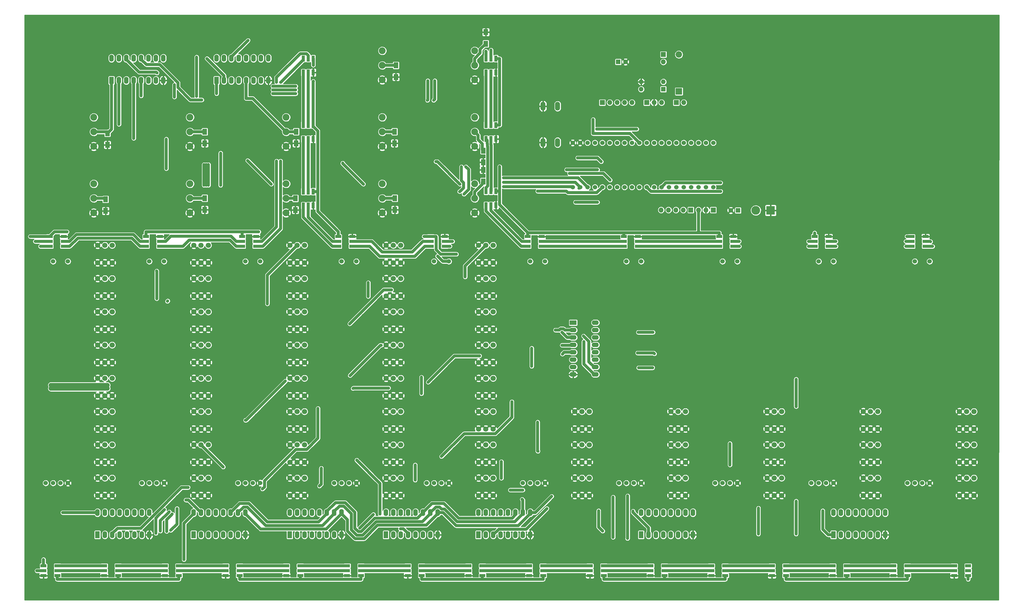
<source format=gbr>
G04 #@! TF.FileFunction,Copper,L1,Top,Signal*
%FSLAX46Y46*%
G04 Gerber Fmt 4.6, Leading zero omitted, Abs format (unit mm)*
G04 Created by KiCad (PCBNEW 4.0.7) date 05/05/18 03:18:50*
%MOMM*%
%LPD*%
G01*
G04 APERTURE LIST*
%ADD10C,0.100000*%
%ADD11C,0.600000*%
%ADD12C,1.800000*%
%ADD13C,1.016000*%
%ADD14C,1.524000*%
%ADD15R,1.600000X2.400000*%
%ADD16O,1.600000X2.400000*%
%ADD17C,2.340000*%
%ADD18R,2.000000X1.100000*%
%ADD19R,1.600000X2.000000*%
%ADD20R,2.200000X2.200000*%
%ADD21O,2.200000X2.200000*%
%ADD22R,1.700000X1.700000*%
%ADD23O,1.700000X1.700000*%
%ADD24O,1.727200X3.048000*%
%ADD25R,1.600000X1.600000*%
%ADD26O,1.600000X1.600000*%
%ADD27R,2.400000X1.600000*%
%ADD28O,2.400000X1.600000*%
%ADD29R,1.100000X2.000000*%
%ADD30C,1.600000*%
%ADD31R,3.000000X3.000000*%
%ADD32C,3.000000*%
%ADD33C,1.016000*%
%ADD34C,1.524000*%
%ADD35C,0.254000*%
G04 APERTURE END LIST*
D10*
D11*
X100330000Y-99568000D03*
X99568000Y-99568000D03*
X98806000Y-99568000D03*
X98806000Y-92456000D03*
X99568000Y-92456000D03*
D12*
X195580000Y-137620000D03*
X198080000Y-137620000D03*
X193080000Y-137620000D03*
X193080000Y-131620000D03*
X195580000Y-131620000D03*
X198080000Y-131620000D03*
D13*
X179006500Y-123952000D03*
X50292000Y-212090000D03*
D14*
X82550000Y-201930000D03*
X85090000Y-201930000D03*
X80010000Y-201930000D03*
X77470000Y-201930000D03*
X85090000Y-125730000D03*
X80010000Y-125730000D03*
D13*
X91948000Y-228219000D03*
X65659000Y-169418000D03*
X46228000Y-169418000D03*
X46228000Y-168275000D03*
D15*
X67056000Y-63500000D03*
D16*
X84836000Y-55880000D03*
X69596000Y-63500000D03*
X82296000Y-55880000D03*
X72136000Y-63500000D03*
X79756000Y-55880000D03*
X74676000Y-63500000D03*
X77216000Y-55880000D03*
X77216000Y-63500000D03*
X74676000Y-55880000D03*
X79756000Y-63500000D03*
X72136000Y-55880000D03*
X82296000Y-63500000D03*
X69596000Y-55880000D03*
X84836000Y-63500000D03*
X67056000Y-55880000D03*
D14*
X49530000Y-201930000D03*
X52070000Y-201930000D03*
X46990000Y-201930000D03*
X44450000Y-201930000D03*
X52070000Y-125730000D03*
X46990000Y-125730000D03*
X115570000Y-201930000D03*
X118110000Y-201930000D03*
X113030000Y-201930000D03*
X110490000Y-201930000D03*
X118110000Y-125730000D03*
X113030000Y-125730000D03*
X148590000Y-201930000D03*
X151130000Y-201930000D03*
X146050000Y-201930000D03*
X143510000Y-201930000D03*
X151130000Y-125730000D03*
X146050000Y-125730000D03*
X180340000Y-201930000D03*
X182880000Y-201930000D03*
X177800000Y-201930000D03*
X175260000Y-201930000D03*
X182880000Y-125730000D03*
X177800000Y-125730000D03*
X213360000Y-201930000D03*
X215900000Y-201930000D03*
X210820000Y-201930000D03*
X208280000Y-201930000D03*
X215900000Y-125730000D03*
X210820000Y-125730000D03*
X246380000Y-201930000D03*
X248920000Y-201930000D03*
X243840000Y-201930000D03*
X241300000Y-201930000D03*
X248920000Y-125730000D03*
X243840000Y-125730000D03*
X279400000Y-201930000D03*
X281940000Y-201930000D03*
X276860000Y-201930000D03*
X274320000Y-201930000D03*
X281940000Y-125730000D03*
X276860000Y-125730000D03*
X312420000Y-201930000D03*
X314960000Y-201930000D03*
X309880000Y-201930000D03*
X307340000Y-201930000D03*
X314960000Y-125730000D03*
X309880000Y-125730000D03*
X345440000Y-201930000D03*
X347980000Y-201930000D03*
X342900000Y-201930000D03*
X340360000Y-201930000D03*
X347980000Y-125730000D03*
X342900000Y-125730000D03*
D17*
X93980000Y-109060000D03*
X93980000Y-104060000D03*
X93980000Y-99060000D03*
X93980000Y-86200000D03*
X93980000Y-81200000D03*
X93980000Y-76200000D03*
X127000000Y-109060000D03*
X127000000Y-104060000D03*
X127000000Y-99060000D03*
X127000000Y-86200000D03*
X127000000Y-81200000D03*
X127000000Y-76200000D03*
X160020000Y-109060000D03*
X160020000Y-104060000D03*
X160020000Y-99060000D03*
X160020000Y-63340000D03*
X160020000Y-58340000D03*
X160020000Y-53340000D03*
X160020000Y-86200000D03*
X160020000Y-81200000D03*
X160020000Y-76200000D03*
X191770000Y-109060000D03*
X191770000Y-104060000D03*
X191770000Y-99060000D03*
X191770000Y-63340000D03*
X191770000Y-58340000D03*
X191770000Y-53340000D03*
X191770000Y-86200000D03*
X191770000Y-81200000D03*
X191770000Y-76200000D03*
D18*
X346570000Y-120572000D03*
X346570000Y-118872000D03*
X346570000Y-117172000D03*
X341770000Y-117172000D03*
X341770000Y-118872000D03*
X341770000Y-120572000D03*
X313296000Y-120572000D03*
X313296000Y-118872000D03*
X313296000Y-117172000D03*
X308496000Y-117172000D03*
X308496000Y-118872000D03*
X308496000Y-120572000D03*
D17*
X60960000Y-109060000D03*
X60960000Y-104060000D03*
X60960000Y-99060000D03*
X60960000Y-86200000D03*
X60960000Y-81200000D03*
X60960000Y-76200000D03*
D12*
X64770000Y-126190000D03*
X67270000Y-126190000D03*
X62270000Y-126190000D03*
X62270000Y-120190000D03*
X64770000Y-120190000D03*
X67270000Y-120190000D03*
X64770000Y-137620000D03*
X67270000Y-137620000D03*
X62270000Y-137620000D03*
X62270000Y-131620000D03*
X64770000Y-131620000D03*
X67270000Y-131620000D03*
X64770000Y-149050000D03*
X67270000Y-149050000D03*
X62270000Y-149050000D03*
X62270000Y-143050000D03*
X64770000Y-143050000D03*
X67270000Y-143050000D03*
X64770000Y-160480000D03*
X67270000Y-160480000D03*
X62270000Y-160480000D03*
X62270000Y-154480000D03*
X64770000Y-154480000D03*
X67270000Y-154480000D03*
X64770000Y-171910000D03*
X67270000Y-171910000D03*
X62270000Y-171910000D03*
X62270000Y-165910000D03*
X64770000Y-165910000D03*
X67270000Y-165910000D03*
X64770000Y-183340000D03*
X67270000Y-183340000D03*
X62270000Y-183340000D03*
X62270000Y-177340000D03*
X64770000Y-177340000D03*
X67270000Y-177340000D03*
X64770000Y-194770000D03*
X67270000Y-194770000D03*
X62270000Y-194770000D03*
X62270000Y-188770000D03*
X64770000Y-188770000D03*
X67270000Y-188770000D03*
X64770000Y-206200000D03*
X67270000Y-206200000D03*
X62270000Y-206200000D03*
X62270000Y-200200000D03*
X64770000Y-200200000D03*
X67270000Y-200200000D03*
X97790000Y-126190000D03*
X100290000Y-126190000D03*
X95290000Y-126190000D03*
X95290000Y-120190000D03*
X97790000Y-120190000D03*
X100290000Y-120190000D03*
X97790000Y-137620000D03*
X100290000Y-137620000D03*
X95290000Y-137620000D03*
X95290000Y-131620000D03*
X97790000Y-131620000D03*
X100290000Y-131620000D03*
X97790000Y-149050000D03*
X100290000Y-149050000D03*
X95290000Y-149050000D03*
X95290000Y-143050000D03*
X97790000Y-143050000D03*
X100290000Y-143050000D03*
X97790000Y-160480000D03*
X100290000Y-160480000D03*
X95290000Y-160480000D03*
X95290000Y-154480000D03*
X97790000Y-154480000D03*
X100290000Y-154480000D03*
X97790000Y-171910000D03*
X100290000Y-171910000D03*
X95290000Y-171910000D03*
X95290000Y-165910000D03*
X97790000Y-165910000D03*
X100290000Y-165910000D03*
X97790000Y-183340000D03*
X100290000Y-183340000D03*
X95290000Y-183340000D03*
X95290000Y-177340000D03*
X97790000Y-177340000D03*
X100290000Y-177340000D03*
X97790000Y-194770000D03*
X100290000Y-194770000D03*
X95290000Y-194770000D03*
X95290000Y-188770000D03*
X97790000Y-188770000D03*
X100290000Y-188770000D03*
X97790000Y-206200000D03*
X100290000Y-206200000D03*
X95290000Y-206200000D03*
X95290000Y-200200000D03*
X97790000Y-200200000D03*
X100290000Y-200200000D03*
X130810000Y-126190000D03*
X133310000Y-126190000D03*
X128310000Y-126190000D03*
X128310000Y-120190000D03*
X130810000Y-120190000D03*
X133310000Y-120190000D03*
X130810000Y-137620000D03*
X133310000Y-137620000D03*
X128310000Y-137620000D03*
X128310000Y-131620000D03*
X130810000Y-131620000D03*
X133310000Y-131620000D03*
X130810000Y-149050000D03*
X133310000Y-149050000D03*
X128310000Y-149050000D03*
X128310000Y-143050000D03*
X130810000Y-143050000D03*
X133310000Y-143050000D03*
X130810000Y-160480000D03*
X133310000Y-160480000D03*
X128310000Y-160480000D03*
X128310000Y-154480000D03*
X130810000Y-154480000D03*
X133310000Y-154480000D03*
X130810000Y-171910000D03*
X133310000Y-171910000D03*
X128310000Y-171910000D03*
X128310000Y-165910000D03*
X130810000Y-165910000D03*
X133310000Y-165910000D03*
X130810000Y-183340000D03*
X133310000Y-183340000D03*
X128310000Y-183340000D03*
X128310000Y-177340000D03*
X130810000Y-177340000D03*
X133310000Y-177340000D03*
X130810000Y-194770000D03*
X133310000Y-194770000D03*
X128310000Y-194770000D03*
X128310000Y-188770000D03*
X130810000Y-188770000D03*
X133310000Y-188770000D03*
X130810000Y-206200000D03*
X133310000Y-206200000D03*
X128310000Y-206200000D03*
X128310000Y-200200000D03*
X130810000Y-200200000D03*
X133310000Y-200200000D03*
X163830000Y-126190000D03*
X166330000Y-126190000D03*
X161330000Y-126190000D03*
X161330000Y-120190000D03*
X163830000Y-120190000D03*
X166330000Y-120190000D03*
X163830000Y-137620000D03*
X166330000Y-137620000D03*
X161330000Y-137620000D03*
X161330000Y-131620000D03*
X163830000Y-131620000D03*
X166330000Y-131620000D03*
X163830000Y-149050000D03*
X166330000Y-149050000D03*
X161330000Y-149050000D03*
X161330000Y-143050000D03*
X163830000Y-143050000D03*
X166330000Y-143050000D03*
X163830000Y-160480000D03*
X166330000Y-160480000D03*
X161330000Y-160480000D03*
X161330000Y-154480000D03*
X163830000Y-154480000D03*
X166330000Y-154480000D03*
X163830000Y-171910000D03*
X166330000Y-171910000D03*
X161330000Y-171910000D03*
X161330000Y-165910000D03*
X163830000Y-165910000D03*
X166330000Y-165910000D03*
X163830000Y-183340000D03*
X166330000Y-183340000D03*
X161330000Y-183340000D03*
X161330000Y-177340000D03*
X163830000Y-177340000D03*
X166330000Y-177340000D03*
X163830000Y-194770000D03*
X166330000Y-194770000D03*
X161330000Y-194770000D03*
X161330000Y-188770000D03*
X163830000Y-188770000D03*
X166330000Y-188770000D03*
X163830000Y-206200000D03*
X166330000Y-206200000D03*
X161330000Y-206200000D03*
X161330000Y-200200000D03*
X163830000Y-200200000D03*
X166330000Y-200200000D03*
X195580000Y-126190000D03*
X198080000Y-126190000D03*
X193080000Y-126190000D03*
X193080000Y-120190000D03*
X195580000Y-120190000D03*
X198080000Y-120190000D03*
X195580000Y-149050000D03*
X198080000Y-149050000D03*
X193080000Y-149050000D03*
X193080000Y-143050000D03*
X195580000Y-143050000D03*
X198080000Y-143050000D03*
X195580000Y-160480000D03*
X198080000Y-160480000D03*
X193080000Y-160480000D03*
X193080000Y-154480000D03*
X195580000Y-154480000D03*
X198080000Y-154480000D03*
X195580000Y-171910000D03*
X198080000Y-171910000D03*
X193080000Y-171910000D03*
X193080000Y-165910000D03*
X195580000Y-165910000D03*
X198080000Y-165910000D03*
X195580000Y-183340000D03*
X198080000Y-183340000D03*
X193080000Y-183340000D03*
X193080000Y-177340000D03*
X195580000Y-177340000D03*
X198080000Y-177340000D03*
X195580000Y-194770000D03*
X198080000Y-194770000D03*
X193080000Y-194770000D03*
X193080000Y-188770000D03*
X195580000Y-188770000D03*
X198080000Y-188770000D03*
X195580000Y-206200000D03*
X198080000Y-206200000D03*
X193080000Y-206200000D03*
X193080000Y-200200000D03*
X195580000Y-200200000D03*
X198080000Y-200200000D03*
X228600000Y-183340000D03*
X231100000Y-183340000D03*
X226100000Y-183340000D03*
X226100000Y-177340000D03*
X228600000Y-177340000D03*
X231100000Y-177340000D03*
X228600000Y-194770000D03*
X231100000Y-194770000D03*
X226100000Y-194770000D03*
X226100000Y-188770000D03*
X228600000Y-188770000D03*
X231100000Y-188770000D03*
X228600000Y-206200000D03*
X231100000Y-206200000D03*
X226100000Y-206200000D03*
X226100000Y-200200000D03*
X228600000Y-200200000D03*
X231100000Y-200200000D03*
X261620000Y-183340000D03*
X264120000Y-183340000D03*
X259120000Y-183340000D03*
X259120000Y-177340000D03*
X261620000Y-177340000D03*
X264120000Y-177340000D03*
X261620000Y-194770000D03*
X264120000Y-194770000D03*
X259120000Y-194770000D03*
X259120000Y-188770000D03*
X261620000Y-188770000D03*
X264120000Y-188770000D03*
X261620000Y-206200000D03*
X264120000Y-206200000D03*
X259120000Y-206200000D03*
X259120000Y-200200000D03*
X261620000Y-200200000D03*
X264120000Y-200200000D03*
X294640000Y-183340000D03*
X297140000Y-183340000D03*
X292140000Y-183340000D03*
X292140000Y-177340000D03*
X294640000Y-177340000D03*
X297140000Y-177340000D03*
X294640000Y-194770000D03*
X297140000Y-194770000D03*
X292140000Y-194770000D03*
X292140000Y-188770000D03*
X294640000Y-188770000D03*
X297140000Y-188770000D03*
X294640000Y-206200000D03*
X297140000Y-206200000D03*
X292140000Y-206200000D03*
X292140000Y-200200000D03*
X294640000Y-200200000D03*
X297140000Y-200200000D03*
X327660000Y-183340000D03*
X330160000Y-183340000D03*
X325160000Y-183340000D03*
X325160000Y-177340000D03*
X327660000Y-177340000D03*
X330160000Y-177340000D03*
X327660000Y-194770000D03*
X330160000Y-194770000D03*
X325160000Y-194770000D03*
X325160000Y-188770000D03*
X327660000Y-188770000D03*
X330160000Y-188770000D03*
X327660000Y-206200000D03*
X330160000Y-206200000D03*
X325160000Y-206200000D03*
X325160000Y-200200000D03*
X327660000Y-200200000D03*
X330160000Y-200200000D03*
X360680000Y-183340000D03*
X363180000Y-183340000D03*
X358180000Y-183340000D03*
X358180000Y-177340000D03*
X360680000Y-177340000D03*
X363180000Y-177340000D03*
X360680000Y-194770000D03*
X363180000Y-194770000D03*
X358180000Y-194770000D03*
X358180000Y-188770000D03*
X360680000Y-188770000D03*
X363180000Y-188770000D03*
X360680000Y-206200000D03*
X363180000Y-206200000D03*
X358180000Y-206200000D03*
X358180000Y-200200000D03*
X360680000Y-200200000D03*
X363180000Y-200200000D03*
D19*
X65024000Y-108394000D03*
X65024000Y-104394000D03*
X65659000Y-85693000D03*
X65659000Y-81693000D03*
X99060000Y-108013000D03*
X99060000Y-104013000D03*
X99060000Y-85153000D03*
X99060000Y-81153000D03*
X130175000Y-108077000D03*
X130175000Y-104077000D03*
X130429000Y-85153000D03*
X130429000Y-81153000D03*
X164338000Y-108013000D03*
X164338000Y-104013000D03*
X164211000Y-85153000D03*
X164211000Y-81153000D03*
X164719000Y-62357000D03*
X164719000Y-58357000D03*
X194691000Y-94266000D03*
X194691000Y-98266000D03*
X194691000Y-91662000D03*
X194691000Y-87662000D03*
X195580000Y-46927000D03*
X195580000Y-50927000D03*
D20*
X261874000Y-67310000D03*
D21*
X261874000Y-54610000D03*
D22*
X265938000Y-108077000D03*
D23*
X263398000Y-108077000D03*
X260858000Y-108077000D03*
X258318000Y-108077000D03*
X255778000Y-108077000D03*
D22*
X273685000Y-108077000D03*
D23*
X271145000Y-108077000D03*
X268605000Y-108077000D03*
D22*
X235585000Y-71120000D03*
D23*
X238125000Y-71120000D03*
X240665000Y-71120000D03*
X243205000Y-71120000D03*
X245745000Y-71120000D03*
D22*
X260985000Y-71120000D03*
D23*
X263525000Y-71120000D03*
D22*
X250825000Y-71120000D03*
D23*
X253365000Y-71120000D03*
X255905000Y-71120000D03*
D22*
X256540000Y-54610000D03*
D23*
X256540000Y-57150000D03*
D24*
X215218000Y-72390000D03*
X220218000Y-72390000D03*
X215218000Y-84890000D03*
X220218000Y-84890000D03*
D25*
X256540000Y-66548000D03*
D26*
X248920000Y-64008000D03*
X256540000Y-64008000D03*
X248920000Y-66548000D03*
D14*
X225428000Y-100206000D03*
X227968000Y-100206000D03*
X230508000Y-100206000D03*
X233048000Y-100206000D03*
X235588000Y-100206000D03*
X238128000Y-100206000D03*
X240668000Y-100206000D03*
X243208000Y-100206000D03*
X245748000Y-100206000D03*
X248288000Y-100206000D03*
X250828000Y-100206000D03*
X253368000Y-100206000D03*
X255908000Y-100206000D03*
X258448000Y-100206000D03*
X260988000Y-100206000D03*
X263528000Y-100206000D03*
X266068000Y-100206000D03*
X268608000Y-100206000D03*
X271148000Y-100206000D03*
X273688000Y-100206000D03*
X273688000Y-84966000D03*
X271148000Y-84966000D03*
X268608000Y-84966000D03*
X266068000Y-84966000D03*
X263528000Y-84966000D03*
X260988000Y-84966000D03*
X258448000Y-84966000D03*
X255908000Y-84966000D03*
X253368000Y-84966000D03*
X250828000Y-84966000D03*
X248288000Y-84966000D03*
X245748000Y-84966000D03*
X243208000Y-84966000D03*
X240668000Y-84966000D03*
X238128000Y-84966000D03*
X235588000Y-84966000D03*
X233048000Y-84966000D03*
X230508000Y-84966000D03*
X227968000Y-84966000D03*
X225428000Y-84966000D03*
D27*
X225552000Y-146812000D03*
D28*
X233172000Y-164592000D03*
X225552000Y-149352000D03*
X233172000Y-162052000D03*
X225552000Y-151892000D03*
X233172000Y-159512000D03*
X225552000Y-154432000D03*
X233172000Y-156972000D03*
X225552000Y-156972000D03*
X233172000Y-154432000D03*
X225552000Y-159512000D03*
X233172000Y-151892000D03*
X225552000Y-162052000D03*
X233172000Y-149352000D03*
X225552000Y-164592000D03*
X233172000Y-146812000D03*
D15*
X103124000Y-63500000D03*
D16*
X120904000Y-55880000D03*
X105664000Y-63500000D03*
X118364000Y-55880000D03*
X108204000Y-63500000D03*
X115824000Y-55880000D03*
X110744000Y-63500000D03*
X113284000Y-55880000D03*
X113284000Y-63500000D03*
X110744000Y-55880000D03*
X115824000Y-63500000D03*
X108204000Y-55880000D03*
X118364000Y-63500000D03*
X105664000Y-55880000D03*
X120904000Y-63500000D03*
X103124000Y-55880000D03*
D15*
X62230000Y-219710000D03*
D16*
X80010000Y-212090000D03*
X64770000Y-219710000D03*
X77470000Y-212090000D03*
X67310000Y-219710000D03*
X74930000Y-212090000D03*
X69850000Y-219710000D03*
X72390000Y-212090000D03*
X72390000Y-219710000D03*
X69850000Y-212090000D03*
X74930000Y-219710000D03*
X67310000Y-212090000D03*
X77470000Y-219710000D03*
X64770000Y-212090000D03*
X80010000Y-219710000D03*
X62230000Y-212090000D03*
D15*
X95250000Y-219710000D03*
D16*
X113030000Y-212090000D03*
X97790000Y-219710000D03*
X110490000Y-212090000D03*
X100330000Y-219710000D03*
X107950000Y-212090000D03*
X102870000Y-219710000D03*
X105410000Y-212090000D03*
X105410000Y-219710000D03*
X102870000Y-212090000D03*
X107950000Y-219710000D03*
X100330000Y-212090000D03*
X110490000Y-219710000D03*
X97790000Y-212090000D03*
X113030000Y-219710000D03*
X95250000Y-212090000D03*
D15*
X128270000Y-219710000D03*
D16*
X146050000Y-212090000D03*
X130810000Y-219710000D03*
X143510000Y-212090000D03*
X133350000Y-219710000D03*
X140970000Y-212090000D03*
X135890000Y-219710000D03*
X138430000Y-212090000D03*
X138430000Y-219710000D03*
X135890000Y-212090000D03*
X140970000Y-219710000D03*
X133350000Y-212090000D03*
X143510000Y-219710000D03*
X130810000Y-212090000D03*
X146050000Y-219710000D03*
X128270000Y-212090000D03*
D15*
X161290000Y-219710000D03*
D16*
X179070000Y-212090000D03*
X163830000Y-219710000D03*
X176530000Y-212090000D03*
X166370000Y-219710000D03*
X173990000Y-212090000D03*
X168910000Y-219710000D03*
X171450000Y-212090000D03*
X171450000Y-219710000D03*
X168910000Y-212090000D03*
X173990000Y-219710000D03*
X166370000Y-212090000D03*
X176530000Y-219710000D03*
X163830000Y-212090000D03*
X179070000Y-219710000D03*
X161290000Y-212090000D03*
D15*
X193040000Y-219710000D03*
D16*
X210820000Y-212090000D03*
X195580000Y-219710000D03*
X208280000Y-212090000D03*
X198120000Y-219710000D03*
X205740000Y-212090000D03*
X200660000Y-219710000D03*
X203200000Y-212090000D03*
X203200000Y-219710000D03*
X200660000Y-212090000D03*
X205740000Y-219710000D03*
X198120000Y-212090000D03*
X208280000Y-219710000D03*
X195580000Y-212090000D03*
X210820000Y-219710000D03*
X193040000Y-212090000D03*
D15*
X248920000Y-219710000D03*
D16*
X266700000Y-212090000D03*
X251460000Y-219710000D03*
X264160000Y-212090000D03*
X254000000Y-219710000D03*
X261620000Y-212090000D03*
X256540000Y-219710000D03*
X259080000Y-212090000D03*
X259080000Y-219710000D03*
X256540000Y-212090000D03*
X261620000Y-219710000D03*
X254000000Y-212090000D03*
X264160000Y-219710000D03*
X251460000Y-212090000D03*
X266700000Y-219710000D03*
X248920000Y-212090000D03*
D15*
X314960000Y-219710000D03*
D16*
X332740000Y-212090000D03*
X317500000Y-219710000D03*
X330200000Y-212090000D03*
X320040000Y-219710000D03*
X327660000Y-212090000D03*
X322580000Y-219710000D03*
X325120000Y-212090000D03*
X325120000Y-219710000D03*
X322580000Y-212090000D03*
X327660000Y-219710000D03*
X320040000Y-212090000D03*
X330200000Y-219710000D03*
X317500000Y-212090000D03*
X332740000Y-219710000D03*
X314960000Y-212090000D03*
D29*
X132920000Y-83680000D03*
X134620000Y-83680000D03*
X136320000Y-83680000D03*
X136320000Y-78880000D03*
X134620000Y-78880000D03*
X132920000Y-78880000D03*
X132920000Y-60820000D03*
X134620000Y-60820000D03*
X136320000Y-60820000D03*
X136320000Y-56020000D03*
X134620000Y-56020000D03*
X132920000Y-56020000D03*
D18*
X116700000Y-120572000D03*
X116700000Y-118872000D03*
X116700000Y-117172000D03*
X111900000Y-117172000D03*
X111900000Y-118872000D03*
X111900000Y-120572000D03*
X83680000Y-120572000D03*
X83680000Y-118872000D03*
X83680000Y-117172000D03*
X78880000Y-117172000D03*
X78880000Y-118872000D03*
X78880000Y-120572000D03*
X50660000Y-120572000D03*
X50660000Y-118872000D03*
X50660000Y-117172000D03*
X45860000Y-117172000D03*
X45860000Y-118872000D03*
X45860000Y-120572000D03*
X280530000Y-120572000D03*
X280530000Y-118872000D03*
X280530000Y-117172000D03*
X275730000Y-117172000D03*
X275730000Y-118872000D03*
X275730000Y-120572000D03*
X247764000Y-120572000D03*
X247764000Y-118872000D03*
X247764000Y-117172000D03*
X242964000Y-117172000D03*
X242964000Y-118872000D03*
X242964000Y-120572000D03*
X214744000Y-120572000D03*
X214744000Y-118872000D03*
X214744000Y-117172000D03*
X209944000Y-117172000D03*
X209944000Y-118872000D03*
X209944000Y-120572000D03*
D29*
X195658000Y-106426000D03*
X197358000Y-106426000D03*
X199058000Y-106426000D03*
X199058000Y-101626000D03*
X197358000Y-101626000D03*
X195658000Y-101626000D03*
X195658000Y-83680000D03*
X197358000Y-83680000D03*
X199058000Y-83680000D03*
X199058000Y-78880000D03*
X197358000Y-78880000D03*
X195658000Y-78880000D03*
X195658000Y-60820000D03*
X197358000Y-60820000D03*
X199058000Y-60820000D03*
X199058000Y-56020000D03*
X197358000Y-56020000D03*
X195658000Y-56020000D03*
D18*
X181470000Y-120572000D03*
X181470000Y-118872000D03*
X181470000Y-117172000D03*
X176670000Y-117172000D03*
X176670000Y-118872000D03*
X176670000Y-120572000D03*
X149720000Y-120572000D03*
X149720000Y-118872000D03*
X149720000Y-117172000D03*
X144920000Y-117172000D03*
X144920000Y-118872000D03*
X144920000Y-120572000D03*
D29*
X132920000Y-106540000D03*
X134620000Y-106540000D03*
X136320000Y-106540000D03*
X136320000Y-101740000D03*
X134620000Y-101740000D03*
X132920000Y-101740000D03*
D18*
X43678817Y-230378000D03*
X43678817Y-232078000D03*
X43678817Y-233778000D03*
X48478817Y-233778000D03*
X48478817Y-232078000D03*
X48478817Y-230378000D03*
X64526095Y-230378000D03*
X64526095Y-232078000D03*
X64526095Y-233778000D03*
X69326095Y-233778000D03*
X69326095Y-232078000D03*
X69326095Y-230378000D03*
X85373373Y-230378000D03*
X85373373Y-232078000D03*
X85373373Y-233778000D03*
X90173373Y-233778000D03*
X90173373Y-232078000D03*
X90173373Y-230378000D03*
X106220651Y-230378000D03*
X106220651Y-232078000D03*
X106220651Y-233778000D03*
X111020651Y-233778000D03*
X111020651Y-232078000D03*
X111020651Y-230378000D03*
X127067929Y-230378000D03*
X127067929Y-232078000D03*
X127067929Y-233778000D03*
X131867929Y-233778000D03*
X131867929Y-232078000D03*
X131867929Y-230378000D03*
X147915207Y-230378000D03*
X147915207Y-232078000D03*
X147915207Y-233778000D03*
X152715207Y-233778000D03*
X152715207Y-232078000D03*
X152715207Y-230378000D03*
X168762485Y-230378000D03*
X168762485Y-232078000D03*
X168762485Y-233778000D03*
X173562485Y-233778000D03*
X173562485Y-232078000D03*
X173562485Y-230378000D03*
X189609763Y-230378000D03*
X189609763Y-232078000D03*
X189609763Y-233778000D03*
X194409763Y-233778000D03*
X194409763Y-232078000D03*
X194409763Y-230378000D03*
X210457041Y-230378000D03*
X210457041Y-232078000D03*
X210457041Y-233778000D03*
X215257041Y-233778000D03*
X215257041Y-232078000D03*
X215257041Y-230378000D03*
X231304319Y-230378000D03*
X231304319Y-232078000D03*
X231304319Y-233778000D03*
X236104319Y-233778000D03*
X236104319Y-232078000D03*
X236104319Y-230378000D03*
X252151597Y-230378000D03*
X252151597Y-232078000D03*
X252151597Y-233778000D03*
X256951597Y-233778000D03*
X256951597Y-232078000D03*
X256951597Y-230378000D03*
X272998875Y-230378000D03*
X272998875Y-232078000D03*
X272998875Y-233778000D03*
X277798875Y-233778000D03*
X277798875Y-232078000D03*
X277798875Y-230378000D03*
X293846153Y-230378000D03*
X293846153Y-232078000D03*
X293846153Y-233778000D03*
X298646153Y-233778000D03*
X298646153Y-232078000D03*
X298646153Y-230378000D03*
X314693431Y-230378000D03*
X314693431Y-232078000D03*
X314693431Y-233778000D03*
X319493431Y-233778000D03*
X319493431Y-232078000D03*
X319493431Y-230378000D03*
X335540709Y-230378000D03*
X335540709Y-232078000D03*
X335540709Y-233778000D03*
X340340709Y-233778000D03*
X340340709Y-232078000D03*
X340340709Y-230378000D03*
X356387987Y-230378000D03*
X356387987Y-232078000D03*
X356387987Y-233778000D03*
X361187987Y-233778000D03*
X361187987Y-232078000D03*
X361187987Y-230378000D03*
D13*
X65659000Y-168275000D03*
D11*
X271145000Y-95123000D03*
X100330000Y-92456000D03*
D25*
X282194000Y-108204000D03*
D30*
X279694000Y-108204000D03*
D25*
X241046000Y-57150000D03*
D30*
X243546000Y-57150000D03*
D31*
X293370000Y-108204000D03*
D32*
X288290000Y-108204000D03*
D11*
X69596000Y-78613000D03*
X82550000Y-129032001D03*
X82582000Y-138557000D03*
X74676000Y-83439000D03*
X77216000Y-68834000D03*
X85852000Y-83693000D03*
X85852000Y-93853000D03*
X88646002Y-69215000D03*
X82677000Y-60960000D03*
X88646000Y-65024000D03*
X104521000Y-88519000D03*
X96265996Y-68961000D03*
X96265998Y-55499000D03*
X104521000Y-99568000D03*
X113791996Y-91059000D03*
X98044000Y-70231000D03*
X121920000Y-99187000D03*
X113284000Y-69723000D03*
X175768000Y-167259000D03*
X149987000Y-169418000D03*
X162179000Y-169291000D03*
X221742000Y-154559000D03*
X193421000Y-158242000D03*
X146431000Y-91948000D03*
X153543000Y-99187000D03*
X113918996Y-49784000D03*
X204514402Y-173990000D03*
X180340000Y-192786000D03*
X219456000Y-149352000D03*
X211328000Y-155575000D03*
X211328000Y-161798000D03*
X178434998Y-91440000D03*
X186690000Y-99187000D03*
X122428008Y-68072000D03*
X130302004Y-68072000D03*
X103124000Y-68072000D03*
X99822000Y-56007000D03*
X213487000Y-191008000D03*
X213360000Y-180975000D03*
X221869000Y-157607000D03*
X279400000Y-195707000D03*
X252857000Y-162306000D03*
X279400000Y-188341000D03*
X248031000Y-162306000D03*
X253492000Y-157480000D03*
X247650000Y-157226000D03*
X252984000Y-150114000D03*
X247904000Y-150114000D03*
X136334500Y-58293000D03*
X136334500Y-63817500D03*
X361187987Y-235036001D03*
X340340709Y-235036001D03*
X298646153Y-235036001D03*
X277798875Y-235036001D03*
X236104319Y-235036001D03*
X215257041Y-235036001D03*
X173562485Y-235036001D03*
X152715207Y-235036001D03*
X111020651Y-235036001D03*
X90173373Y-235036001D03*
X48412400Y-235026204D03*
X39116000Y-117170200D03*
X51752500Y-115570000D03*
X78880000Y-115570000D03*
X117602000Y-115570000D03*
X185483498Y-123253500D03*
X144907000Y-115570000D03*
X174371000Y-117157500D03*
X200316001Y-78880000D03*
X200316001Y-93154500D03*
X275730000Y-115913999D03*
X308483000Y-115951000D03*
X340169500Y-117157500D03*
X201422000Y-107315000D03*
X268605000Y-115913999D03*
X82296000Y-219202000D03*
X85217000Y-211074000D03*
X86868000Y-211836000D03*
X83820000Y-218440000D03*
X87884000Y-212598000D03*
X85979002Y-218566998D03*
X89535000Y-210693000D03*
X87376000Y-218186000D03*
X92583000Y-207772000D03*
X105409996Y-196405500D03*
X120557967Y-140335000D03*
X138430000Y-202940158D03*
X139065000Y-196850000D03*
X155194000Y-133032500D03*
X155194000Y-137795000D03*
X166243002Y-217678000D03*
X159258000Y-212598000D03*
X151257000Y-194056000D03*
X171323000Y-200914000D03*
X171323000Y-195707000D03*
X188468000Y-131064000D03*
X200914006Y-194564000D03*
X200914000Y-200279000D03*
X239268000Y-206756000D03*
X239268000Y-220599000D03*
X246126000Y-211582000D03*
X235712000Y-218440000D03*
X234315000Y-211455000D03*
X289179000Y-210566000D03*
X289179000Y-219455998D03*
X311277000Y-211455000D03*
X122428000Y-66802000D03*
X130301986Y-66802000D03*
X247396000Y-80264000D03*
X233679998Y-80264000D03*
X163194998Y-135509000D03*
X148844000Y-147193000D03*
X126701999Y-166922001D03*
X113030000Y-180340000D03*
X93345000Y-203453996D03*
X235204000Y-91440000D03*
X227076000Y-90170000D03*
X159649841Y-154548159D03*
X148971000Y-164973000D03*
X137922000Y-176276000D03*
X118872000Y-203962000D03*
X213360000Y-101600000D03*
X152273001Y-217412968D03*
X156972000Y-212725000D03*
X233934000Y-94234000D03*
X223266000Y-94234000D03*
X173482002Y-165544500D03*
X173482000Y-171196000D03*
X224282000Y-95504000D03*
X238251998Y-97790000D03*
X203962000Y-204342996D03*
X233934000Y-105409998D03*
X226314000Y-105410000D03*
X208280000Y-204343000D03*
X216535000Y-210693000D03*
X244221002Y-220980000D03*
X244266999Y-206329001D03*
X302133000Y-208153000D03*
X302133002Y-166243000D03*
X302145353Y-175641000D03*
X302133000Y-219456000D03*
X221742000Y-150114000D03*
X122428000Y-65532000D03*
X130302006Y-65532000D03*
X232410000Y-76962000D03*
X348297500Y-118935500D03*
X276225000Y-101676001D03*
X348996000Y-120586500D03*
X276225000Y-98735999D03*
X315785500Y-118872000D03*
X339788500Y-118872000D03*
X339801200Y-120573800D03*
X315798204Y-120573800D03*
X282575000Y-118872000D03*
X306374800Y-118897400D03*
X306387500Y-120586500D03*
X282638500Y-120586500D03*
X184150000Y-118872000D03*
X188087000Y-102616000D03*
X188722000Y-93218000D03*
X177673000Y-70358000D03*
X178054000Y-63627000D03*
X197358000Y-53086000D03*
X183261000Y-120523006D03*
X186563000Y-101727000D03*
X187198000Y-93218000D03*
X175514000Y-70358000D03*
X175641000Y-63627000D03*
X195580000Y-53467000D03*
X123698000Y-91249500D03*
X123698002Y-64135000D03*
X125095000Y-91249500D03*
X125094998Y-64198500D03*
X41402000Y-232092500D03*
X40843200Y-118872000D03*
X43688000Y-228219000D03*
X42646600Y-120573800D03*
X229234998Y-153289000D03*
X218186000Y-206502000D03*
X201676002Y-97028000D03*
X229108000Y-151384000D03*
X208026000Y-207518000D03*
X201676000Y-98552000D03*
X201676000Y-100076000D03*
D33*
X86360000Y-139319000D02*
X86233000Y-139446000D01*
X69596000Y-68580000D02*
X69596000Y-63500000D01*
X69596000Y-78613000D02*
X69596000Y-68580000D01*
X60960000Y-104060000D02*
X64690000Y-104060000D01*
X64690000Y-104060000D02*
X65024000Y-104394000D01*
X67056000Y-66294000D02*
X67056000Y-63500000D01*
X67056000Y-66294000D02*
X67056000Y-80296000D01*
X67056000Y-80296000D02*
X65659000Y-81693000D01*
X60960000Y-81200000D02*
X65166000Y-81200000D01*
X65166000Y-81200000D02*
X65659000Y-81693000D01*
X65612000Y-81200000D02*
X65659000Y-81153000D01*
X82582000Y-138557000D02*
X82582000Y-129064001D01*
X82582000Y-129064001D02*
X82550000Y-129032001D01*
X74676000Y-83439000D02*
X74676000Y-68580000D01*
X74676000Y-68580000D02*
X74676000Y-63500000D01*
X77216000Y-68834000D02*
X77216000Y-63500000D01*
X85852000Y-93853000D02*
X85852000Y-83693000D01*
X93980000Y-104060000D02*
X99013000Y-104060000D01*
X99013000Y-104060000D02*
X99060000Y-104013000D01*
X88646000Y-69214998D02*
X88646002Y-69215000D01*
X88646000Y-68580000D02*
X88646000Y-69214998D01*
X88646000Y-65024000D02*
X88646000Y-68580000D01*
X82677000Y-60960000D02*
X82377001Y-60660001D01*
X82377001Y-60660001D02*
X76516001Y-60660001D01*
X76516001Y-60660001D02*
X72136000Y-56280000D01*
X72136000Y-56280000D02*
X72136000Y-55880000D01*
X93980000Y-81200000D02*
X99013000Y-81200000D01*
X99013000Y-81200000D02*
X99060000Y-81153000D01*
X104521000Y-99568000D02*
X104521000Y-88519000D01*
X96265998Y-68960998D02*
X96265996Y-68961000D01*
X96265998Y-55499000D02*
X96265998Y-68960998D01*
X113792000Y-91059000D02*
X113791996Y-91059000D01*
X121920000Y-99187000D02*
X113792000Y-91059000D01*
X89862010Y-64335010D02*
X83623000Y-58096000D01*
X83623000Y-58096000D02*
X79032000Y-58096000D01*
X79032000Y-58096000D02*
X77216000Y-56280000D01*
X77216000Y-56280000D02*
X77216000Y-55880000D01*
X94107000Y-70231000D02*
X89862010Y-65986010D01*
X89862010Y-65986010D02*
X89862010Y-64335010D01*
X98044000Y-70231000D02*
X94107000Y-70231000D01*
X127000000Y-104060000D02*
X130158000Y-104060000D01*
X130158000Y-104060000D02*
X130175000Y-104077000D01*
X113284000Y-69723000D02*
X115523000Y-69723000D01*
X115523000Y-69723000D02*
X127000000Y-81200000D01*
X113284000Y-63500000D02*
X113284000Y-69723000D01*
X127000000Y-81200000D02*
X130382000Y-81200000D01*
X130382000Y-81200000D02*
X130429000Y-81153000D01*
X184785000Y-158242000D02*
X176067999Y-166959001D01*
X189738000Y-158242000D02*
X184785000Y-158242000D01*
X193421000Y-158242000D02*
X189738000Y-158242000D01*
X176067999Y-166959001D02*
X175768000Y-167259000D01*
X162179000Y-169291000D02*
X150114000Y-169291000D01*
X150114000Y-169291000D02*
X149987000Y-169418000D01*
X221742000Y-154559000D02*
X225425000Y-154559000D01*
X225425000Y-154559000D02*
X225552000Y-154432000D01*
X225152000Y-154432000D02*
X225552000Y-154432000D01*
X146431000Y-92075000D02*
X146431000Y-91948000D01*
X153543000Y-99187000D02*
X146431000Y-92075000D01*
X164338000Y-104013000D02*
X160067000Y-104013000D01*
X160067000Y-104013000D02*
X160020000Y-104060000D01*
X164211000Y-81153000D02*
X160067000Y-81153000D01*
X160067000Y-81153000D02*
X160020000Y-81200000D01*
X113900000Y-49784000D02*
X113918996Y-49784000D01*
X108204000Y-55480000D02*
X113900000Y-49784000D01*
X108204000Y-55880000D02*
X108204000Y-55480000D01*
X164719000Y-58357000D02*
X160037000Y-58357000D01*
X160037000Y-58357000D02*
X160020000Y-58340000D01*
X180340000Y-192786000D02*
X188177999Y-184948001D01*
X219456000Y-149352000D02*
X220784304Y-149352000D01*
X221238312Y-148897992D02*
X222245688Y-148897992D01*
X220784304Y-149352000D02*
X221238312Y-148897992D01*
X222245688Y-148897992D02*
X222699696Y-149352000D01*
X222699696Y-149352000D02*
X225552000Y-149352000D01*
X211328000Y-161798000D02*
X211328000Y-155575000D01*
X204514402Y-174414264D02*
X204514402Y-173990000D01*
X204514402Y-179285440D02*
X204514402Y-174414264D01*
X198851841Y-184948001D02*
X204514402Y-179285440D01*
X188177999Y-184948001D02*
X198851841Y-184948001D01*
X178859262Y-91440000D02*
X178434998Y-91440000D01*
X178943000Y-91440000D02*
X178859262Y-91440000D01*
X186690000Y-99187000D02*
X178943000Y-91440000D01*
X194691000Y-98266000D02*
X194399999Y-98557001D01*
X194399999Y-98557001D02*
X194399999Y-99209443D01*
X194399999Y-99209443D02*
X191770000Y-101839442D01*
X191770000Y-101839442D02*
X191770000Y-104060000D01*
X130302004Y-68072000D02*
X122428008Y-68072000D01*
X191770000Y-81200000D02*
X192939999Y-82369999D01*
X192939999Y-82369999D02*
X192939999Y-83894999D01*
X192939999Y-83894999D02*
X194373500Y-85328500D01*
X194373500Y-85328500D02*
X194373500Y-87344500D01*
X194373500Y-87344500D02*
X194691000Y-87662000D01*
X103124000Y-68072000D02*
X103124000Y-63500000D01*
X191770000Y-58340000D02*
X191770000Y-56007000D01*
X191770000Y-56007000D02*
X193648001Y-54128999D01*
X193648001Y-52858999D02*
X195580000Y-50927000D01*
X193648001Y-54128999D02*
X193648001Y-52858999D01*
X99822000Y-56007000D02*
X105664000Y-61849000D01*
X105664000Y-61849000D02*
X105664000Y-63500000D01*
X213360000Y-180975000D02*
X213360000Y-190881000D01*
X213360000Y-190881000D02*
X213487000Y-191008000D01*
X225552000Y-156972000D02*
X222504000Y-156972000D01*
X222504000Y-156972000D02*
X221869000Y-157607000D01*
X279400000Y-188341000D02*
X279400000Y-195707000D01*
X248031000Y-162306000D02*
X252857000Y-162306000D01*
X247650000Y-157226000D02*
X253238000Y-157226000D01*
X253238000Y-157226000D02*
X253492000Y-157480000D01*
X247904000Y-150114000D02*
X252984000Y-150114000D01*
X100330000Y-92456000D02*
X100330000Y-99568000D01*
X99568000Y-99568000D02*
X99568000Y-92456000D01*
X98806000Y-92456000D02*
X98806000Y-99568000D01*
X181802370Y-125730000D02*
X182880000Y-125730000D01*
X180784500Y-125730000D02*
X181802370Y-125730000D01*
X179006500Y-123952000D02*
X180784500Y-125730000D01*
X50292000Y-212090000D02*
X62230000Y-212090000D01*
X91948000Y-227584000D02*
X91948000Y-228092000D01*
X91948000Y-215792000D02*
X91948000Y-227584000D01*
X91948000Y-227584000D02*
X91948000Y-228219000D01*
X95250000Y-212090000D02*
X95250000Y-212490000D01*
X95250000Y-212490000D02*
X91948000Y-215792000D01*
D34*
X65659000Y-169418000D02*
X64940580Y-169418000D01*
X64940580Y-169418000D02*
X46228000Y-169418000D01*
X46228000Y-168275000D02*
X65659000Y-168275000D01*
D33*
X85090000Y-125730000D02*
X84800000Y-125730000D01*
X136334500Y-58293000D02*
X136334500Y-56034500D01*
X136334500Y-56034500D02*
X136320000Y-56020000D01*
X136320000Y-78880000D02*
X136320000Y-63832000D01*
X136320000Y-63832000D02*
X136334500Y-63817500D01*
X194409763Y-235036001D02*
X215257041Y-235036001D01*
X215257041Y-235036001D02*
X215257041Y-233778000D01*
X48412400Y-235026204D02*
X48412400Y-233844417D01*
X48412400Y-233844417D02*
X48478817Y-233778000D01*
X69326095Y-235036001D02*
X62959694Y-235036001D01*
X62959694Y-235036001D02*
X62949893Y-235026200D01*
X62949893Y-235026200D02*
X48412404Y-235026200D01*
X48412404Y-235026200D02*
X48412400Y-235026204D01*
X48478817Y-233778000D02*
X48450500Y-233806317D01*
X69326095Y-233778000D02*
X69326095Y-235036001D01*
X69326095Y-235036001D02*
X90173373Y-235036001D01*
X361187987Y-235036001D02*
X361187987Y-233778000D01*
X319493431Y-235036001D02*
X340340709Y-235036001D01*
X340340709Y-235036001D02*
X340340709Y-233778000D01*
X298646153Y-235036001D02*
X319493431Y-235036001D01*
X319493431Y-235036001D02*
X319493431Y-233778000D01*
X298646153Y-235036001D02*
X298646153Y-233778000D01*
X256951597Y-235036001D02*
X277798875Y-235036001D01*
X277798875Y-235036001D02*
X277798875Y-233778000D01*
X236104319Y-235036001D02*
X256951597Y-235036001D01*
X256951597Y-235036001D02*
X256951597Y-233778000D01*
X236104319Y-235036001D02*
X236104319Y-233778000D01*
X173562485Y-235036001D02*
X194409763Y-235036001D01*
X194409763Y-235036001D02*
X194409763Y-233778000D01*
X173562485Y-235036001D02*
X173562485Y-233778000D01*
X131867929Y-235036001D02*
X152715207Y-235036001D01*
X152715207Y-235036001D02*
X152715207Y-233778000D01*
X111020651Y-235036001D02*
X131867929Y-235036001D01*
X131867929Y-235036001D02*
X131867929Y-233778000D01*
X111020651Y-235036001D02*
X111020651Y-233778000D01*
X90173373Y-235036001D02*
X90173373Y-233778000D01*
X39117800Y-117172000D02*
X39116000Y-117170200D01*
X45860000Y-117172000D02*
X39117800Y-117172000D01*
X51752500Y-115570000D02*
X47462000Y-115570000D01*
X47462000Y-115570000D02*
X45860000Y-117172000D01*
X111900000Y-115570000D02*
X78880000Y-115570000D01*
X78880000Y-115570000D02*
X78880000Y-117172000D01*
X117602000Y-115570000D02*
X111900000Y-115570000D01*
X111900000Y-115570000D02*
X111900000Y-117172000D01*
X144907000Y-115570000D02*
X137858500Y-108521500D01*
X137858500Y-108521500D02*
X137858500Y-101767500D01*
X137858500Y-101767500D02*
X137886000Y-101740000D01*
X137886000Y-101740000D02*
X137886000Y-80896000D01*
X137886000Y-80896000D02*
X136320000Y-79330000D01*
X136320000Y-79330000D02*
X136320000Y-78880000D01*
X137886000Y-101740000D02*
X136320000Y-101740000D01*
X185059234Y-123253500D02*
X185483498Y-123253500D01*
X178562000Y-121729500D02*
X180086000Y-123253500D01*
X178562000Y-117296000D02*
X178562000Y-121729500D01*
X178438000Y-117172000D02*
X178562000Y-117296000D01*
X176670000Y-117172000D02*
X178438000Y-117172000D01*
X180086000Y-123253500D02*
X185059234Y-123253500D01*
X144907000Y-115570000D02*
X144907000Y-117159000D01*
X144907000Y-117159000D02*
X144920000Y-117172000D01*
X176670000Y-117172000D02*
X174385500Y-117172000D01*
X174385500Y-117172000D02*
X174371000Y-117157500D01*
X200316001Y-93154500D02*
X200316001Y-101600000D01*
X308483000Y-115951000D02*
X308483000Y-117159000D01*
X308483000Y-117159000D02*
X308496000Y-117172000D01*
X341770000Y-117172000D02*
X340184000Y-117172000D01*
X340184000Y-117172000D02*
X340169500Y-117157500D01*
X200316001Y-106209001D02*
X201422000Y-107315000D01*
X201422000Y-107315000D02*
X209944000Y-115837000D01*
X200316001Y-101600000D02*
X200316001Y-106209001D01*
X209944000Y-115837000D02*
X209944000Y-115913999D01*
X275730000Y-115913999D02*
X268605000Y-115913999D01*
X268605000Y-115913999D02*
X242964000Y-115913999D01*
X268605000Y-108077000D02*
X268605000Y-109279081D01*
X268605000Y-109279081D02*
X268605000Y-115913999D01*
X199058000Y-101626000D02*
X200290001Y-101626000D01*
X200290001Y-101626000D02*
X200316001Y-101600000D01*
X199035000Y-101626000D02*
X199058000Y-101626000D01*
X200316001Y-78880000D02*
X200316001Y-56020000D01*
X200316001Y-56020000D02*
X199058000Y-56020000D01*
X200316001Y-78880000D02*
X199058000Y-78880000D01*
X242964000Y-115913999D02*
X209944000Y-115913999D01*
X209944000Y-115913999D02*
X209944000Y-117172000D01*
X242964000Y-115913999D02*
X242964000Y-117172000D01*
X275730000Y-115913999D02*
X275730000Y-117172000D01*
X85217000Y-211074000D02*
X82734021Y-213556979D01*
X82734021Y-213556979D02*
X82734021Y-213618326D01*
X82734021Y-213618326D02*
X82296000Y-214056347D01*
X82296000Y-214056347D02*
X82296000Y-219202000D01*
X86568001Y-212135999D02*
X86868000Y-211836000D01*
X83820000Y-214884000D02*
X86568001Y-212135999D01*
X83820000Y-218440000D02*
X83820000Y-214884000D01*
X87584001Y-212897999D02*
X87884000Y-212598000D01*
X85979002Y-214502998D02*
X87584001Y-212897999D01*
X85979002Y-218566998D02*
X85979002Y-214502998D01*
X89535000Y-211117264D02*
X89535000Y-210693000D01*
X89535000Y-216027000D02*
X89535000Y-211117264D01*
X87376000Y-218186000D02*
X89535000Y-216027000D01*
X97790000Y-212090000D02*
X93472000Y-207772000D01*
X93472000Y-207772000D02*
X92583000Y-207772000D01*
X105409996Y-196389996D02*
X105409996Y-196405500D01*
X97790000Y-188770000D02*
X105409996Y-196389996D01*
X120557967Y-140335000D02*
X120557967Y-130442033D01*
X120557967Y-130442033D02*
X130810000Y-120190000D01*
X138430000Y-220110000D02*
X138430000Y-219710000D01*
X135890000Y-220110000D02*
X135890000Y-219710000D01*
X130810000Y-220444402D02*
X130810000Y-219710000D01*
X128270000Y-219710000D02*
X128270000Y-219310000D01*
X130810000Y-212090000D02*
X130810000Y-211690000D01*
X139065000Y-196850000D02*
X139065000Y-202305158D01*
X139065000Y-202305158D02*
X138430000Y-202940158D01*
X155194000Y-137795000D02*
X155194000Y-133032500D01*
X166667266Y-217678000D02*
X166243002Y-217678000D01*
X167278000Y-217678000D02*
X166667266Y-217678000D01*
X168910000Y-219310000D02*
X167278000Y-217678000D01*
X168910000Y-219710000D02*
X168910000Y-219310000D01*
X151257000Y-194056000D02*
X159258000Y-202057000D01*
X159258000Y-202057000D02*
X159258000Y-210566000D01*
X159258000Y-210566000D02*
X159258000Y-212598000D01*
X171323000Y-195707000D02*
X171323000Y-200914000D01*
X195580000Y-120190000D02*
X188468000Y-127302000D01*
X188468000Y-127302000D02*
X188468000Y-131064000D01*
X200914000Y-194564006D02*
X200914006Y-194564000D01*
X200914000Y-200279000D02*
X200914000Y-194564006D01*
X239268000Y-220599000D02*
X239268000Y-206756000D01*
X246126000Y-211582000D02*
X246126000Y-212006264D01*
X251460000Y-217340264D02*
X251460000Y-217494000D01*
X246126000Y-212006264D02*
X251460000Y-217340264D01*
X251460000Y-217494000D02*
X251460000Y-219710000D01*
X234315000Y-211455000D02*
X234315000Y-217043000D01*
X234315000Y-217043000D02*
X235712000Y-218440000D01*
X289179000Y-219455998D02*
X289179000Y-210566000D01*
X311277000Y-211455000D02*
X311277000Y-217843000D01*
X311277000Y-217843000D02*
X313144000Y-219710000D01*
X313144000Y-219710000D02*
X314960000Y-219710000D01*
X130301986Y-66802000D02*
X122428000Y-66802000D01*
X233679998Y-80264000D02*
X247396000Y-80264000D01*
X162770734Y-135509000D02*
X163194998Y-135509000D01*
X160528000Y-135509000D02*
X162770734Y-135509000D01*
X148844000Y-147193000D02*
X160528000Y-135509000D01*
X113030000Y-180340000D02*
X113284000Y-180340000D01*
X113284000Y-180340000D02*
X126746000Y-166878000D01*
X92920736Y-203453996D02*
X93345000Y-203453996D01*
X77138648Y-217494000D02*
X81518010Y-213114638D01*
X91117305Y-203453996D02*
X92920736Y-203453996D01*
X81518010Y-213053291D02*
X91117305Y-203453996D01*
X69126000Y-217494000D02*
X77138648Y-217494000D01*
X81518010Y-213114638D02*
X81518010Y-213053291D01*
X67310000Y-219310000D02*
X69126000Y-217494000D01*
X67310000Y-219710000D02*
X67310000Y-219310000D01*
X233934000Y-90170000D02*
X235204000Y-91440000D01*
X227076000Y-90170000D02*
X233934000Y-90170000D01*
X223774000Y-102108000D02*
X233686000Y-102108000D01*
X233686000Y-102108000D02*
X235588000Y-100206000D01*
X148971000Y-164973000D02*
X159395841Y-154548159D01*
X159395841Y-154548159D02*
X159649841Y-154548159D01*
X137922000Y-186537842D02*
X137922000Y-176276000D01*
X118872000Y-203962000D02*
X119580001Y-203253999D01*
X119580001Y-203253999D02*
X119580001Y-201120157D01*
X119580001Y-201120157D02*
X130322157Y-190378001D01*
X130322157Y-190378001D02*
X134081841Y-190378001D01*
X134081841Y-190378001D02*
X137922000Y-186537842D01*
X213360000Y-101600000D02*
X223266000Y-101600000D01*
X223266000Y-101600000D02*
X223774000Y-102108000D01*
X156972000Y-212725000D02*
X152284032Y-217412968D01*
X152284032Y-217412968D02*
X152273001Y-217412968D01*
X133350000Y-219710000D02*
X133350000Y-220110000D01*
X223266000Y-94234000D02*
X233934000Y-94234000D01*
X173482000Y-167894000D02*
X173482000Y-165544502D01*
X173482000Y-165544502D02*
X173482002Y-165544500D01*
X173482000Y-171196000D02*
X173482000Y-167894000D01*
X166370000Y-220110000D02*
X166370000Y-219710000D01*
X238251998Y-97790000D02*
X235965998Y-95504000D01*
X235965998Y-95504000D02*
X224706264Y-95504000D01*
X224706264Y-95504000D02*
X224282000Y-95504000D01*
X203962004Y-204343000D02*
X203962000Y-204342996D01*
X208280000Y-204343000D02*
X203962004Y-204343000D01*
X226314000Y-105410000D02*
X233933998Y-105410000D01*
X233933998Y-105410000D02*
X233934000Y-105409998D01*
X209426010Y-217801990D02*
X216535000Y-210693000D01*
X198120000Y-219710000D02*
X198127352Y-219710000D01*
X198127352Y-219710000D02*
X200035362Y-217801990D01*
X200035362Y-217801990D02*
X209426010Y-217801990D01*
X244266999Y-206329001D02*
X244266999Y-220934003D01*
X244266999Y-220934003D02*
X244221002Y-220980000D01*
X302133000Y-219456000D02*
X302133000Y-208153000D01*
X302145353Y-166255351D02*
X302133002Y-166243000D01*
X302145353Y-175641000D02*
X302145353Y-166255351D01*
X225552000Y-151892000D02*
X223520000Y-151892000D01*
X223520000Y-151892000D02*
X221742000Y-150114000D01*
X129877742Y-65532000D02*
X122428000Y-65532000D01*
X130302006Y-65532000D02*
X129877742Y-65532000D01*
X232410000Y-81788000D02*
X245110000Y-81788000D01*
X245110000Y-81788000D02*
X248288000Y-84966000D01*
X232410000Y-76962000D02*
X232410000Y-81788000D01*
X346570000Y-118872000D02*
X348234000Y-118872000D01*
X348234000Y-118872000D02*
X348297500Y-118935500D01*
X276225000Y-101676001D02*
X252298001Y-101676001D01*
X252298001Y-101676001D02*
X251589999Y-100967999D01*
X251589999Y-100967999D02*
X250828000Y-100206000D01*
X348996000Y-120586500D02*
X346584500Y-120586500D01*
X346584500Y-120586500D02*
X346570000Y-120572000D01*
X276225000Y-98735999D02*
X257378001Y-98735999D01*
X256669999Y-99444001D02*
X255908000Y-100206000D01*
X257378001Y-98735999D02*
X256669999Y-99444001D01*
X315785500Y-118872000D02*
X313296000Y-118872000D01*
X341770000Y-118872000D02*
X339788500Y-118872000D01*
X339801200Y-120573800D02*
X341768200Y-120573800D01*
X341768200Y-120573800D02*
X341770000Y-120572000D01*
X315796404Y-120572000D02*
X315798204Y-120573800D01*
X313296000Y-120572000D02*
X315796404Y-120572000D01*
X282575000Y-118872000D02*
X280530000Y-118872000D01*
X308496000Y-118872000D02*
X306400200Y-118872000D01*
X306400200Y-118872000D02*
X306374800Y-118897400D01*
X306387500Y-120586500D02*
X308481500Y-120586500D01*
X308481500Y-120586500D02*
X308496000Y-120572000D01*
X280530000Y-120572000D02*
X282624000Y-120572000D01*
X282624000Y-120572000D02*
X282638500Y-120586500D01*
X275730000Y-118872000D02*
X273714000Y-118872000D01*
X273714000Y-118872000D02*
X247764000Y-118872000D01*
X247764000Y-120572000D02*
X249780000Y-120572000D01*
X249780000Y-120572000D02*
X275730000Y-120572000D01*
X242964000Y-118872000D02*
X214744000Y-118872000D01*
X214744000Y-120572000D02*
X216760000Y-120572000D01*
X216760000Y-120572000D02*
X242964000Y-120572000D01*
X197358000Y-106426000D02*
X197358000Y-108302000D01*
X207928000Y-118872000D02*
X209944000Y-118872000D01*
X197358000Y-108302000D02*
X207928000Y-118872000D01*
X209944000Y-120572000D02*
X207788000Y-120572000D01*
X207788000Y-120572000D02*
X195658000Y-108442000D01*
X195658000Y-108442000D02*
X195658000Y-106426000D01*
X197431011Y-85769011D02*
X197358000Y-85696000D01*
X197431011Y-101552989D02*
X197431011Y-85769011D01*
X197358000Y-85696000D02*
X197358000Y-83680000D01*
X197358000Y-101626000D02*
X197431011Y-101552989D01*
X195658000Y-101626000D02*
X195658000Y-100373402D01*
X195658000Y-100373402D02*
X196215000Y-99816402D01*
X196099999Y-85246401D02*
X196099999Y-84121999D01*
X196215000Y-99816402D02*
X196215000Y-86272697D01*
X196215000Y-86272697D02*
X196141990Y-86199687D01*
X196141990Y-86199687D02*
X196141990Y-85288392D01*
X196099999Y-84121999D02*
X195658000Y-83680000D01*
X196141990Y-85288392D02*
X196099999Y-85246401D01*
X197358000Y-60820000D02*
X197358000Y-62836000D01*
X197358000Y-62836000D02*
X197358000Y-78880000D01*
X195658000Y-78880000D02*
X195658000Y-60820000D01*
X188386999Y-102316001D02*
X188087000Y-102616000D01*
X189684010Y-101018990D02*
X188386999Y-102316001D01*
X188722000Y-93218000D02*
X189684010Y-94180010D01*
X189684010Y-94180010D02*
X189684010Y-101018990D01*
X184150000Y-118872000D02*
X181470000Y-118872000D01*
X178054000Y-63627000D02*
X178054000Y-69977000D01*
X178054000Y-69977000D02*
X177673000Y-70358000D01*
X197358000Y-56020000D02*
X197358000Y-53086000D01*
X182836736Y-120523006D02*
X183261000Y-120523006D01*
X181518994Y-120523006D02*
X182836736Y-120523006D01*
X181470000Y-120572000D02*
X181518994Y-120523006D01*
X187906008Y-100510992D02*
X186690000Y-101727000D01*
X186690000Y-101727000D02*
X186563000Y-101727000D01*
X187198000Y-93218000D02*
X187198000Y-97975304D01*
X187198000Y-97975304D02*
X187906008Y-98683312D01*
X187906008Y-98683312D02*
X187906008Y-100510992D01*
X175641000Y-63627000D02*
X175641000Y-70231000D01*
X175641000Y-70231000D02*
X175514000Y-70358000D01*
X195658000Y-56020000D02*
X195658000Y-53545000D01*
X195658000Y-53545000D02*
X195580000Y-53467000D01*
X176670000Y-118872000D02*
X173926500Y-118872000D01*
X170307000Y-122491500D02*
X160020000Y-122491500D01*
X173926500Y-118872000D02*
X170307000Y-122491500D01*
X160020000Y-122491500D02*
X156400500Y-118872000D01*
X156400500Y-118872000D02*
X151736000Y-118872000D01*
X151736000Y-118872000D02*
X149720000Y-118872000D01*
X149720000Y-120572000D02*
X155687500Y-120572000D01*
X155687500Y-120572000D02*
X159131000Y-124015500D01*
X159131000Y-124015500D02*
X171210500Y-124015500D01*
X171210500Y-124015500D02*
X174654000Y-120572000D01*
X174654000Y-120572000D02*
X176670000Y-120572000D01*
X149720000Y-120572000D02*
X150170000Y-120572000D01*
X134620000Y-108556000D02*
X134620000Y-106540000D01*
X134620000Y-110568302D02*
X134620000Y-108556000D01*
X142923698Y-118872000D02*
X134620000Y-110568302D01*
X144920000Y-118872000D02*
X142923698Y-118872000D01*
X132920000Y-106540000D02*
X132920000Y-110588000D01*
X132920000Y-110588000D02*
X142904000Y-120572000D01*
X142904000Y-120572000D02*
X144920000Y-120572000D01*
X134620000Y-83680000D02*
X134620000Y-85696000D01*
X134620000Y-85696000D02*
X134620000Y-101740000D01*
X132920000Y-101740000D02*
X132920000Y-99724000D01*
X132920000Y-99724000D02*
X132920000Y-83680000D01*
X134620000Y-78880000D02*
X134620000Y-76864000D01*
X134620000Y-76864000D02*
X134620000Y-60820000D01*
X132920000Y-78880000D02*
X132920000Y-76864000D01*
X132920000Y-76864000D02*
X132920000Y-60820000D01*
X123698000Y-113890000D02*
X123698000Y-91673764D01*
X118716000Y-118872000D02*
X123698000Y-113890000D01*
X116700000Y-118872000D02*
X118716000Y-118872000D01*
X123698000Y-91673764D02*
X123698000Y-91249500D01*
X131864802Y-54311999D02*
X123698002Y-62478799D01*
X134036401Y-54311999D02*
X131864802Y-54311999D01*
X134620000Y-56020000D02*
X134620000Y-54895598D01*
X134620000Y-54895598D02*
X134036401Y-54311999D01*
X123698002Y-63710736D02*
X123698002Y-64135000D01*
X123698002Y-62478799D02*
X123698002Y-63710736D01*
X125095000Y-91673764D02*
X125095000Y-91249500D01*
X125095000Y-114490500D02*
X125095000Y-91673764D01*
X119013500Y-120572000D02*
X125095000Y-114490500D01*
X116700000Y-120572000D02*
X119013500Y-120572000D01*
X132920000Y-56470000D02*
X125191500Y-64198500D01*
X132920000Y-56020000D02*
X132920000Y-56470000D01*
X125191500Y-64198500D02*
X125094998Y-64198500D01*
X85696000Y-118872000D02*
X83680000Y-118872000D01*
X87466990Y-117101010D02*
X85696000Y-118872000D01*
X109903698Y-118872000D02*
X108132708Y-117101010D01*
X108132708Y-117101010D02*
X87466990Y-117101010D01*
X111900000Y-118872000D02*
X109903698Y-118872000D01*
X107739500Y-118427500D02*
X109884000Y-120572000D01*
X91572459Y-120572000D02*
X93716959Y-118427500D01*
X93716959Y-118427500D02*
X107739500Y-118427500D01*
X109884000Y-120572000D02*
X111900000Y-120572000D01*
X83680000Y-120572000D02*
X91572459Y-120572000D01*
X41402000Y-232092500D02*
X43664317Y-232092500D01*
X43664317Y-232092500D02*
X43678817Y-232078000D01*
X45860000Y-118872000D02*
X40843200Y-118872000D01*
X43688000Y-228219000D02*
X43688000Y-230368817D01*
X43688000Y-230368817D02*
X43678817Y-230378000D01*
X45860000Y-120572000D02*
X42648400Y-120572000D01*
X42648400Y-120572000D02*
X42646600Y-120573800D01*
X55015312Y-116512989D02*
X52656301Y-118872000D01*
X78880000Y-118872000D02*
X76883699Y-118872000D01*
X76883699Y-118872000D02*
X74524688Y-116512989D01*
X52656301Y-118872000D02*
X50660000Y-118872000D01*
X74524688Y-116512989D02*
X55015312Y-116512989D01*
X50660000Y-120572000D02*
X52676000Y-120572000D01*
X76864000Y-120572000D02*
X78880000Y-120572000D01*
X52676000Y-120572000D02*
X55519000Y-117729000D01*
X55519000Y-117729000D02*
X74021000Y-117729000D01*
X74021000Y-117729000D02*
X76864000Y-120572000D01*
X64526095Y-232078000D02*
X48478817Y-232078000D01*
X48478817Y-230378000D02*
X50494817Y-230378000D01*
X50494817Y-230378000D02*
X64526095Y-230378000D01*
X85373373Y-232078000D02*
X69326095Y-232078000D01*
X69326095Y-230378000D02*
X71342095Y-230378000D01*
X71342095Y-230378000D02*
X85373373Y-230378000D01*
X106220651Y-232078000D02*
X90173373Y-232078000D01*
X90173373Y-230378000D02*
X106220651Y-230378000D01*
X127067929Y-232078000D02*
X111020651Y-232078000D01*
X111020651Y-230378000D02*
X113036651Y-230378000D01*
X113036651Y-230378000D02*
X127067929Y-230378000D01*
X147915207Y-232078000D02*
X131867929Y-232078000D01*
X131867929Y-230378000D02*
X147915207Y-230378000D01*
X168762485Y-232078000D02*
X166746485Y-232078000D01*
X166746485Y-232078000D02*
X152715207Y-232078000D01*
X152715207Y-230378000D02*
X154731207Y-230378000D01*
X154731207Y-230378000D02*
X168762485Y-230378000D01*
X189609763Y-232078000D02*
X173562485Y-232078000D01*
X173562485Y-230378000D02*
X189609763Y-230378000D01*
X210457041Y-232078000D02*
X194409763Y-232078000D01*
X194409763Y-230378000D02*
X196425763Y-230378000D01*
X196425763Y-230378000D02*
X210457041Y-230378000D01*
X231304319Y-232078000D02*
X215257041Y-232078000D01*
X215257041Y-230378000D02*
X231304319Y-230378000D01*
X252151597Y-232078000D02*
X236104319Y-232078000D01*
X236104319Y-230378000D02*
X252151597Y-230378000D01*
X272998875Y-232078000D02*
X256951597Y-232078000D01*
X256951597Y-230378000D02*
X272998875Y-230378000D01*
X277798875Y-232078000D02*
X279814875Y-232078000D01*
X279814875Y-232078000D02*
X293846153Y-232078000D01*
X293846153Y-230378000D02*
X277798875Y-230378000D01*
X314693431Y-232078000D02*
X298646153Y-232078000D01*
X298646153Y-230378000D02*
X314693431Y-230378000D01*
X335540709Y-232078000D02*
X319493431Y-232078000D01*
X319493431Y-230378000D02*
X335540709Y-230378000D01*
X356387987Y-232078000D02*
X340340709Y-232078000D01*
X340340709Y-230378000D02*
X356387987Y-230378000D01*
X229234998Y-153713264D02*
X229234998Y-153289000D01*
X229234998Y-161054998D02*
X229234998Y-153713264D01*
X232772000Y-164592000D02*
X229234998Y-161054998D01*
X233172000Y-164592000D02*
X232772000Y-164592000D01*
X230632000Y-100330000D02*
X230508000Y-100206000D01*
X146050000Y-212490000D02*
X148062978Y-214502978D01*
X148062978Y-214502978D02*
X148062978Y-218420978D01*
X148062978Y-218420978D02*
X150494999Y-220853000D01*
X158426063Y-216430032D02*
X175129968Y-216430032D01*
X150494999Y-220853000D02*
X150553938Y-220853000D01*
X150553938Y-220853000D02*
X150761938Y-221061000D01*
X150761938Y-221061000D02*
X153795095Y-221061000D01*
X153795095Y-221061000D02*
X158426063Y-216430032D01*
X179070000Y-212490000D02*
X179070000Y-212090000D01*
X175129968Y-216430032D02*
X179070000Y-212490000D01*
X146050000Y-212090000D02*
X146050000Y-212490000D01*
X185381979Y-216585979D02*
X206724021Y-216585979D01*
X179070000Y-212090000D02*
X180886000Y-212090000D01*
X180886000Y-212090000D02*
X185381979Y-216585979D01*
X206724021Y-216585979D02*
X210820000Y-212490000D01*
X210820000Y-212490000D02*
X210820000Y-212090000D01*
X113030000Y-212490000D02*
X113030000Y-212090000D01*
X140788989Y-217751011D02*
X118291011Y-217751011D01*
X146050000Y-212490000D02*
X140788989Y-217751011D01*
X118291011Y-217751011D02*
X113030000Y-212490000D01*
X210820000Y-212090000D02*
X212598000Y-212090000D01*
X212598000Y-212090000D02*
X218186000Y-206502000D01*
X201676002Y-97028000D02*
X227330000Y-97028000D01*
X227330000Y-97028000D02*
X230508000Y-100206000D01*
X229407999Y-151683999D02*
X229108000Y-151384000D01*
X230956000Y-153232000D02*
X229407999Y-151683999D01*
X230956000Y-160236000D02*
X230956000Y-153232000D01*
X232772000Y-162052000D02*
X230956000Y-160236000D01*
X233172000Y-162052000D02*
X232772000Y-162052000D01*
X227584000Y-100590000D02*
X227968000Y-100206000D01*
X145326000Y-209874000D02*
X146755000Y-209874000D01*
X173805979Y-215214021D02*
X176530000Y-212490000D01*
X149405989Y-217985352D02*
X151265626Y-219844989D01*
X157922375Y-215214021D02*
X173805979Y-215214021D01*
X143510000Y-212090000D02*
X143510000Y-211690000D01*
X143510000Y-211690000D02*
X145326000Y-209874000D01*
X146755000Y-209874000D02*
X149405989Y-212524989D01*
X149405989Y-212524989D02*
X149405989Y-217985352D01*
X151265626Y-219844989D02*
X153291407Y-219844989D01*
X153291407Y-219844989D02*
X157922375Y-215214021D01*
X176530000Y-212490000D02*
X176530000Y-212090000D01*
X181389687Y-210873991D02*
X185729717Y-215214021D01*
X179694637Y-210181991D02*
X180386637Y-210873991D01*
X176537355Y-212090000D02*
X178445364Y-210181991D01*
X178445364Y-210181991D02*
X179694637Y-210181991D01*
X180386637Y-210873991D02*
X181389687Y-210873991D01*
X176530000Y-212090000D02*
X176537355Y-212090000D01*
X185729717Y-215214021D02*
X205555979Y-215214021D01*
X205555979Y-215214021D02*
X208280000Y-212490000D01*
X208280000Y-212490000D02*
X208280000Y-212090000D01*
X112398010Y-210181990D02*
X110490000Y-212090000D01*
X143510000Y-212090000D02*
X143510000Y-212490000D01*
X139465000Y-216535000D02*
X120007648Y-216535000D01*
X143510000Y-212490000D02*
X139465000Y-216535000D01*
X120007648Y-216535000D02*
X113654638Y-210181990D01*
X113654638Y-210181990D02*
X112398010Y-210181990D01*
X208280000Y-207772000D02*
X208026000Y-207518000D01*
X208280000Y-212090000D02*
X208280000Y-207772000D01*
X202100264Y-98552000D02*
X201676000Y-98552000D01*
X226314000Y-98552000D02*
X202100264Y-98552000D01*
X227968000Y-100206000D02*
X226314000Y-98552000D01*
X233172000Y-159512000D02*
X233045000Y-159512000D01*
X152787719Y-218628978D02*
X157418687Y-213998010D01*
X151769314Y-218628978D02*
X152787719Y-218628978D01*
X157418687Y-213998010D02*
X172081990Y-213998010D01*
X172081990Y-213998010D02*
X174117000Y-211963000D01*
X150622000Y-217481664D02*
X151769314Y-218628978D01*
X150622000Y-212021301D02*
X150622000Y-217481664D01*
X144002011Y-208657989D02*
X147258688Y-208657989D01*
X140970000Y-211690000D02*
X144002011Y-208657989D01*
X147258688Y-208657989D02*
X150622000Y-212021301D01*
X140970000Y-212090000D02*
X140970000Y-211690000D01*
X173990000Y-212090000D02*
X173990000Y-212097352D01*
X173990000Y-212097352D02*
X176784000Y-209303352D01*
X176784000Y-209303352D02*
X176784000Y-209296000D01*
X176784000Y-209296000D02*
X177114018Y-208965982D01*
X186233403Y-213998011D02*
X204593989Y-213998011D01*
X177114018Y-208965982D02*
X181201374Y-208965982D01*
X181201374Y-208965982D02*
X186233403Y-213998011D01*
X204593989Y-213998011D02*
X205740000Y-212852000D01*
X205740000Y-212852000D02*
X205740000Y-212090000D01*
X107950000Y-212090000D02*
X111074021Y-208965979D01*
X120523000Y-215265000D02*
X138176000Y-215265000D01*
X138176000Y-215265000D02*
X140970000Y-212471000D01*
X111074021Y-208965979D02*
X114223979Y-208965979D01*
X114223979Y-208965979D02*
X120523000Y-215265000D01*
X140970000Y-212471000D02*
X140970000Y-212090000D01*
X201676000Y-100076000D02*
X225298000Y-100076000D01*
X225298000Y-100076000D02*
X225428000Y-100206000D01*
D35*
G36*
X371682965Y-242139000D02*
X37261000Y-242139000D01*
X37261000Y-234032000D01*
X42170817Y-234032000D01*
X42170817Y-234378034D01*
X42190339Y-234476178D01*
X42228633Y-234568629D01*
X42284228Y-234651831D01*
X42354986Y-234722590D01*
X42438189Y-234778184D01*
X42530639Y-234816478D01*
X42628784Y-234836000D01*
X43424817Y-234836000D01*
X43551817Y-234709000D01*
X43551817Y-233905000D01*
X43805817Y-233905000D01*
X43805817Y-234709000D01*
X43932817Y-234836000D01*
X44728850Y-234836000D01*
X44826995Y-234816478D01*
X44919445Y-234778184D01*
X45002648Y-234722590D01*
X45073406Y-234651831D01*
X45129001Y-234568629D01*
X45167295Y-234476178D01*
X45186817Y-234378034D01*
X45186817Y-234032000D01*
X45059817Y-233905000D01*
X43805817Y-233905000D01*
X43551817Y-233905000D01*
X42297817Y-233905000D01*
X42170817Y-234032000D01*
X37261000Y-234032000D01*
X37261000Y-232086294D01*
X40513022Y-232086294D01*
X40528747Y-232259082D01*
X40577734Y-232425525D01*
X40658117Y-232579284D01*
X40766834Y-232714501D01*
X40899744Y-232826026D01*
X41051786Y-232909611D01*
X41217167Y-232962073D01*
X41389588Y-232981413D01*
X41402000Y-232981500D01*
X42232556Y-232981500D01*
X42228633Y-232987371D01*
X42190339Y-233079822D01*
X42170817Y-233177966D01*
X42170817Y-233524000D01*
X42297817Y-233651000D01*
X43551817Y-233651000D01*
X43551817Y-233631000D01*
X43805817Y-233631000D01*
X43805817Y-233651000D01*
X45059817Y-233651000D01*
X45186817Y-233524000D01*
X45186817Y-233177966D01*
X45167295Y-233079822D01*
X45129001Y-232987371D01*
X45073406Y-232904169D01*
X45002648Y-232833410D01*
X45002090Y-232833037D01*
X45002232Y-232832870D01*
X45046503Y-232734658D01*
X45061660Y-232628000D01*
X45061660Y-231528000D01*
X45056822Y-231467327D01*
X45024953Y-231364420D01*
X44965677Y-231274465D01*
X44911705Y-231228465D01*
X44932352Y-231214860D01*
X45002232Y-231132870D01*
X45046503Y-231034658D01*
X45061660Y-230928000D01*
X45061660Y-229828000D01*
X47095974Y-229828000D01*
X47095974Y-230928000D01*
X47100812Y-230988673D01*
X47132681Y-231091580D01*
X47191957Y-231181535D01*
X47245929Y-231227535D01*
X47225282Y-231241140D01*
X47155402Y-231323130D01*
X47111131Y-231421342D01*
X47095974Y-231528000D01*
X47095974Y-232628000D01*
X47100812Y-232688673D01*
X47132681Y-232791580D01*
X47191957Y-232881535D01*
X47245929Y-232927535D01*
X47225282Y-232941140D01*
X47155402Y-233023130D01*
X47111131Y-233121342D01*
X47095974Y-233228000D01*
X47095974Y-234328000D01*
X47100812Y-234388673D01*
X47132681Y-234491580D01*
X47191957Y-234581535D01*
X47273947Y-234651415D01*
X47372159Y-234695686D01*
X47478817Y-234710843D01*
X47523400Y-234710843D01*
X47523400Y-235026204D01*
X47531628Y-235110123D01*
X47539151Y-235192782D01*
X47539585Y-235194257D01*
X47539734Y-235195833D01*
X47540179Y-235197325D01*
X47540331Y-235198878D01*
X47564725Y-235279676D01*
X47588138Y-235359225D01*
X47588849Y-235360586D01*
X47589302Y-235362104D01*
X47590027Y-235363479D01*
X47590479Y-235364976D01*
X47630139Y-235439565D01*
X47668521Y-235512984D01*
X47669482Y-235514179D01*
X47670221Y-235515581D01*
X47671199Y-235516789D01*
X47671933Y-235518169D01*
X47725317Y-235583624D01*
X47777238Y-235648201D01*
X47778410Y-235649185D01*
X47779409Y-235650418D01*
X47780607Y-235651416D01*
X47781592Y-235652624D01*
X47846617Y-235706417D01*
X47910148Y-235759726D01*
X47911492Y-235760465D01*
X47912708Y-235761478D01*
X47914077Y-235762224D01*
X47915278Y-235763218D01*
X47989504Y-235803352D01*
X48062190Y-235843311D01*
X48063650Y-235843774D01*
X48065040Y-235844532D01*
X48066526Y-235844998D01*
X48067899Y-235845740D01*
X48148499Y-235870690D01*
X48227571Y-235895773D01*
X48229094Y-235895944D01*
X48230604Y-235896417D01*
X48232154Y-235896585D01*
X48233642Y-235897046D01*
X48317466Y-235905856D01*
X48399992Y-235915113D01*
X48402891Y-235915133D01*
X48403091Y-235915155D01*
X48403306Y-235915136D01*
X48405934Y-235915155D01*
X48406194Y-235915182D01*
X48406454Y-235915158D01*
X48412404Y-235915200D01*
X62860154Y-235915200D01*
X62865718Y-235915765D01*
X62947282Y-235924914D01*
X62956414Y-235924978D01*
X62956591Y-235924996D01*
X62956756Y-235924980D01*
X62959694Y-235925001D01*
X90173373Y-235925001D01*
X90256673Y-235916833D01*
X90339955Y-235909254D01*
X90342944Y-235908374D01*
X90346047Y-235908070D01*
X90426163Y-235883881D01*
X90506398Y-235860267D01*
X90509159Y-235858823D01*
X90512145Y-235857922D01*
X90586052Y-235818625D01*
X90660157Y-235779884D01*
X90662585Y-235777932D01*
X90665338Y-235776468D01*
X90730169Y-235723593D01*
X90795374Y-235671167D01*
X90797378Y-235668778D01*
X90799793Y-235666809D01*
X90853071Y-235602406D01*
X90906899Y-235538257D01*
X90908403Y-235535521D01*
X90910387Y-235533123D01*
X90950151Y-235459582D01*
X90990484Y-235386215D01*
X90991427Y-235383244D01*
X90992909Y-235380502D01*
X91017646Y-235300590D01*
X91042946Y-235220834D01*
X91043294Y-235217736D01*
X91044215Y-235214759D01*
X91052959Y-235131564D01*
X91062286Y-235048413D01*
X91062328Y-235042426D01*
X91062351Y-235042207D01*
X91062331Y-235041988D01*
X91062373Y-235036001D01*
X91062373Y-234710843D01*
X91173373Y-234710843D01*
X91234046Y-234706005D01*
X91336953Y-234674136D01*
X91426908Y-234614860D01*
X91496788Y-234532870D01*
X91541059Y-234434658D01*
X91556216Y-234328000D01*
X91556216Y-234032000D01*
X104712651Y-234032000D01*
X104712651Y-234378034D01*
X104732173Y-234476178D01*
X104770467Y-234568629D01*
X104826062Y-234651831D01*
X104896820Y-234722590D01*
X104980023Y-234778184D01*
X105072473Y-234816478D01*
X105170618Y-234836000D01*
X105966651Y-234836000D01*
X106093651Y-234709000D01*
X106093651Y-233905000D01*
X106347651Y-233905000D01*
X106347651Y-234709000D01*
X106474651Y-234836000D01*
X107270684Y-234836000D01*
X107368829Y-234816478D01*
X107461279Y-234778184D01*
X107544482Y-234722590D01*
X107615240Y-234651831D01*
X107670835Y-234568629D01*
X107709129Y-234476178D01*
X107728651Y-234378034D01*
X107728651Y-234032000D01*
X107601651Y-233905000D01*
X106347651Y-233905000D01*
X106093651Y-233905000D01*
X104839651Y-233905000D01*
X104712651Y-234032000D01*
X91556216Y-234032000D01*
X91556216Y-233228000D01*
X91551378Y-233167327D01*
X91519509Y-233064420D01*
X91460233Y-232974465D01*
X91451474Y-232967000D01*
X104784079Y-232967000D01*
X104770467Y-232987371D01*
X104732173Y-233079822D01*
X104712651Y-233177966D01*
X104712651Y-233524000D01*
X104839651Y-233651000D01*
X106093651Y-233651000D01*
X106093651Y-233631000D01*
X106347651Y-233631000D01*
X106347651Y-233651000D01*
X107601651Y-233651000D01*
X107728651Y-233524000D01*
X107728651Y-233177966D01*
X107709129Y-233079822D01*
X107670835Y-232987371D01*
X107615240Y-232904169D01*
X107544482Y-232833410D01*
X107543924Y-232833037D01*
X107544066Y-232832870D01*
X107588337Y-232734658D01*
X107603494Y-232628000D01*
X107603494Y-231528000D01*
X107598656Y-231467327D01*
X107566787Y-231364420D01*
X107507511Y-231274465D01*
X107453539Y-231228465D01*
X107474186Y-231214860D01*
X107544066Y-231132870D01*
X107588337Y-231034658D01*
X107603494Y-230928000D01*
X107603494Y-229828000D01*
X109637808Y-229828000D01*
X109637808Y-230928000D01*
X109642646Y-230988673D01*
X109674515Y-231091580D01*
X109733791Y-231181535D01*
X109787763Y-231227535D01*
X109767116Y-231241140D01*
X109697236Y-231323130D01*
X109652965Y-231421342D01*
X109637808Y-231528000D01*
X109637808Y-232628000D01*
X109642646Y-232688673D01*
X109674515Y-232791580D01*
X109733791Y-232881535D01*
X109787763Y-232927535D01*
X109767116Y-232941140D01*
X109697236Y-233023130D01*
X109652965Y-233121342D01*
X109637808Y-233228000D01*
X109637808Y-234328000D01*
X109642646Y-234388673D01*
X109674515Y-234491580D01*
X109733791Y-234581535D01*
X109815781Y-234651415D01*
X109913993Y-234695686D01*
X110020651Y-234710843D01*
X110131651Y-234710843D01*
X110131651Y-235036001D01*
X110139819Y-235119301D01*
X110147398Y-235202583D01*
X110148278Y-235205572D01*
X110148582Y-235208675D01*
X110172771Y-235288791D01*
X110196385Y-235369026D01*
X110197829Y-235371787D01*
X110198730Y-235374773D01*
X110238027Y-235448680D01*
X110276768Y-235522785D01*
X110278720Y-235525213D01*
X110280184Y-235527966D01*
X110333059Y-235592797D01*
X110385485Y-235658002D01*
X110387874Y-235660006D01*
X110389843Y-235662421D01*
X110454246Y-235715699D01*
X110518395Y-235769527D01*
X110521131Y-235771031D01*
X110523529Y-235773015D01*
X110597070Y-235812779D01*
X110670437Y-235853112D01*
X110673408Y-235854055D01*
X110676150Y-235855537D01*
X110756062Y-235880274D01*
X110835818Y-235905574D01*
X110838916Y-235905922D01*
X110841893Y-235906843D01*
X110925088Y-235915587D01*
X111008239Y-235924914D01*
X111014226Y-235924956D01*
X111014445Y-235924979D01*
X111014664Y-235924959D01*
X111020651Y-235925001D01*
X152715207Y-235925001D01*
X152798507Y-235916833D01*
X152881789Y-235909254D01*
X152884778Y-235908374D01*
X152887881Y-235908070D01*
X152967997Y-235883881D01*
X153048232Y-235860267D01*
X153050993Y-235858823D01*
X153053979Y-235857922D01*
X153127886Y-235818625D01*
X153201991Y-235779884D01*
X153204419Y-235777932D01*
X153207172Y-235776468D01*
X153272003Y-235723593D01*
X153337208Y-235671167D01*
X153339212Y-235668778D01*
X153341627Y-235666809D01*
X153394905Y-235602406D01*
X153448733Y-235538257D01*
X153450237Y-235535521D01*
X153452221Y-235533123D01*
X153491985Y-235459582D01*
X153532318Y-235386215D01*
X153533261Y-235383244D01*
X153534743Y-235380502D01*
X153559480Y-235300590D01*
X153584780Y-235220834D01*
X153585128Y-235217736D01*
X153586049Y-235214759D01*
X153594793Y-235131564D01*
X153604120Y-235048413D01*
X153604162Y-235042426D01*
X153604185Y-235042207D01*
X153604165Y-235041988D01*
X153604207Y-235036001D01*
X153604207Y-234710843D01*
X153715207Y-234710843D01*
X153775880Y-234706005D01*
X153878787Y-234674136D01*
X153968742Y-234614860D01*
X154038622Y-234532870D01*
X154082893Y-234434658D01*
X154098050Y-234328000D01*
X154098050Y-234032000D01*
X167254485Y-234032000D01*
X167254485Y-234378034D01*
X167274007Y-234476178D01*
X167312301Y-234568629D01*
X167367896Y-234651831D01*
X167438654Y-234722590D01*
X167521857Y-234778184D01*
X167614307Y-234816478D01*
X167712452Y-234836000D01*
X168508485Y-234836000D01*
X168635485Y-234709000D01*
X168635485Y-233905000D01*
X168889485Y-233905000D01*
X168889485Y-234709000D01*
X169016485Y-234836000D01*
X169812518Y-234836000D01*
X169910663Y-234816478D01*
X170003113Y-234778184D01*
X170086316Y-234722590D01*
X170157074Y-234651831D01*
X170212669Y-234568629D01*
X170250963Y-234476178D01*
X170270485Y-234378034D01*
X170270485Y-234032000D01*
X170143485Y-233905000D01*
X168889485Y-233905000D01*
X168635485Y-233905000D01*
X167381485Y-233905000D01*
X167254485Y-234032000D01*
X154098050Y-234032000D01*
X154098050Y-233228000D01*
X154093212Y-233167327D01*
X154061343Y-233064420D01*
X154002067Y-232974465D01*
X153993308Y-232967000D01*
X167325913Y-232967000D01*
X167312301Y-232987371D01*
X167274007Y-233079822D01*
X167254485Y-233177966D01*
X167254485Y-233524000D01*
X167381485Y-233651000D01*
X168635485Y-233651000D01*
X168635485Y-233631000D01*
X168889485Y-233631000D01*
X168889485Y-233651000D01*
X170143485Y-233651000D01*
X170270485Y-233524000D01*
X170270485Y-233177966D01*
X170250963Y-233079822D01*
X170212669Y-232987371D01*
X170157074Y-232904169D01*
X170086316Y-232833410D01*
X170085758Y-232833037D01*
X170085900Y-232832870D01*
X170130171Y-232734658D01*
X170145328Y-232628000D01*
X170145328Y-231528000D01*
X170140490Y-231467327D01*
X170108621Y-231364420D01*
X170049345Y-231274465D01*
X169995373Y-231228465D01*
X170016020Y-231214860D01*
X170085900Y-231132870D01*
X170130171Y-231034658D01*
X170145328Y-230928000D01*
X170145328Y-229828000D01*
X172179642Y-229828000D01*
X172179642Y-230928000D01*
X172184480Y-230988673D01*
X172216349Y-231091580D01*
X172275625Y-231181535D01*
X172329597Y-231227535D01*
X172308950Y-231241140D01*
X172239070Y-231323130D01*
X172194799Y-231421342D01*
X172179642Y-231528000D01*
X172179642Y-232628000D01*
X172184480Y-232688673D01*
X172216349Y-232791580D01*
X172275625Y-232881535D01*
X172329597Y-232927535D01*
X172308950Y-232941140D01*
X172239070Y-233023130D01*
X172194799Y-233121342D01*
X172179642Y-233228000D01*
X172179642Y-234328000D01*
X172184480Y-234388673D01*
X172216349Y-234491580D01*
X172275625Y-234581535D01*
X172357615Y-234651415D01*
X172455827Y-234695686D01*
X172562485Y-234710843D01*
X172673485Y-234710843D01*
X172673485Y-235036001D01*
X172681653Y-235119301D01*
X172689232Y-235202583D01*
X172690112Y-235205572D01*
X172690416Y-235208675D01*
X172714605Y-235288791D01*
X172738219Y-235369026D01*
X172739663Y-235371787D01*
X172740564Y-235374773D01*
X172779861Y-235448680D01*
X172818602Y-235522785D01*
X172820554Y-235525213D01*
X172822018Y-235527966D01*
X172874893Y-235592797D01*
X172927319Y-235658002D01*
X172929708Y-235660006D01*
X172931677Y-235662421D01*
X172996080Y-235715699D01*
X173060229Y-235769527D01*
X173062965Y-235771031D01*
X173065363Y-235773015D01*
X173138904Y-235812779D01*
X173212271Y-235853112D01*
X173215242Y-235854055D01*
X173217984Y-235855537D01*
X173297896Y-235880274D01*
X173377652Y-235905574D01*
X173380750Y-235905922D01*
X173383727Y-235906843D01*
X173466922Y-235915587D01*
X173550073Y-235924914D01*
X173556060Y-235924956D01*
X173556279Y-235924979D01*
X173556498Y-235924959D01*
X173562485Y-235925001D01*
X215257041Y-235925001D01*
X215340341Y-235916833D01*
X215423623Y-235909254D01*
X215426612Y-235908374D01*
X215429715Y-235908070D01*
X215509831Y-235883881D01*
X215590066Y-235860267D01*
X215592827Y-235858823D01*
X215595813Y-235857922D01*
X215669720Y-235818625D01*
X215743825Y-235779884D01*
X215746253Y-235777932D01*
X215749006Y-235776468D01*
X215813837Y-235723593D01*
X215879042Y-235671167D01*
X215881046Y-235668778D01*
X215883461Y-235666809D01*
X215936739Y-235602406D01*
X215990567Y-235538257D01*
X215992071Y-235535521D01*
X215994055Y-235533123D01*
X216033819Y-235459582D01*
X216074152Y-235386215D01*
X216075095Y-235383244D01*
X216076577Y-235380502D01*
X216101314Y-235300590D01*
X216126614Y-235220834D01*
X216126962Y-235217736D01*
X216127883Y-235214759D01*
X216136627Y-235131564D01*
X216145954Y-235048413D01*
X216145996Y-235042426D01*
X216146019Y-235042207D01*
X216145999Y-235041988D01*
X216146041Y-235036001D01*
X216146041Y-234710843D01*
X216257041Y-234710843D01*
X216317714Y-234706005D01*
X216420621Y-234674136D01*
X216510576Y-234614860D01*
X216580456Y-234532870D01*
X216624727Y-234434658D01*
X216639884Y-234328000D01*
X216639884Y-234032000D01*
X229796319Y-234032000D01*
X229796319Y-234378034D01*
X229815841Y-234476178D01*
X229854135Y-234568629D01*
X229909730Y-234651831D01*
X229980488Y-234722590D01*
X230063691Y-234778184D01*
X230156141Y-234816478D01*
X230254286Y-234836000D01*
X231050319Y-234836000D01*
X231177319Y-234709000D01*
X231177319Y-233905000D01*
X231431319Y-233905000D01*
X231431319Y-234709000D01*
X231558319Y-234836000D01*
X232354352Y-234836000D01*
X232452497Y-234816478D01*
X232544947Y-234778184D01*
X232628150Y-234722590D01*
X232698908Y-234651831D01*
X232754503Y-234568629D01*
X232792797Y-234476178D01*
X232812319Y-234378034D01*
X232812319Y-234032000D01*
X232685319Y-233905000D01*
X231431319Y-233905000D01*
X231177319Y-233905000D01*
X229923319Y-233905000D01*
X229796319Y-234032000D01*
X216639884Y-234032000D01*
X216639884Y-233228000D01*
X216635046Y-233167327D01*
X216603177Y-233064420D01*
X216543901Y-232974465D01*
X216535142Y-232967000D01*
X229867747Y-232967000D01*
X229854135Y-232987371D01*
X229815841Y-233079822D01*
X229796319Y-233177966D01*
X229796319Y-233524000D01*
X229923319Y-233651000D01*
X231177319Y-233651000D01*
X231177319Y-233631000D01*
X231431319Y-233631000D01*
X231431319Y-233651000D01*
X232685319Y-233651000D01*
X232812319Y-233524000D01*
X232812319Y-233177966D01*
X232792797Y-233079822D01*
X232754503Y-232987371D01*
X232698908Y-232904169D01*
X232628150Y-232833410D01*
X232627592Y-232833037D01*
X232627734Y-232832870D01*
X232672005Y-232734658D01*
X232687162Y-232628000D01*
X232687162Y-231528000D01*
X232682324Y-231467327D01*
X232650455Y-231364420D01*
X232591179Y-231274465D01*
X232537207Y-231228465D01*
X232557854Y-231214860D01*
X232627734Y-231132870D01*
X232672005Y-231034658D01*
X232687162Y-230928000D01*
X232687162Y-229828000D01*
X234721476Y-229828000D01*
X234721476Y-230928000D01*
X234726314Y-230988673D01*
X234758183Y-231091580D01*
X234817459Y-231181535D01*
X234871431Y-231227535D01*
X234850784Y-231241140D01*
X234780904Y-231323130D01*
X234736633Y-231421342D01*
X234721476Y-231528000D01*
X234721476Y-232628000D01*
X234726314Y-232688673D01*
X234758183Y-232791580D01*
X234817459Y-232881535D01*
X234871431Y-232927535D01*
X234850784Y-232941140D01*
X234780904Y-233023130D01*
X234736633Y-233121342D01*
X234721476Y-233228000D01*
X234721476Y-234328000D01*
X234726314Y-234388673D01*
X234758183Y-234491580D01*
X234817459Y-234581535D01*
X234899449Y-234651415D01*
X234997661Y-234695686D01*
X235104319Y-234710843D01*
X235215319Y-234710843D01*
X235215319Y-235036001D01*
X235223487Y-235119301D01*
X235231066Y-235202583D01*
X235231946Y-235205572D01*
X235232250Y-235208675D01*
X235256439Y-235288791D01*
X235280053Y-235369026D01*
X235281497Y-235371787D01*
X235282398Y-235374773D01*
X235321695Y-235448680D01*
X235360436Y-235522785D01*
X235362388Y-235525213D01*
X235363852Y-235527966D01*
X235416727Y-235592797D01*
X235469153Y-235658002D01*
X235471542Y-235660006D01*
X235473511Y-235662421D01*
X235537914Y-235715699D01*
X235602063Y-235769527D01*
X235604799Y-235771031D01*
X235607197Y-235773015D01*
X235680738Y-235812779D01*
X235754105Y-235853112D01*
X235757076Y-235854055D01*
X235759818Y-235855537D01*
X235839730Y-235880274D01*
X235919486Y-235905574D01*
X235922584Y-235905922D01*
X235925561Y-235906843D01*
X236008756Y-235915587D01*
X236091907Y-235924914D01*
X236097894Y-235924956D01*
X236098113Y-235924979D01*
X236098332Y-235924959D01*
X236104319Y-235925001D01*
X277798875Y-235925001D01*
X277882175Y-235916833D01*
X277965457Y-235909254D01*
X277968446Y-235908374D01*
X277971549Y-235908070D01*
X278051665Y-235883881D01*
X278131900Y-235860267D01*
X278134661Y-235858823D01*
X278137647Y-235857922D01*
X278211554Y-235818625D01*
X278285659Y-235779884D01*
X278288087Y-235777932D01*
X278290840Y-235776468D01*
X278355671Y-235723593D01*
X278420876Y-235671167D01*
X278422880Y-235668778D01*
X278425295Y-235666809D01*
X278478573Y-235602406D01*
X278532401Y-235538257D01*
X278533905Y-235535521D01*
X278535889Y-235533123D01*
X278575653Y-235459582D01*
X278615986Y-235386215D01*
X278616929Y-235383244D01*
X278618411Y-235380502D01*
X278643148Y-235300590D01*
X278668448Y-235220834D01*
X278668796Y-235217736D01*
X278669717Y-235214759D01*
X278678461Y-235131564D01*
X278687788Y-235048413D01*
X278687830Y-235042426D01*
X278687853Y-235042207D01*
X278687833Y-235041988D01*
X278687875Y-235036001D01*
X278687875Y-234710843D01*
X278798875Y-234710843D01*
X278859548Y-234706005D01*
X278962455Y-234674136D01*
X279052410Y-234614860D01*
X279122290Y-234532870D01*
X279166561Y-234434658D01*
X279181718Y-234328000D01*
X279181718Y-234032000D01*
X292338153Y-234032000D01*
X292338153Y-234378034D01*
X292357675Y-234476178D01*
X292395969Y-234568629D01*
X292451564Y-234651831D01*
X292522322Y-234722590D01*
X292605525Y-234778184D01*
X292697975Y-234816478D01*
X292796120Y-234836000D01*
X293592153Y-234836000D01*
X293719153Y-234709000D01*
X293719153Y-233905000D01*
X293973153Y-233905000D01*
X293973153Y-234709000D01*
X294100153Y-234836000D01*
X294896186Y-234836000D01*
X294994331Y-234816478D01*
X295086781Y-234778184D01*
X295169984Y-234722590D01*
X295240742Y-234651831D01*
X295296337Y-234568629D01*
X295334631Y-234476178D01*
X295354153Y-234378034D01*
X295354153Y-234032000D01*
X295227153Y-233905000D01*
X293973153Y-233905000D01*
X293719153Y-233905000D01*
X292465153Y-233905000D01*
X292338153Y-234032000D01*
X279181718Y-234032000D01*
X279181718Y-233228000D01*
X279176880Y-233167327D01*
X279145011Y-233064420D01*
X279085735Y-232974465D01*
X279076976Y-232967000D01*
X292409581Y-232967000D01*
X292395969Y-232987371D01*
X292357675Y-233079822D01*
X292338153Y-233177966D01*
X292338153Y-233524000D01*
X292465153Y-233651000D01*
X293719153Y-233651000D01*
X293719153Y-233631000D01*
X293973153Y-233631000D01*
X293973153Y-233651000D01*
X295227153Y-233651000D01*
X295354153Y-233524000D01*
X295354153Y-233177966D01*
X295334631Y-233079822D01*
X295296337Y-232987371D01*
X295240742Y-232904169D01*
X295169984Y-232833410D01*
X295169426Y-232833037D01*
X295169568Y-232832870D01*
X295213839Y-232734658D01*
X295228996Y-232628000D01*
X295228996Y-231528000D01*
X295224158Y-231467327D01*
X295192289Y-231364420D01*
X295133013Y-231274465D01*
X295079041Y-231228465D01*
X295099688Y-231214860D01*
X295169568Y-231132870D01*
X295213839Y-231034658D01*
X295228996Y-230928000D01*
X295228996Y-229828000D01*
X297263310Y-229828000D01*
X297263310Y-230928000D01*
X297268148Y-230988673D01*
X297300017Y-231091580D01*
X297359293Y-231181535D01*
X297413265Y-231227535D01*
X297392618Y-231241140D01*
X297322738Y-231323130D01*
X297278467Y-231421342D01*
X297263310Y-231528000D01*
X297263310Y-232628000D01*
X297268148Y-232688673D01*
X297300017Y-232791580D01*
X297359293Y-232881535D01*
X297413265Y-232927535D01*
X297392618Y-232941140D01*
X297322738Y-233023130D01*
X297278467Y-233121342D01*
X297263310Y-233228000D01*
X297263310Y-234328000D01*
X297268148Y-234388673D01*
X297300017Y-234491580D01*
X297359293Y-234581535D01*
X297441283Y-234651415D01*
X297539495Y-234695686D01*
X297646153Y-234710843D01*
X297757153Y-234710843D01*
X297757153Y-235036001D01*
X297765321Y-235119301D01*
X297772900Y-235202583D01*
X297773780Y-235205572D01*
X297774084Y-235208675D01*
X297798273Y-235288791D01*
X297821887Y-235369026D01*
X297823331Y-235371787D01*
X297824232Y-235374773D01*
X297863529Y-235448680D01*
X297902270Y-235522785D01*
X297904222Y-235525213D01*
X297905686Y-235527966D01*
X297958561Y-235592797D01*
X298010987Y-235658002D01*
X298013376Y-235660006D01*
X298015345Y-235662421D01*
X298079748Y-235715699D01*
X298143897Y-235769527D01*
X298146633Y-235771031D01*
X298149031Y-235773015D01*
X298222572Y-235812779D01*
X298295939Y-235853112D01*
X298298910Y-235854055D01*
X298301652Y-235855537D01*
X298381564Y-235880274D01*
X298461320Y-235905574D01*
X298464418Y-235905922D01*
X298467395Y-235906843D01*
X298550590Y-235915587D01*
X298633741Y-235924914D01*
X298639728Y-235924956D01*
X298639947Y-235924979D01*
X298640166Y-235924959D01*
X298646153Y-235925001D01*
X340340709Y-235925001D01*
X340424009Y-235916833D01*
X340507291Y-235909254D01*
X340510280Y-235908374D01*
X340513383Y-235908070D01*
X340593499Y-235883881D01*
X340673734Y-235860267D01*
X340676495Y-235858823D01*
X340679481Y-235857922D01*
X340753388Y-235818625D01*
X340827493Y-235779884D01*
X340829921Y-235777932D01*
X340832674Y-235776468D01*
X340897505Y-235723593D01*
X340962710Y-235671167D01*
X340964714Y-235668778D01*
X340967129Y-235666809D01*
X341020407Y-235602406D01*
X341074235Y-235538257D01*
X341075739Y-235535521D01*
X341077723Y-235533123D01*
X341117487Y-235459582D01*
X341157820Y-235386215D01*
X341158763Y-235383244D01*
X341160245Y-235380502D01*
X341184982Y-235300590D01*
X341210282Y-235220834D01*
X341210630Y-235217736D01*
X341211551Y-235214759D01*
X341220295Y-235131564D01*
X341229622Y-235048413D01*
X341229664Y-235042426D01*
X341229687Y-235042207D01*
X341229667Y-235041988D01*
X341229709Y-235036001D01*
X341229709Y-234710843D01*
X341340709Y-234710843D01*
X341401382Y-234706005D01*
X341504289Y-234674136D01*
X341594244Y-234614860D01*
X341664124Y-234532870D01*
X341708395Y-234434658D01*
X341723552Y-234328000D01*
X341723552Y-234032000D01*
X354879987Y-234032000D01*
X354879987Y-234378034D01*
X354899509Y-234476178D01*
X354937803Y-234568629D01*
X354993398Y-234651831D01*
X355064156Y-234722590D01*
X355147359Y-234778184D01*
X355239809Y-234816478D01*
X355337954Y-234836000D01*
X356133987Y-234836000D01*
X356260987Y-234709000D01*
X356260987Y-233905000D01*
X356514987Y-233905000D01*
X356514987Y-234709000D01*
X356641987Y-234836000D01*
X357438020Y-234836000D01*
X357536165Y-234816478D01*
X357628615Y-234778184D01*
X357711818Y-234722590D01*
X357782576Y-234651831D01*
X357838171Y-234568629D01*
X357876465Y-234476178D01*
X357895987Y-234378034D01*
X357895987Y-234032000D01*
X357768987Y-233905000D01*
X356514987Y-233905000D01*
X356260987Y-233905000D01*
X355006987Y-233905000D01*
X354879987Y-234032000D01*
X341723552Y-234032000D01*
X341723552Y-233228000D01*
X341718714Y-233167327D01*
X341686845Y-233064420D01*
X341627569Y-232974465D01*
X341618810Y-232967000D01*
X354951415Y-232967000D01*
X354937803Y-232987371D01*
X354899509Y-233079822D01*
X354879987Y-233177966D01*
X354879987Y-233524000D01*
X355006987Y-233651000D01*
X356260987Y-233651000D01*
X356260987Y-233631000D01*
X356514987Y-233631000D01*
X356514987Y-233651000D01*
X357768987Y-233651000D01*
X357895987Y-233524000D01*
X357895987Y-233177966D01*
X357876465Y-233079822D01*
X357838171Y-232987371D01*
X357782576Y-232904169D01*
X357711818Y-232833410D01*
X357711260Y-232833037D01*
X357711402Y-232832870D01*
X357755673Y-232734658D01*
X357770830Y-232628000D01*
X357770830Y-231528000D01*
X357765992Y-231467327D01*
X357734123Y-231364420D01*
X357674847Y-231274465D01*
X357620875Y-231228465D01*
X357641522Y-231214860D01*
X357711402Y-231132870D01*
X357755673Y-231034658D01*
X357770830Y-230928000D01*
X357770830Y-229828000D01*
X359805144Y-229828000D01*
X359805144Y-230928000D01*
X359809982Y-230988673D01*
X359841851Y-231091580D01*
X359901127Y-231181535D01*
X359955099Y-231227535D01*
X359934452Y-231241140D01*
X359864572Y-231323130D01*
X359820301Y-231421342D01*
X359805144Y-231528000D01*
X359805144Y-232628000D01*
X359809982Y-232688673D01*
X359841851Y-232791580D01*
X359901127Y-232881535D01*
X359955099Y-232927535D01*
X359934452Y-232941140D01*
X359864572Y-233023130D01*
X359820301Y-233121342D01*
X359805144Y-233228000D01*
X359805144Y-234328000D01*
X359809982Y-234388673D01*
X359841851Y-234491580D01*
X359901127Y-234581535D01*
X359983117Y-234651415D01*
X360081329Y-234695686D01*
X360187987Y-234710843D01*
X360298987Y-234710843D01*
X360298987Y-235036001D01*
X360315918Y-235208675D01*
X360366066Y-235374773D01*
X360447520Y-235527966D01*
X360557179Y-235662421D01*
X360690865Y-235773015D01*
X360843486Y-235855537D01*
X361009229Y-235906843D01*
X361181781Y-235924979D01*
X361354569Y-235909254D01*
X361521012Y-235860267D01*
X361674771Y-235779884D01*
X361809988Y-235671167D01*
X361921513Y-235538257D01*
X362005098Y-235386215D01*
X362057560Y-235220834D01*
X362076900Y-235048413D01*
X362076987Y-235036001D01*
X362076987Y-234710843D01*
X362187987Y-234710843D01*
X362248660Y-234706005D01*
X362351567Y-234674136D01*
X362441522Y-234614860D01*
X362511402Y-234532870D01*
X362555673Y-234434658D01*
X362570830Y-234328000D01*
X362570830Y-233228000D01*
X362565992Y-233167327D01*
X362534123Y-233064420D01*
X362474847Y-232974465D01*
X362420875Y-232928465D01*
X362441522Y-232914860D01*
X362511402Y-232832870D01*
X362555673Y-232734658D01*
X362570830Y-232628000D01*
X362570830Y-231528000D01*
X362565992Y-231467327D01*
X362534123Y-231364420D01*
X362474847Y-231274465D01*
X362420875Y-231228465D01*
X362441522Y-231214860D01*
X362511402Y-231132870D01*
X362555673Y-231034658D01*
X362570830Y-230928000D01*
X362570830Y-229828000D01*
X362565992Y-229767327D01*
X362534123Y-229664420D01*
X362474847Y-229574465D01*
X362392857Y-229504585D01*
X362294645Y-229460314D01*
X362187987Y-229445157D01*
X360187987Y-229445157D01*
X360127314Y-229449995D01*
X360024407Y-229481864D01*
X359934452Y-229541140D01*
X359864572Y-229623130D01*
X359820301Y-229721342D01*
X359805144Y-229828000D01*
X357770830Y-229828000D01*
X357765992Y-229767327D01*
X357734123Y-229664420D01*
X357674847Y-229574465D01*
X357592857Y-229504585D01*
X357494645Y-229460314D01*
X357387987Y-229445157D01*
X355387987Y-229445157D01*
X355327314Y-229449995D01*
X355224407Y-229481864D01*
X355213578Y-229489000D01*
X341511005Y-229489000D01*
X341447367Y-229460314D01*
X341340709Y-229445157D01*
X339340709Y-229445157D01*
X339280036Y-229449995D01*
X339177129Y-229481864D01*
X339087174Y-229541140D01*
X339017294Y-229623130D01*
X338973023Y-229721342D01*
X338957866Y-229828000D01*
X338957866Y-230928000D01*
X338962704Y-230988673D01*
X338994573Y-231091580D01*
X339053849Y-231181535D01*
X339107821Y-231227535D01*
X339087174Y-231241140D01*
X339017294Y-231323130D01*
X338973023Y-231421342D01*
X338957866Y-231528000D01*
X338957866Y-232628000D01*
X338962704Y-232688673D01*
X338994573Y-232791580D01*
X339053849Y-232881535D01*
X339107821Y-232927535D01*
X339087174Y-232941140D01*
X339017294Y-233023130D01*
X338973023Y-233121342D01*
X338957866Y-233228000D01*
X338957866Y-234147001D01*
X337048709Y-234147001D01*
X337048709Y-234032000D01*
X336921709Y-233905000D01*
X335667709Y-233905000D01*
X335667709Y-233925000D01*
X335413709Y-233925000D01*
X335413709Y-233905000D01*
X334159709Y-233905000D01*
X334032709Y-234032000D01*
X334032709Y-234147001D01*
X320876274Y-234147001D01*
X320876274Y-233228000D01*
X320871436Y-233167327D01*
X320839567Y-233064420D01*
X320780291Y-232974465D01*
X320771532Y-232967000D01*
X334104137Y-232967000D01*
X334090525Y-232987371D01*
X334052231Y-233079822D01*
X334032709Y-233177966D01*
X334032709Y-233524000D01*
X334159709Y-233651000D01*
X335413709Y-233651000D01*
X335413709Y-233631000D01*
X335667709Y-233631000D01*
X335667709Y-233651000D01*
X336921709Y-233651000D01*
X337048709Y-233524000D01*
X337048709Y-233177966D01*
X337029187Y-233079822D01*
X336990893Y-232987371D01*
X336935298Y-232904169D01*
X336864540Y-232833410D01*
X336863982Y-232833037D01*
X336864124Y-232832870D01*
X336908395Y-232734658D01*
X336923552Y-232628000D01*
X336923552Y-231528000D01*
X336918714Y-231467327D01*
X336886845Y-231364420D01*
X336827569Y-231274465D01*
X336773597Y-231228465D01*
X336794244Y-231214860D01*
X336864124Y-231132870D01*
X336908395Y-231034658D01*
X336923552Y-230928000D01*
X336923552Y-229828000D01*
X336918714Y-229767327D01*
X336886845Y-229664420D01*
X336827569Y-229574465D01*
X336745579Y-229504585D01*
X336647367Y-229460314D01*
X336540709Y-229445157D01*
X334540709Y-229445157D01*
X334480036Y-229449995D01*
X334377129Y-229481864D01*
X334366300Y-229489000D01*
X320663727Y-229489000D01*
X320600089Y-229460314D01*
X320493431Y-229445157D01*
X318493431Y-229445157D01*
X318432758Y-229449995D01*
X318329851Y-229481864D01*
X318239896Y-229541140D01*
X318170016Y-229623130D01*
X318125745Y-229721342D01*
X318110588Y-229828000D01*
X318110588Y-230928000D01*
X318115426Y-230988673D01*
X318147295Y-231091580D01*
X318206571Y-231181535D01*
X318260543Y-231227535D01*
X318239896Y-231241140D01*
X318170016Y-231323130D01*
X318125745Y-231421342D01*
X318110588Y-231528000D01*
X318110588Y-232628000D01*
X318115426Y-232688673D01*
X318147295Y-232791580D01*
X318206571Y-232881535D01*
X318260543Y-232927535D01*
X318239896Y-232941140D01*
X318170016Y-233023130D01*
X318125745Y-233121342D01*
X318110588Y-233228000D01*
X318110588Y-234147001D01*
X316201431Y-234147001D01*
X316201431Y-234032000D01*
X316074431Y-233905000D01*
X314820431Y-233905000D01*
X314820431Y-233925000D01*
X314566431Y-233925000D01*
X314566431Y-233905000D01*
X313312431Y-233905000D01*
X313185431Y-234032000D01*
X313185431Y-234147001D01*
X300028996Y-234147001D01*
X300028996Y-233228000D01*
X300024158Y-233167327D01*
X299992289Y-233064420D01*
X299933013Y-232974465D01*
X299924254Y-232967000D01*
X313256859Y-232967000D01*
X313243247Y-232987371D01*
X313204953Y-233079822D01*
X313185431Y-233177966D01*
X313185431Y-233524000D01*
X313312431Y-233651000D01*
X314566431Y-233651000D01*
X314566431Y-233631000D01*
X314820431Y-233631000D01*
X314820431Y-233651000D01*
X316074431Y-233651000D01*
X316201431Y-233524000D01*
X316201431Y-233177966D01*
X316181909Y-233079822D01*
X316143615Y-232987371D01*
X316088020Y-232904169D01*
X316017262Y-232833410D01*
X316016704Y-232833037D01*
X316016846Y-232832870D01*
X316061117Y-232734658D01*
X316076274Y-232628000D01*
X316076274Y-231528000D01*
X316071436Y-231467327D01*
X316039567Y-231364420D01*
X315980291Y-231274465D01*
X315926319Y-231228465D01*
X315946966Y-231214860D01*
X316016846Y-231132870D01*
X316061117Y-231034658D01*
X316076274Y-230928000D01*
X316076274Y-229828000D01*
X316071436Y-229767327D01*
X316039567Y-229664420D01*
X315980291Y-229574465D01*
X315898301Y-229504585D01*
X315800089Y-229460314D01*
X315693431Y-229445157D01*
X313693431Y-229445157D01*
X313632758Y-229449995D01*
X313529851Y-229481864D01*
X313519022Y-229489000D01*
X299816449Y-229489000D01*
X299752811Y-229460314D01*
X299646153Y-229445157D01*
X297646153Y-229445157D01*
X297585480Y-229449995D01*
X297482573Y-229481864D01*
X297392618Y-229541140D01*
X297322738Y-229623130D01*
X297278467Y-229721342D01*
X297263310Y-229828000D01*
X295228996Y-229828000D01*
X295224158Y-229767327D01*
X295192289Y-229664420D01*
X295133013Y-229574465D01*
X295051023Y-229504585D01*
X294952811Y-229460314D01*
X294846153Y-229445157D01*
X292846153Y-229445157D01*
X292785480Y-229449995D01*
X292682573Y-229481864D01*
X292671744Y-229489000D01*
X278969171Y-229489000D01*
X278905533Y-229460314D01*
X278798875Y-229445157D01*
X276798875Y-229445157D01*
X276738202Y-229449995D01*
X276635295Y-229481864D01*
X276545340Y-229541140D01*
X276475460Y-229623130D01*
X276431189Y-229721342D01*
X276416032Y-229828000D01*
X276416032Y-230928000D01*
X276420870Y-230988673D01*
X276452739Y-231091580D01*
X276512015Y-231181535D01*
X276565987Y-231227535D01*
X276545340Y-231241140D01*
X276475460Y-231323130D01*
X276431189Y-231421342D01*
X276416032Y-231528000D01*
X276416032Y-232628000D01*
X276420870Y-232688673D01*
X276452739Y-232791580D01*
X276512015Y-232881535D01*
X276565987Y-232927535D01*
X276545340Y-232941140D01*
X276475460Y-233023130D01*
X276431189Y-233121342D01*
X276416032Y-233228000D01*
X276416032Y-234147001D01*
X274506875Y-234147001D01*
X274506875Y-234032000D01*
X274379875Y-233905000D01*
X273125875Y-233905000D01*
X273125875Y-233925000D01*
X272871875Y-233925000D01*
X272871875Y-233905000D01*
X271617875Y-233905000D01*
X271490875Y-234032000D01*
X271490875Y-234147001D01*
X258334440Y-234147001D01*
X258334440Y-233228000D01*
X258329602Y-233167327D01*
X258297733Y-233064420D01*
X258238457Y-232974465D01*
X258229698Y-232967000D01*
X271562303Y-232967000D01*
X271548691Y-232987371D01*
X271510397Y-233079822D01*
X271490875Y-233177966D01*
X271490875Y-233524000D01*
X271617875Y-233651000D01*
X272871875Y-233651000D01*
X272871875Y-233631000D01*
X273125875Y-233631000D01*
X273125875Y-233651000D01*
X274379875Y-233651000D01*
X274506875Y-233524000D01*
X274506875Y-233177966D01*
X274487353Y-233079822D01*
X274449059Y-232987371D01*
X274393464Y-232904169D01*
X274322706Y-232833410D01*
X274322148Y-232833037D01*
X274322290Y-232832870D01*
X274366561Y-232734658D01*
X274381718Y-232628000D01*
X274381718Y-231528000D01*
X274376880Y-231467327D01*
X274345011Y-231364420D01*
X274285735Y-231274465D01*
X274231763Y-231228465D01*
X274252410Y-231214860D01*
X274322290Y-231132870D01*
X274366561Y-231034658D01*
X274381718Y-230928000D01*
X274381718Y-229828000D01*
X274376880Y-229767327D01*
X274345011Y-229664420D01*
X274285735Y-229574465D01*
X274203745Y-229504585D01*
X274105533Y-229460314D01*
X273998875Y-229445157D01*
X271998875Y-229445157D01*
X271938202Y-229449995D01*
X271835295Y-229481864D01*
X271824466Y-229489000D01*
X258121893Y-229489000D01*
X258058255Y-229460314D01*
X257951597Y-229445157D01*
X255951597Y-229445157D01*
X255890924Y-229449995D01*
X255788017Y-229481864D01*
X255698062Y-229541140D01*
X255628182Y-229623130D01*
X255583911Y-229721342D01*
X255568754Y-229828000D01*
X255568754Y-230928000D01*
X255573592Y-230988673D01*
X255605461Y-231091580D01*
X255664737Y-231181535D01*
X255718709Y-231227535D01*
X255698062Y-231241140D01*
X255628182Y-231323130D01*
X255583911Y-231421342D01*
X255568754Y-231528000D01*
X255568754Y-232628000D01*
X255573592Y-232688673D01*
X255605461Y-232791580D01*
X255664737Y-232881535D01*
X255718709Y-232927535D01*
X255698062Y-232941140D01*
X255628182Y-233023130D01*
X255583911Y-233121342D01*
X255568754Y-233228000D01*
X255568754Y-234147001D01*
X253659597Y-234147001D01*
X253659597Y-234032000D01*
X253532597Y-233905000D01*
X252278597Y-233905000D01*
X252278597Y-233925000D01*
X252024597Y-233925000D01*
X252024597Y-233905000D01*
X250770597Y-233905000D01*
X250643597Y-234032000D01*
X250643597Y-234147001D01*
X237487162Y-234147001D01*
X237487162Y-233228000D01*
X237482324Y-233167327D01*
X237450455Y-233064420D01*
X237391179Y-232974465D01*
X237382420Y-232967000D01*
X250715025Y-232967000D01*
X250701413Y-232987371D01*
X250663119Y-233079822D01*
X250643597Y-233177966D01*
X250643597Y-233524000D01*
X250770597Y-233651000D01*
X252024597Y-233651000D01*
X252024597Y-233631000D01*
X252278597Y-233631000D01*
X252278597Y-233651000D01*
X253532597Y-233651000D01*
X253659597Y-233524000D01*
X253659597Y-233177966D01*
X253640075Y-233079822D01*
X253601781Y-232987371D01*
X253546186Y-232904169D01*
X253475428Y-232833410D01*
X253474870Y-232833037D01*
X253475012Y-232832870D01*
X253519283Y-232734658D01*
X253534440Y-232628000D01*
X253534440Y-231528000D01*
X253529602Y-231467327D01*
X253497733Y-231364420D01*
X253438457Y-231274465D01*
X253384485Y-231228465D01*
X253405132Y-231214860D01*
X253475012Y-231132870D01*
X253519283Y-231034658D01*
X253534440Y-230928000D01*
X253534440Y-229828000D01*
X253529602Y-229767327D01*
X253497733Y-229664420D01*
X253438457Y-229574465D01*
X253356467Y-229504585D01*
X253258255Y-229460314D01*
X253151597Y-229445157D01*
X251151597Y-229445157D01*
X251090924Y-229449995D01*
X250988017Y-229481864D01*
X250977188Y-229489000D01*
X237274615Y-229489000D01*
X237210977Y-229460314D01*
X237104319Y-229445157D01*
X235104319Y-229445157D01*
X235043646Y-229449995D01*
X234940739Y-229481864D01*
X234850784Y-229541140D01*
X234780904Y-229623130D01*
X234736633Y-229721342D01*
X234721476Y-229828000D01*
X232687162Y-229828000D01*
X232682324Y-229767327D01*
X232650455Y-229664420D01*
X232591179Y-229574465D01*
X232509189Y-229504585D01*
X232410977Y-229460314D01*
X232304319Y-229445157D01*
X230304319Y-229445157D01*
X230243646Y-229449995D01*
X230140739Y-229481864D01*
X230129910Y-229489000D01*
X216427337Y-229489000D01*
X216363699Y-229460314D01*
X216257041Y-229445157D01*
X214257041Y-229445157D01*
X214196368Y-229449995D01*
X214093461Y-229481864D01*
X214003506Y-229541140D01*
X213933626Y-229623130D01*
X213889355Y-229721342D01*
X213874198Y-229828000D01*
X213874198Y-230928000D01*
X213879036Y-230988673D01*
X213910905Y-231091580D01*
X213970181Y-231181535D01*
X214024153Y-231227535D01*
X214003506Y-231241140D01*
X213933626Y-231323130D01*
X213889355Y-231421342D01*
X213874198Y-231528000D01*
X213874198Y-232628000D01*
X213879036Y-232688673D01*
X213910905Y-232791580D01*
X213970181Y-232881535D01*
X214024153Y-232927535D01*
X214003506Y-232941140D01*
X213933626Y-233023130D01*
X213889355Y-233121342D01*
X213874198Y-233228000D01*
X213874198Y-234147001D01*
X211965041Y-234147001D01*
X211965041Y-234032000D01*
X211838041Y-233905000D01*
X210584041Y-233905000D01*
X210584041Y-233925000D01*
X210330041Y-233925000D01*
X210330041Y-233905000D01*
X209076041Y-233905000D01*
X208949041Y-234032000D01*
X208949041Y-234147001D01*
X195792606Y-234147001D01*
X195792606Y-233228000D01*
X195787768Y-233167327D01*
X195755899Y-233064420D01*
X195696623Y-232974465D01*
X195687864Y-232967000D01*
X209020469Y-232967000D01*
X209006857Y-232987371D01*
X208968563Y-233079822D01*
X208949041Y-233177966D01*
X208949041Y-233524000D01*
X209076041Y-233651000D01*
X210330041Y-233651000D01*
X210330041Y-233631000D01*
X210584041Y-233631000D01*
X210584041Y-233651000D01*
X211838041Y-233651000D01*
X211965041Y-233524000D01*
X211965041Y-233177966D01*
X211945519Y-233079822D01*
X211907225Y-232987371D01*
X211851630Y-232904169D01*
X211780872Y-232833410D01*
X211780314Y-232833037D01*
X211780456Y-232832870D01*
X211824727Y-232734658D01*
X211839884Y-232628000D01*
X211839884Y-231528000D01*
X211835046Y-231467327D01*
X211803177Y-231364420D01*
X211743901Y-231274465D01*
X211689929Y-231228465D01*
X211710576Y-231214860D01*
X211780456Y-231132870D01*
X211824727Y-231034658D01*
X211839884Y-230928000D01*
X211839884Y-229828000D01*
X211835046Y-229767327D01*
X211803177Y-229664420D01*
X211743901Y-229574465D01*
X211661911Y-229504585D01*
X211563699Y-229460314D01*
X211457041Y-229445157D01*
X209457041Y-229445157D01*
X209396368Y-229449995D01*
X209293461Y-229481864D01*
X209282632Y-229489000D01*
X195580059Y-229489000D01*
X195516421Y-229460314D01*
X195409763Y-229445157D01*
X193409763Y-229445157D01*
X193349090Y-229449995D01*
X193246183Y-229481864D01*
X193156228Y-229541140D01*
X193086348Y-229623130D01*
X193042077Y-229721342D01*
X193026920Y-229828000D01*
X193026920Y-230928000D01*
X193031758Y-230988673D01*
X193063627Y-231091580D01*
X193122903Y-231181535D01*
X193176875Y-231227535D01*
X193156228Y-231241140D01*
X193086348Y-231323130D01*
X193042077Y-231421342D01*
X193026920Y-231528000D01*
X193026920Y-232628000D01*
X193031758Y-232688673D01*
X193063627Y-232791580D01*
X193122903Y-232881535D01*
X193176875Y-232927535D01*
X193156228Y-232941140D01*
X193086348Y-233023130D01*
X193042077Y-233121342D01*
X193026920Y-233228000D01*
X193026920Y-234147001D01*
X191117763Y-234147001D01*
X191117763Y-234032000D01*
X190990763Y-233905000D01*
X189736763Y-233905000D01*
X189736763Y-233925000D01*
X189482763Y-233925000D01*
X189482763Y-233905000D01*
X188228763Y-233905000D01*
X188101763Y-234032000D01*
X188101763Y-234147001D01*
X174945328Y-234147001D01*
X174945328Y-233228000D01*
X174940490Y-233167327D01*
X174908621Y-233064420D01*
X174849345Y-232974465D01*
X174840586Y-232967000D01*
X188173191Y-232967000D01*
X188159579Y-232987371D01*
X188121285Y-233079822D01*
X188101763Y-233177966D01*
X188101763Y-233524000D01*
X188228763Y-233651000D01*
X189482763Y-233651000D01*
X189482763Y-233631000D01*
X189736763Y-233631000D01*
X189736763Y-233651000D01*
X190990763Y-233651000D01*
X191117763Y-233524000D01*
X191117763Y-233177966D01*
X191098241Y-233079822D01*
X191059947Y-232987371D01*
X191004352Y-232904169D01*
X190933594Y-232833410D01*
X190933036Y-232833037D01*
X190933178Y-232832870D01*
X190977449Y-232734658D01*
X190992606Y-232628000D01*
X190992606Y-231528000D01*
X190987768Y-231467327D01*
X190955899Y-231364420D01*
X190896623Y-231274465D01*
X190842651Y-231228465D01*
X190863298Y-231214860D01*
X190933178Y-231132870D01*
X190977449Y-231034658D01*
X190992606Y-230928000D01*
X190992606Y-229828000D01*
X190987768Y-229767327D01*
X190955899Y-229664420D01*
X190896623Y-229574465D01*
X190814633Y-229504585D01*
X190716421Y-229460314D01*
X190609763Y-229445157D01*
X188609763Y-229445157D01*
X188549090Y-229449995D01*
X188446183Y-229481864D01*
X188435354Y-229489000D01*
X174732781Y-229489000D01*
X174669143Y-229460314D01*
X174562485Y-229445157D01*
X172562485Y-229445157D01*
X172501812Y-229449995D01*
X172398905Y-229481864D01*
X172308950Y-229541140D01*
X172239070Y-229623130D01*
X172194799Y-229721342D01*
X172179642Y-229828000D01*
X170145328Y-229828000D01*
X170140490Y-229767327D01*
X170108621Y-229664420D01*
X170049345Y-229574465D01*
X169967355Y-229504585D01*
X169869143Y-229460314D01*
X169762485Y-229445157D01*
X167762485Y-229445157D01*
X167701812Y-229449995D01*
X167598905Y-229481864D01*
X167588076Y-229489000D01*
X153885503Y-229489000D01*
X153821865Y-229460314D01*
X153715207Y-229445157D01*
X151715207Y-229445157D01*
X151654534Y-229449995D01*
X151551627Y-229481864D01*
X151461672Y-229541140D01*
X151391792Y-229623130D01*
X151347521Y-229721342D01*
X151332364Y-229828000D01*
X151332364Y-230928000D01*
X151337202Y-230988673D01*
X151369071Y-231091580D01*
X151428347Y-231181535D01*
X151482319Y-231227535D01*
X151461672Y-231241140D01*
X151391792Y-231323130D01*
X151347521Y-231421342D01*
X151332364Y-231528000D01*
X151332364Y-232628000D01*
X151337202Y-232688673D01*
X151369071Y-232791580D01*
X151428347Y-232881535D01*
X151482319Y-232927535D01*
X151461672Y-232941140D01*
X151391792Y-233023130D01*
X151347521Y-233121342D01*
X151332364Y-233228000D01*
X151332364Y-234147001D01*
X149423207Y-234147001D01*
X149423207Y-234032000D01*
X149296207Y-233905000D01*
X148042207Y-233905000D01*
X148042207Y-233925000D01*
X147788207Y-233925000D01*
X147788207Y-233905000D01*
X146534207Y-233905000D01*
X146407207Y-234032000D01*
X146407207Y-234147001D01*
X133250772Y-234147001D01*
X133250772Y-233228000D01*
X133245934Y-233167327D01*
X133214065Y-233064420D01*
X133154789Y-232974465D01*
X133146030Y-232967000D01*
X146478635Y-232967000D01*
X146465023Y-232987371D01*
X146426729Y-233079822D01*
X146407207Y-233177966D01*
X146407207Y-233524000D01*
X146534207Y-233651000D01*
X147788207Y-233651000D01*
X147788207Y-233631000D01*
X148042207Y-233631000D01*
X148042207Y-233651000D01*
X149296207Y-233651000D01*
X149423207Y-233524000D01*
X149423207Y-233177966D01*
X149403685Y-233079822D01*
X149365391Y-232987371D01*
X149309796Y-232904169D01*
X149239038Y-232833410D01*
X149238480Y-232833037D01*
X149238622Y-232832870D01*
X149282893Y-232734658D01*
X149298050Y-232628000D01*
X149298050Y-231528000D01*
X149293212Y-231467327D01*
X149261343Y-231364420D01*
X149202067Y-231274465D01*
X149148095Y-231228465D01*
X149168742Y-231214860D01*
X149238622Y-231132870D01*
X149282893Y-231034658D01*
X149298050Y-230928000D01*
X149298050Y-229828000D01*
X149293212Y-229767327D01*
X149261343Y-229664420D01*
X149202067Y-229574465D01*
X149120077Y-229504585D01*
X149021865Y-229460314D01*
X148915207Y-229445157D01*
X146915207Y-229445157D01*
X146854534Y-229449995D01*
X146751627Y-229481864D01*
X146740798Y-229489000D01*
X133038225Y-229489000D01*
X132974587Y-229460314D01*
X132867929Y-229445157D01*
X130867929Y-229445157D01*
X130807256Y-229449995D01*
X130704349Y-229481864D01*
X130614394Y-229541140D01*
X130544514Y-229623130D01*
X130500243Y-229721342D01*
X130485086Y-229828000D01*
X130485086Y-230928000D01*
X130489924Y-230988673D01*
X130521793Y-231091580D01*
X130581069Y-231181535D01*
X130635041Y-231227535D01*
X130614394Y-231241140D01*
X130544514Y-231323130D01*
X130500243Y-231421342D01*
X130485086Y-231528000D01*
X130485086Y-232628000D01*
X130489924Y-232688673D01*
X130521793Y-232791580D01*
X130581069Y-232881535D01*
X130635041Y-232927535D01*
X130614394Y-232941140D01*
X130544514Y-233023130D01*
X130500243Y-233121342D01*
X130485086Y-233228000D01*
X130485086Y-234147001D01*
X128575929Y-234147001D01*
X128575929Y-234032000D01*
X128448929Y-233905000D01*
X127194929Y-233905000D01*
X127194929Y-233925000D01*
X126940929Y-233925000D01*
X126940929Y-233905000D01*
X125686929Y-233905000D01*
X125559929Y-234032000D01*
X125559929Y-234147001D01*
X112403494Y-234147001D01*
X112403494Y-233228000D01*
X112398656Y-233167327D01*
X112366787Y-233064420D01*
X112307511Y-232974465D01*
X112298752Y-232967000D01*
X125631357Y-232967000D01*
X125617745Y-232987371D01*
X125579451Y-233079822D01*
X125559929Y-233177966D01*
X125559929Y-233524000D01*
X125686929Y-233651000D01*
X126940929Y-233651000D01*
X126940929Y-233631000D01*
X127194929Y-233631000D01*
X127194929Y-233651000D01*
X128448929Y-233651000D01*
X128575929Y-233524000D01*
X128575929Y-233177966D01*
X128556407Y-233079822D01*
X128518113Y-232987371D01*
X128462518Y-232904169D01*
X128391760Y-232833410D01*
X128391202Y-232833037D01*
X128391344Y-232832870D01*
X128435615Y-232734658D01*
X128450772Y-232628000D01*
X128450772Y-231528000D01*
X128445934Y-231467327D01*
X128414065Y-231364420D01*
X128354789Y-231274465D01*
X128300817Y-231228465D01*
X128321464Y-231214860D01*
X128391344Y-231132870D01*
X128435615Y-231034658D01*
X128450772Y-230928000D01*
X128450772Y-229828000D01*
X128445934Y-229767327D01*
X128414065Y-229664420D01*
X128354789Y-229574465D01*
X128272799Y-229504585D01*
X128174587Y-229460314D01*
X128067929Y-229445157D01*
X126067929Y-229445157D01*
X126007256Y-229449995D01*
X125904349Y-229481864D01*
X125893520Y-229489000D01*
X112190947Y-229489000D01*
X112127309Y-229460314D01*
X112020651Y-229445157D01*
X110020651Y-229445157D01*
X109959978Y-229449995D01*
X109857071Y-229481864D01*
X109767116Y-229541140D01*
X109697236Y-229623130D01*
X109652965Y-229721342D01*
X109637808Y-229828000D01*
X107603494Y-229828000D01*
X107598656Y-229767327D01*
X107566787Y-229664420D01*
X107507511Y-229574465D01*
X107425521Y-229504585D01*
X107327309Y-229460314D01*
X107220651Y-229445157D01*
X105220651Y-229445157D01*
X105159978Y-229449995D01*
X105057071Y-229481864D01*
X105046242Y-229489000D01*
X91343669Y-229489000D01*
X91280031Y-229460314D01*
X91173373Y-229445157D01*
X89173373Y-229445157D01*
X89112700Y-229449995D01*
X89009793Y-229481864D01*
X88919838Y-229541140D01*
X88849958Y-229623130D01*
X88805687Y-229721342D01*
X88790530Y-229828000D01*
X88790530Y-230928000D01*
X88795368Y-230988673D01*
X88827237Y-231091580D01*
X88886513Y-231181535D01*
X88940485Y-231227535D01*
X88919838Y-231241140D01*
X88849958Y-231323130D01*
X88805687Y-231421342D01*
X88790530Y-231528000D01*
X88790530Y-232628000D01*
X88795368Y-232688673D01*
X88827237Y-232791580D01*
X88886513Y-232881535D01*
X88940485Y-232927535D01*
X88919838Y-232941140D01*
X88849958Y-233023130D01*
X88805687Y-233121342D01*
X88790530Y-233228000D01*
X88790530Y-234147001D01*
X86881373Y-234147001D01*
X86881373Y-234032000D01*
X86754373Y-233905000D01*
X85500373Y-233905000D01*
X85500373Y-233925000D01*
X85246373Y-233925000D01*
X85246373Y-233905000D01*
X83992373Y-233905000D01*
X83865373Y-234032000D01*
X83865373Y-234147001D01*
X70708938Y-234147001D01*
X70708938Y-233228000D01*
X70704100Y-233167327D01*
X70672231Y-233064420D01*
X70612955Y-232974465D01*
X70604196Y-232967000D01*
X83936801Y-232967000D01*
X83923189Y-232987371D01*
X83884895Y-233079822D01*
X83865373Y-233177966D01*
X83865373Y-233524000D01*
X83992373Y-233651000D01*
X85246373Y-233651000D01*
X85246373Y-233631000D01*
X85500373Y-233631000D01*
X85500373Y-233651000D01*
X86754373Y-233651000D01*
X86881373Y-233524000D01*
X86881373Y-233177966D01*
X86861851Y-233079822D01*
X86823557Y-232987371D01*
X86767962Y-232904169D01*
X86697204Y-232833410D01*
X86696646Y-232833037D01*
X86696788Y-232832870D01*
X86741059Y-232734658D01*
X86756216Y-232628000D01*
X86756216Y-231528000D01*
X86751378Y-231467327D01*
X86719509Y-231364420D01*
X86660233Y-231274465D01*
X86606261Y-231228465D01*
X86626908Y-231214860D01*
X86696788Y-231132870D01*
X86741059Y-231034658D01*
X86756216Y-230928000D01*
X86756216Y-229828000D01*
X86751378Y-229767327D01*
X86719509Y-229664420D01*
X86660233Y-229574465D01*
X86578243Y-229504585D01*
X86480031Y-229460314D01*
X86373373Y-229445157D01*
X84373373Y-229445157D01*
X84312700Y-229449995D01*
X84209793Y-229481864D01*
X84198964Y-229489000D01*
X70496391Y-229489000D01*
X70432753Y-229460314D01*
X70326095Y-229445157D01*
X68326095Y-229445157D01*
X68265422Y-229449995D01*
X68162515Y-229481864D01*
X68072560Y-229541140D01*
X68002680Y-229623130D01*
X67958409Y-229721342D01*
X67943252Y-229828000D01*
X67943252Y-230928000D01*
X67948090Y-230988673D01*
X67979959Y-231091580D01*
X68039235Y-231181535D01*
X68093207Y-231227535D01*
X68072560Y-231241140D01*
X68002680Y-231323130D01*
X67958409Y-231421342D01*
X67943252Y-231528000D01*
X67943252Y-232628000D01*
X67948090Y-232688673D01*
X67979959Y-232791580D01*
X68039235Y-232881535D01*
X68093207Y-232927535D01*
X68072560Y-232941140D01*
X68002680Y-233023130D01*
X67958409Y-233121342D01*
X67943252Y-233228000D01*
X67943252Y-234147001D01*
X66034095Y-234147001D01*
X66034095Y-234032000D01*
X65907095Y-233905000D01*
X64653095Y-233905000D01*
X64653095Y-233925000D01*
X64399095Y-233925000D01*
X64399095Y-233905000D01*
X63145095Y-233905000D01*
X63018095Y-234032000D01*
X63018095Y-234143545D01*
X62962305Y-234137287D01*
X62953163Y-234137223D01*
X62952996Y-234137206D01*
X62952841Y-234137221D01*
X62949893Y-234137200D01*
X49861660Y-234137200D01*
X49861660Y-233228000D01*
X49856822Y-233167327D01*
X49824953Y-233064420D01*
X49765677Y-232974465D01*
X49756918Y-232967000D01*
X63089523Y-232967000D01*
X63075911Y-232987371D01*
X63037617Y-233079822D01*
X63018095Y-233177966D01*
X63018095Y-233524000D01*
X63145095Y-233651000D01*
X64399095Y-233651000D01*
X64399095Y-233631000D01*
X64653095Y-233631000D01*
X64653095Y-233651000D01*
X65907095Y-233651000D01*
X66034095Y-233524000D01*
X66034095Y-233177966D01*
X66014573Y-233079822D01*
X65976279Y-232987371D01*
X65920684Y-232904169D01*
X65849926Y-232833410D01*
X65849368Y-232833037D01*
X65849510Y-232832870D01*
X65893781Y-232734658D01*
X65908938Y-232628000D01*
X65908938Y-231528000D01*
X65904100Y-231467327D01*
X65872231Y-231364420D01*
X65812955Y-231274465D01*
X65758983Y-231228465D01*
X65779630Y-231214860D01*
X65849510Y-231132870D01*
X65893781Y-231034658D01*
X65908938Y-230928000D01*
X65908938Y-229828000D01*
X65904100Y-229767327D01*
X65872231Y-229664420D01*
X65812955Y-229574465D01*
X65730965Y-229504585D01*
X65632753Y-229460314D01*
X65526095Y-229445157D01*
X63526095Y-229445157D01*
X63465422Y-229449995D01*
X63362515Y-229481864D01*
X63351686Y-229489000D01*
X49649113Y-229489000D01*
X49585475Y-229460314D01*
X49478817Y-229445157D01*
X47478817Y-229445157D01*
X47418144Y-229449995D01*
X47315237Y-229481864D01*
X47225282Y-229541140D01*
X47155402Y-229623130D01*
X47111131Y-229721342D01*
X47095974Y-229828000D01*
X45061660Y-229828000D01*
X45056822Y-229767327D01*
X45024953Y-229664420D01*
X44965677Y-229574465D01*
X44883687Y-229504585D01*
X44785475Y-229460314D01*
X44678817Y-229445157D01*
X44577000Y-229445157D01*
X44577000Y-228293750D01*
X91057832Y-228293750D01*
X91089304Y-228465227D01*
X91153483Y-228627326D01*
X91247926Y-228773872D01*
X91369034Y-228899283D01*
X91512194Y-228998782D01*
X91671955Y-229068580D01*
X91842230Y-229106017D01*
X92016533Y-229109668D01*
X92188226Y-229079394D01*
X92350769Y-229016348D01*
X92497971Y-228922931D01*
X92624224Y-228802701D01*
X92724721Y-228660239D01*
X92795632Y-228500970D01*
X92834257Y-228330960D01*
X92835467Y-228244301D01*
X92836913Y-228231412D01*
X92837000Y-228219000D01*
X92837000Y-228134550D01*
X92837038Y-228131829D01*
X92837000Y-228131637D01*
X92837000Y-218510000D01*
X94067157Y-218510000D01*
X94067157Y-220910000D01*
X94071995Y-220970673D01*
X94103864Y-221073580D01*
X94163140Y-221163535D01*
X94245130Y-221233415D01*
X94343342Y-221277686D01*
X94450000Y-221292843D01*
X96050000Y-221292843D01*
X96110673Y-221288005D01*
X96213580Y-221256136D01*
X96303535Y-221196860D01*
X96373415Y-221114870D01*
X96417686Y-221016658D01*
X96432843Y-220910000D01*
X96432843Y-219302350D01*
X96609000Y-219302350D01*
X96609000Y-220117650D01*
X96631492Y-220347041D01*
X96698111Y-220567694D01*
X96806320Y-220771205D01*
X96951997Y-220949823D01*
X97129593Y-221096743D01*
X97332344Y-221206370D01*
X97552527Y-221274528D01*
X97781755Y-221298621D01*
X98011297Y-221277731D01*
X98232410Y-221212654D01*
X98436672Y-221105869D01*
X98616302Y-220961442D01*
X98764459Y-220784876D01*
X98875499Y-220582895D01*
X98945192Y-220363194D01*
X98970885Y-220134139D01*
X98971000Y-220117650D01*
X98971000Y-219302350D01*
X99149000Y-219302350D01*
X99149000Y-220117650D01*
X99171492Y-220347041D01*
X99238111Y-220567694D01*
X99346320Y-220771205D01*
X99491997Y-220949823D01*
X99669593Y-221096743D01*
X99872344Y-221206370D01*
X100092527Y-221274528D01*
X100321755Y-221298621D01*
X100551297Y-221277731D01*
X100772410Y-221212654D01*
X100976672Y-221105869D01*
X101156302Y-220961442D01*
X101304459Y-220784876D01*
X101415499Y-220582895D01*
X101485192Y-220363194D01*
X101510885Y-220134139D01*
X101511000Y-220117650D01*
X101511000Y-219302350D01*
X101689000Y-219302350D01*
X101689000Y-220117650D01*
X101711492Y-220347041D01*
X101778111Y-220567694D01*
X101886320Y-220771205D01*
X102031997Y-220949823D01*
X102209593Y-221096743D01*
X102412344Y-221206370D01*
X102632527Y-221274528D01*
X102861755Y-221298621D01*
X103091297Y-221277731D01*
X103312410Y-221212654D01*
X103516672Y-221105869D01*
X103696302Y-220961442D01*
X103844459Y-220784876D01*
X103955499Y-220582895D01*
X104025192Y-220363194D01*
X104050885Y-220134139D01*
X104051000Y-220117650D01*
X104051000Y-219302350D01*
X104229000Y-219302350D01*
X104229000Y-220117650D01*
X104251492Y-220347041D01*
X104318111Y-220567694D01*
X104426320Y-220771205D01*
X104571997Y-220949823D01*
X104749593Y-221096743D01*
X104952344Y-221206370D01*
X105172527Y-221274528D01*
X105401755Y-221298621D01*
X105631297Y-221277731D01*
X105852410Y-221212654D01*
X106056672Y-221105869D01*
X106236302Y-220961442D01*
X106384459Y-220784876D01*
X106495499Y-220582895D01*
X106565192Y-220363194D01*
X106590885Y-220134139D01*
X106591000Y-220117650D01*
X106591000Y-219302350D01*
X106769000Y-219302350D01*
X106769000Y-220117650D01*
X106791492Y-220347041D01*
X106858111Y-220567694D01*
X106966320Y-220771205D01*
X107111997Y-220949823D01*
X107289593Y-221096743D01*
X107492344Y-221206370D01*
X107712527Y-221274528D01*
X107941755Y-221298621D01*
X108171297Y-221277731D01*
X108392410Y-221212654D01*
X108596672Y-221105869D01*
X108776302Y-220961442D01*
X108924459Y-220784876D01*
X109035499Y-220582895D01*
X109105192Y-220363194D01*
X109130885Y-220134139D01*
X109131000Y-220117650D01*
X109131000Y-219302350D01*
X109309000Y-219302350D01*
X109309000Y-220117650D01*
X109331492Y-220347041D01*
X109398111Y-220567694D01*
X109506320Y-220771205D01*
X109651997Y-220949823D01*
X109829593Y-221096743D01*
X110032344Y-221206370D01*
X110252527Y-221274528D01*
X110481755Y-221298621D01*
X110711297Y-221277731D01*
X110932410Y-221212654D01*
X111136672Y-221105869D01*
X111316302Y-220961442D01*
X111464459Y-220784876D01*
X111575499Y-220582895D01*
X111645192Y-220363194D01*
X111670885Y-220134139D01*
X111671000Y-220117650D01*
X111671000Y-219837000D01*
X111722000Y-219837000D01*
X111722000Y-220237000D01*
X111771909Y-220489738D01*
X111870166Y-220727883D01*
X112012995Y-220942283D01*
X112194907Y-221124699D01*
X112408911Y-221268120D01*
X112646783Y-221367036D01*
X112700914Y-221375925D01*
X112903000Y-221284152D01*
X112903000Y-219837000D01*
X113157000Y-219837000D01*
X113157000Y-221284152D01*
X113359086Y-221375925D01*
X113413217Y-221367036D01*
X113651089Y-221268120D01*
X113865093Y-221124699D01*
X114047005Y-220942283D01*
X114189834Y-220727883D01*
X114288091Y-220489738D01*
X114338000Y-220237000D01*
X114338000Y-219837000D01*
X113157000Y-219837000D01*
X112903000Y-219837000D01*
X111722000Y-219837000D01*
X111671000Y-219837000D01*
X111671000Y-219302350D01*
X111659298Y-219183000D01*
X111722000Y-219183000D01*
X111722000Y-219583000D01*
X112903000Y-219583000D01*
X112903000Y-218135848D01*
X113157000Y-218135848D01*
X113157000Y-219583000D01*
X114338000Y-219583000D01*
X114338000Y-219183000D01*
X114288091Y-218930262D01*
X114189834Y-218692117D01*
X114047005Y-218477717D01*
X113865093Y-218295301D01*
X113651089Y-218151880D01*
X113413217Y-218052964D01*
X113359086Y-218044075D01*
X113157000Y-218135848D01*
X112903000Y-218135848D01*
X112700914Y-218044075D01*
X112646783Y-218052964D01*
X112408911Y-218151880D01*
X112194907Y-218295301D01*
X112012995Y-218477717D01*
X111870166Y-218692117D01*
X111771909Y-218930262D01*
X111722000Y-219183000D01*
X111659298Y-219183000D01*
X111648508Y-219072959D01*
X111581889Y-218852306D01*
X111473680Y-218648795D01*
X111328003Y-218470177D01*
X111150407Y-218323257D01*
X110947656Y-218213630D01*
X110727473Y-218145472D01*
X110498245Y-218121379D01*
X110268703Y-218142269D01*
X110047590Y-218207346D01*
X109843328Y-218314131D01*
X109663698Y-218458558D01*
X109515541Y-218635124D01*
X109404501Y-218837105D01*
X109334808Y-219056806D01*
X109309115Y-219285861D01*
X109309000Y-219302350D01*
X109131000Y-219302350D01*
X109108508Y-219072959D01*
X109041889Y-218852306D01*
X108933680Y-218648795D01*
X108788003Y-218470177D01*
X108610407Y-218323257D01*
X108407656Y-218213630D01*
X108187473Y-218145472D01*
X107958245Y-218121379D01*
X107728703Y-218142269D01*
X107507590Y-218207346D01*
X107303328Y-218314131D01*
X107123698Y-218458558D01*
X106975541Y-218635124D01*
X106864501Y-218837105D01*
X106794808Y-219056806D01*
X106769115Y-219285861D01*
X106769000Y-219302350D01*
X106591000Y-219302350D01*
X106568508Y-219072959D01*
X106501889Y-218852306D01*
X106393680Y-218648795D01*
X106248003Y-218470177D01*
X106070407Y-218323257D01*
X105867656Y-218213630D01*
X105647473Y-218145472D01*
X105418245Y-218121379D01*
X105188703Y-218142269D01*
X104967590Y-218207346D01*
X104763328Y-218314131D01*
X104583698Y-218458558D01*
X104435541Y-218635124D01*
X104324501Y-218837105D01*
X104254808Y-219056806D01*
X104229115Y-219285861D01*
X104229000Y-219302350D01*
X104051000Y-219302350D01*
X104028508Y-219072959D01*
X103961889Y-218852306D01*
X103853680Y-218648795D01*
X103708003Y-218470177D01*
X103530407Y-218323257D01*
X103327656Y-218213630D01*
X103107473Y-218145472D01*
X102878245Y-218121379D01*
X102648703Y-218142269D01*
X102427590Y-218207346D01*
X102223328Y-218314131D01*
X102043698Y-218458558D01*
X101895541Y-218635124D01*
X101784501Y-218837105D01*
X101714808Y-219056806D01*
X101689115Y-219285861D01*
X101689000Y-219302350D01*
X101511000Y-219302350D01*
X101488508Y-219072959D01*
X101421889Y-218852306D01*
X101313680Y-218648795D01*
X101168003Y-218470177D01*
X100990407Y-218323257D01*
X100787656Y-218213630D01*
X100567473Y-218145472D01*
X100338245Y-218121379D01*
X100108703Y-218142269D01*
X99887590Y-218207346D01*
X99683328Y-218314131D01*
X99503698Y-218458558D01*
X99355541Y-218635124D01*
X99244501Y-218837105D01*
X99174808Y-219056806D01*
X99149115Y-219285861D01*
X99149000Y-219302350D01*
X98971000Y-219302350D01*
X98948508Y-219072959D01*
X98881889Y-218852306D01*
X98773680Y-218648795D01*
X98628003Y-218470177D01*
X98450407Y-218323257D01*
X98247656Y-218213630D01*
X98027473Y-218145472D01*
X97798245Y-218121379D01*
X97568703Y-218142269D01*
X97347590Y-218207346D01*
X97143328Y-218314131D01*
X96963698Y-218458558D01*
X96815541Y-218635124D01*
X96704501Y-218837105D01*
X96634808Y-219056806D01*
X96609115Y-219285861D01*
X96609000Y-219302350D01*
X96432843Y-219302350D01*
X96432843Y-218510000D01*
X96428005Y-218449327D01*
X96396136Y-218346420D01*
X96336860Y-218256465D01*
X96254870Y-218186585D01*
X96156658Y-218142314D01*
X96050000Y-218127157D01*
X94450000Y-218127157D01*
X94389327Y-218131995D01*
X94286420Y-218163864D01*
X94196465Y-218223140D01*
X94126585Y-218305130D01*
X94082314Y-218403342D01*
X94067157Y-218510000D01*
X92837000Y-218510000D01*
X92837000Y-216160236D01*
X95326310Y-213670926D01*
X95471297Y-213657731D01*
X95692410Y-213592654D01*
X95896672Y-213485869D01*
X96076302Y-213341442D01*
X96224459Y-213164876D01*
X96335499Y-212962895D01*
X96405192Y-212743194D01*
X96430885Y-212514139D01*
X96431000Y-212497650D01*
X96431000Y-211988236D01*
X96609000Y-212166236D01*
X96609000Y-212497650D01*
X96631492Y-212727041D01*
X96698111Y-212947694D01*
X96806320Y-213151205D01*
X96951997Y-213329823D01*
X97129593Y-213476743D01*
X97332344Y-213586370D01*
X97552527Y-213654528D01*
X97781755Y-213678621D01*
X98011297Y-213657731D01*
X98232410Y-213592654D01*
X98436672Y-213485869D01*
X98616302Y-213341442D01*
X98764459Y-213164876D01*
X98875499Y-212962895D01*
X98945192Y-212743194D01*
X98970885Y-212514139D01*
X98971000Y-212497650D01*
X98971000Y-211682350D01*
X99149000Y-211682350D01*
X99149000Y-212497650D01*
X99171492Y-212727041D01*
X99238111Y-212947694D01*
X99346320Y-213151205D01*
X99491997Y-213329823D01*
X99669593Y-213476743D01*
X99872344Y-213586370D01*
X100092527Y-213654528D01*
X100321755Y-213678621D01*
X100551297Y-213657731D01*
X100772410Y-213592654D01*
X100976672Y-213485869D01*
X101156302Y-213341442D01*
X101304459Y-213164876D01*
X101415499Y-212962895D01*
X101485192Y-212743194D01*
X101510885Y-212514139D01*
X101511000Y-212497650D01*
X101511000Y-211682350D01*
X101689000Y-211682350D01*
X101689000Y-212497650D01*
X101711492Y-212727041D01*
X101778111Y-212947694D01*
X101886320Y-213151205D01*
X102031997Y-213329823D01*
X102209593Y-213476743D01*
X102412344Y-213586370D01*
X102632527Y-213654528D01*
X102861755Y-213678621D01*
X103091297Y-213657731D01*
X103312410Y-213592654D01*
X103516672Y-213485869D01*
X103696302Y-213341442D01*
X103844459Y-213164876D01*
X103955499Y-212962895D01*
X104025192Y-212743194D01*
X104050885Y-212514139D01*
X104051000Y-212497650D01*
X104051000Y-211682350D01*
X104229000Y-211682350D01*
X104229000Y-212497650D01*
X104251492Y-212727041D01*
X104318111Y-212947694D01*
X104426320Y-213151205D01*
X104571997Y-213329823D01*
X104749593Y-213476743D01*
X104952344Y-213586370D01*
X105172527Y-213654528D01*
X105401755Y-213678621D01*
X105631297Y-213657731D01*
X105852410Y-213592654D01*
X106056672Y-213485869D01*
X106236302Y-213341442D01*
X106384459Y-213164876D01*
X106495499Y-212962895D01*
X106565192Y-212743194D01*
X106590885Y-212514139D01*
X106591000Y-212497650D01*
X106591000Y-211682350D01*
X106769000Y-211682350D01*
X106769000Y-212497650D01*
X106791492Y-212727041D01*
X106858111Y-212947694D01*
X106966320Y-213151205D01*
X107111997Y-213329823D01*
X107289593Y-213476743D01*
X107492344Y-213586370D01*
X107712527Y-213654528D01*
X107941755Y-213678621D01*
X108171297Y-213657731D01*
X108392410Y-213592654D01*
X108596672Y-213485869D01*
X108776302Y-213341442D01*
X108924459Y-213164876D01*
X109035499Y-212962895D01*
X109105192Y-212743194D01*
X109130885Y-212514139D01*
X109131000Y-212497650D01*
X109131000Y-212166236D01*
X109309000Y-211988236D01*
X109309000Y-212497650D01*
X109331492Y-212727041D01*
X109398111Y-212947694D01*
X109506320Y-213151205D01*
X109651997Y-213329823D01*
X109829593Y-213476743D01*
X110032344Y-213586370D01*
X110252527Y-213654528D01*
X110481755Y-213678621D01*
X110711297Y-213657731D01*
X110932410Y-213592654D01*
X111136672Y-213485869D01*
X111316302Y-213341442D01*
X111464459Y-213164876D01*
X111575499Y-212962895D01*
X111645192Y-212743194D01*
X111670885Y-212514139D01*
X111671000Y-212497650D01*
X111671000Y-212166236D01*
X111849000Y-211988236D01*
X111849000Y-212497650D01*
X111871492Y-212727041D01*
X111938111Y-212947694D01*
X112046320Y-213151205D01*
X112191997Y-213329823D01*
X112369593Y-213476743D01*
X112572344Y-213586370D01*
X112792527Y-213654528D01*
X112954295Y-213671531D01*
X117662393Y-218379629D01*
X117725838Y-218431743D01*
X117788755Y-218484537D01*
X117792853Y-218486790D01*
X117796464Y-218489756D01*
X117868836Y-218528562D01*
X117940797Y-218568122D01*
X117945251Y-218569535D01*
X117949373Y-218571745D01*
X118027940Y-218595766D01*
X118106178Y-218620584D01*
X118110821Y-218621105D01*
X118115293Y-218622472D01*
X118196996Y-218630771D01*
X118278599Y-218639924D01*
X118287741Y-218639988D01*
X118287908Y-218640005D01*
X118288063Y-218639990D01*
X118291011Y-218640011D01*
X127087157Y-218640011D01*
X127087157Y-220910000D01*
X127091995Y-220970673D01*
X127123864Y-221073580D01*
X127183140Y-221163535D01*
X127265130Y-221233415D01*
X127363342Y-221277686D01*
X127470000Y-221292843D01*
X129070000Y-221292843D01*
X129130673Y-221288005D01*
X129233580Y-221256136D01*
X129323535Y-221196860D01*
X129393415Y-221114870D01*
X129437686Y-221016658D01*
X129452843Y-220910000D01*
X129452843Y-218640011D01*
X129832854Y-218640011D01*
X129724501Y-218837105D01*
X129654808Y-219056806D01*
X129629115Y-219285861D01*
X129629000Y-219302350D01*
X129629000Y-220117650D01*
X129651492Y-220347041D01*
X129718111Y-220567694D01*
X129826320Y-220771205D01*
X129971997Y-220949823D01*
X130149593Y-221096743D01*
X130352344Y-221206370D01*
X130367982Y-221211211D01*
X130465499Y-221263938D01*
X130631242Y-221315244D01*
X130803794Y-221333380D01*
X130976582Y-221317655D01*
X131143025Y-221268668D01*
X131247285Y-221214162D01*
X131252410Y-221212654D01*
X131456672Y-221105869D01*
X131636302Y-220961442D01*
X131784459Y-220784876D01*
X131895499Y-220582895D01*
X131965192Y-220363194D01*
X131990885Y-220134139D01*
X131991000Y-220117650D01*
X131991000Y-219302350D01*
X131968508Y-219072959D01*
X131901889Y-218852306D01*
X131793680Y-218648795D01*
X131786516Y-218640011D01*
X132372854Y-218640011D01*
X132264501Y-218837105D01*
X132194808Y-219056806D01*
X132169115Y-219285861D01*
X132169000Y-219302350D01*
X132169000Y-220117650D01*
X132191492Y-220347041D01*
X132258111Y-220567694D01*
X132366320Y-220771205D01*
X132511997Y-220949823D01*
X132689593Y-221096743D01*
X132892344Y-221206370D01*
X133112527Y-221274528D01*
X133341755Y-221298621D01*
X133571297Y-221277731D01*
X133792410Y-221212654D01*
X133996672Y-221105869D01*
X134176302Y-220961442D01*
X134324459Y-220784876D01*
X134435499Y-220582895D01*
X134505192Y-220363194D01*
X134530885Y-220134139D01*
X134531000Y-220117650D01*
X134531000Y-219302350D01*
X134508508Y-219072959D01*
X134441889Y-218852306D01*
X134333680Y-218648795D01*
X134326516Y-218640011D01*
X134912854Y-218640011D01*
X134804501Y-218837105D01*
X134734808Y-219056806D01*
X134709115Y-219285861D01*
X134709000Y-219302350D01*
X134709000Y-220117650D01*
X134731492Y-220347041D01*
X134798111Y-220567694D01*
X134906320Y-220771205D01*
X135051997Y-220949823D01*
X135229593Y-221096743D01*
X135432344Y-221206370D01*
X135652527Y-221274528D01*
X135881755Y-221298621D01*
X136111297Y-221277731D01*
X136332410Y-221212654D01*
X136536672Y-221105869D01*
X136716302Y-220961442D01*
X136864459Y-220784876D01*
X136975499Y-220582895D01*
X137045192Y-220363194D01*
X137070885Y-220134139D01*
X137071000Y-220117650D01*
X137071000Y-219302350D01*
X137048508Y-219072959D01*
X136981889Y-218852306D01*
X136873680Y-218648795D01*
X136866516Y-218640011D01*
X137452854Y-218640011D01*
X137344501Y-218837105D01*
X137274808Y-219056806D01*
X137249115Y-219285861D01*
X137249000Y-219302350D01*
X137249000Y-220117650D01*
X137271492Y-220347041D01*
X137338111Y-220567694D01*
X137446320Y-220771205D01*
X137591997Y-220949823D01*
X137769593Y-221096743D01*
X137972344Y-221206370D01*
X138192527Y-221274528D01*
X138421755Y-221298621D01*
X138651297Y-221277731D01*
X138872410Y-221212654D01*
X139076672Y-221105869D01*
X139256302Y-220961442D01*
X139404459Y-220784876D01*
X139515499Y-220582895D01*
X139585192Y-220363194D01*
X139610885Y-220134139D01*
X139611000Y-220117650D01*
X139611000Y-219302350D01*
X139588508Y-219072959D01*
X139521889Y-218852306D01*
X139413680Y-218648795D01*
X139406516Y-218640011D01*
X139992854Y-218640011D01*
X139884501Y-218837105D01*
X139814808Y-219056806D01*
X139789115Y-219285861D01*
X139789000Y-219302350D01*
X139789000Y-220117650D01*
X139811492Y-220347041D01*
X139878111Y-220567694D01*
X139986320Y-220771205D01*
X140131997Y-220949823D01*
X140309593Y-221096743D01*
X140512344Y-221206370D01*
X140732527Y-221274528D01*
X140961755Y-221298621D01*
X141191297Y-221277731D01*
X141412410Y-221212654D01*
X141616672Y-221105869D01*
X141796302Y-220961442D01*
X141944459Y-220784876D01*
X142055499Y-220582895D01*
X142125192Y-220363194D01*
X142150885Y-220134139D01*
X142151000Y-220117650D01*
X142151000Y-219302350D01*
X142329000Y-219302350D01*
X142329000Y-220117650D01*
X142351492Y-220347041D01*
X142418111Y-220567694D01*
X142526320Y-220771205D01*
X142671997Y-220949823D01*
X142849593Y-221096743D01*
X143052344Y-221206370D01*
X143272527Y-221274528D01*
X143501755Y-221298621D01*
X143731297Y-221277731D01*
X143952410Y-221212654D01*
X144156672Y-221105869D01*
X144336302Y-220961442D01*
X144484459Y-220784876D01*
X144595499Y-220582895D01*
X144665192Y-220363194D01*
X144690885Y-220134139D01*
X144691000Y-220117650D01*
X144691000Y-219837000D01*
X144742000Y-219837000D01*
X144742000Y-220237000D01*
X144791909Y-220489738D01*
X144890166Y-220727883D01*
X145032995Y-220942283D01*
X145214907Y-221124699D01*
X145428911Y-221268120D01*
X145666783Y-221367036D01*
X145720914Y-221375925D01*
X145923000Y-221284152D01*
X145923000Y-219837000D01*
X146177000Y-219837000D01*
X146177000Y-221284152D01*
X146379086Y-221375925D01*
X146433217Y-221367036D01*
X146671089Y-221268120D01*
X146885093Y-221124699D01*
X147067005Y-220942283D01*
X147209834Y-220727883D01*
X147308091Y-220489738D01*
X147358000Y-220237000D01*
X147358000Y-219837000D01*
X146177000Y-219837000D01*
X145923000Y-219837000D01*
X144742000Y-219837000D01*
X144691000Y-219837000D01*
X144691000Y-219302350D01*
X144679298Y-219183000D01*
X144742000Y-219183000D01*
X144742000Y-219583000D01*
X145923000Y-219583000D01*
X145923000Y-218135848D01*
X146177000Y-218135848D01*
X146177000Y-219583000D01*
X147358000Y-219583000D01*
X147358000Y-219183000D01*
X147308091Y-218930262D01*
X147209834Y-218692117D01*
X147067005Y-218477717D01*
X146885093Y-218295301D01*
X146671089Y-218151880D01*
X146433217Y-218052964D01*
X146379086Y-218044075D01*
X146177000Y-218135848D01*
X145923000Y-218135848D01*
X145720914Y-218044075D01*
X145666783Y-218052964D01*
X145428911Y-218151880D01*
X145214907Y-218295301D01*
X145032995Y-218477717D01*
X144890166Y-218692117D01*
X144791909Y-218930262D01*
X144742000Y-219183000D01*
X144679298Y-219183000D01*
X144668508Y-219072959D01*
X144601889Y-218852306D01*
X144493680Y-218648795D01*
X144348003Y-218470177D01*
X144170407Y-218323257D01*
X143967656Y-218213630D01*
X143747473Y-218145472D01*
X143518245Y-218121379D01*
X143288703Y-218142269D01*
X143067590Y-218207346D01*
X142863328Y-218314131D01*
X142683698Y-218458558D01*
X142535541Y-218635124D01*
X142424501Y-218837105D01*
X142354808Y-219056806D01*
X142329115Y-219285861D01*
X142329000Y-219302350D01*
X142151000Y-219302350D01*
X142128508Y-219072959D01*
X142061889Y-218852306D01*
X141953680Y-218648795D01*
X141808003Y-218470177D01*
X141630407Y-218323257D01*
X141528876Y-218268360D01*
X146050000Y-213747236D01*
X147173978Y-214871214D01*
X147173978Y-218420978D01*
X147181990Y-218502687D01*
X147189148Y-218584510D01*
X147190453Y-218589002D01*
X147190909Y-218593652D01*
X147214646Y-218672274D01*
X147237555Y-218751124D01*
X147239705Y-218755272D01*
X147241057Y-218759750D01*
X147279625Y-218832287D01*
X147317400Y-218905162D01*
X147320316Y-218908815D01*
X147322511Y-218912943D01*
X147374420Y-218976589D01*
X147425645Y-219040758D01*
X147432062Y-219047266D01*
X147432170Y-219047398D01*
X147432293Y-219047499D01*
X147434360Y-219049596D01*
X149866381Y-221481618D01*
X149929826Y-221533732D01*
X149992743Y-221586526D01*
X149996841Y-221588779D01*
X150000452Y-221591745D01*
X150072824Y-221630551D01*
X150075997Y-221632295D01*
X150133320Y-221689618D01*
X150196765Y-221741732D01*
X150259682Y-221794526D01*
X150263780Y-221796779D01*
X150267391Y-221799745D01*
X150339763Y-221838551D01*
X150411724Y-221878111D01*
X150416178Y-221879524D01*
X150420300Y-221881734D01*
X150498867Y-221905755D01*
X150577105Y-221930573D01*
X150581748Y-221931094D01*
X150586220Y-221932461D01*
X150667923Y-221940760D01*
X150749526Y-221949913D01*
X150758668Y-221949977D01*
X150758835Y-221949994D01*
X150758990Y-221949979D01*
X150761938Y-221950000D01*
X153795095Y-221950000D01*
X153876799Y-221941989D01*
X153958628Y-221934830D01*
X153963120Y-221933525D01*
X153967769Y-221933069D01*
X154046379Y-221909335D01*
X154125241Y-221886423D01*
X154129389Y-221884273D01*
X154133867Y-221882921D01*
X154206404Y-221844353D01*
X154279279Y-221806578D01*
X154282932Y-221803662D01*
X154287060Y-221801467D01*
X154350706Y-221749558D01*
X154414875Y-221698333D01*
X154421383Y-221691916D01*
X154421515Y-221691808D01*
X154421616Y-221691685D01*
X154423713Y-221689618D01*
X157603331Y-218510000D01*
X160107157Y-218510000D01*
X160107157Y-220910000D01*
X160111995Y-220970673D01*
X160143864Y-221073580D01*
X160203140Y-221163535D01*
X160285130Y-221233415D01*
X160383342Y-221277686D01*
X160490000Y-221292843D01*
X162090000Y-221292843D01*
X162150673Y-221288005D01*
X162253580Y-221256136D01*
X162343535Y-221196860D01*
X162413415Y-221114870D01*
X162457686Y-221016658D01*
X162472843Y-220910000D01*
X162472843Y-219302350D01*
X162649000Y-219302350D01*
X162649000Y-220117650D01*
X162671492Y-220347041D01*
X162738111Y-220567694D01*
X162846320Y-220771205D01*
X162991997Y-220949823D01*
X163169593Y-221096743D01*
X163372344Y-221206370D01*
X163592527Y-221274528D01*
X163821755Y-221298621D01*
X164051297Y-221277731D01*
X164272410Y-221212654D01*
X164476672Y-221105869D01*
X164656302Y-220961442D01*
X164804459Y-220784876D01*
X164915499Y-220582895D01*
X164985192Y-220363194D01*
X165010885Y-220134139D01*
X165011000Y-220117650D01*
X165011000Y-219302350D01*
X164988508Y-219072959D01*
X164921889Y-218852306D01*
X164813680Y-218648795D01*
X164668003Y-218470177D01*
X164490407Y-218323257D01*
X164287656Y-218213630D01*
X164067473Y-218145472D01*
X163838245Y-218121379D01*
X163608703Y-218142269D01*
X163387590Y-218207346D01*
X163183328Y-218314131D01*
X163003698Y-218458558D01*
X162855541Y-218635124D01*
X162744501Y-218837105D01*
X162674808Y-219056806D01*
X162649115Y-219285861D01*
X162649000Y-219302350D01*
X162472843Y-219302350D01*
X162472843Y-218510000D01*
X162468005Y-218449327D01*
X162436136Y-218346420D01*
X162376860Y-218256465D01*
X162294870Y-218186585D01*
X162196658Y-218142314D01*
X162090000Y-218127157D01*
X160490000Y-218127157D01*
X160429327Y-218131995D01*
X160326420Y-218163864D01*
X160236465Y-218223140D01*
X160166585Y-218305130D01*
X160122314Y-218403342D01*
X160107157Y-218510000D01*
X157603331Y-218510000D01*
X158794299Y-217319032D01*
X165431288Y-217319032D01*
X165423466Y-217333499D01*
X165372160Y-217499242D01*
X165354024Y-217671794D01*
X165369749Y-217844582D01*
X165418736Y-218011025D01*
X165499119Y-218164784D01*
X165607836Y-218300001D01*
X165672949Y-218354637D01*
X165543698Y-218458558D01*
X165395541Y-218635124D01*
X165284501Y-218837105D01*
X165214808Y-219056806D01*
X165189115Y-219285861D01*
X165189000Y-219302350D01*
X165189000Y-220117650D01*
X165211492Y-220347041D01*
X165278111Y-220567694D01*
X165386320Y-220771205D01*
X165531997Y-220949823D01*
X165709593Y-221096743D01*
X165912344Y-221206370D01*
X166132527Y-221274528D01*
X166361755Y-221298621D01*
X166591297Y-221277731D01*
X166812410Y-221212654D01*
X167016672Y-221105869D01*
X167196302Y-220961442D01*
X167344459Y-220784876D01*
X167455499Y-220582895D01*
X167525192Y-220363194D01*
X167550885Y-220134139D01*
X167551000Y-220117650D01*
X167551000Y-219302350D01*
X167540769Y-219198005D01*
X167729000Y-219386236D01*
X167729000Y-220117650D01*
X167751492Y-220347041D01*
X167818111Y-220567694D01*
X167926320Y-220771205D01*
X168071997Y-220949823D01*
X168249593Y-221096743D01*
X168452344Y-221206370D01*
X168672527Y-221274528D01*
X168901755Y-221298621D01*
X169131297Y-221277731D01*
X169352410Y-221212654D01*
X169556672Y-221105869D01*
X169736302Y-220961442D01*
X169884459Y-220784876D01*
X169995499Y-220582895D01*
X170065192Y-220363194D01*
X170090885Y-220134139D01*
X170091000Y-220117650D01*
X170091000Y-219302350D01*
X170269000Y-219302350D01*
X170269000Y-220117650D01*
X170291492Y-220347041D01*
X170358111Y-220567694D01*
X170466320Y-220771205D01*
X170611997Y-220949823D01*
X170789593Y-221096743D01*
X170992344Y-221206370D01*
X171212527Y-221274528D01*
X171441755Y-221298621D01*
X171671297Y-221277731D01*
X171892410Y-221212654D01*
X172096672Y-221105869D01*
X172276302Y-220961442D01*
X172424459Y-220784876D01*
X172535499Y-220582895D01*
X172605192Y-220363194D01*
X172630885Y-220134139D01*
X172631000Y-220117650D01*
X172631000Y-219302350D01*
X172809000Y-219302350D01*
X172809000Y-220117650D01*
X172831492Y-220347041D01*
X172898111Y-220567694D01*
X173006320Y-220771205D01*
X173151997Y-220949823D01*
X173329593Y-221096743D01*
X173532344Y-221206370D01*
X173752527Y-221274528D01*
X173981755Y-221298621D01*
X174211297Y-221277731D01*
X174432410Y-221212654D01*
X174636672Y-221105869D01*
X174816302Y-220961442D01*
X174964459Y-220784876D01*
X175075499Y-220582895D01*
X175145192Y-220363194D01*
X175170885Y-220134139D01*
X175171000Y-220117650D01*
X175171000Y-219302350D01*
X175349000Y-219302350D01*
X175349000Y-220117650D01*
X175371492Y-220347041D01*
X175438111Y-220567694D01*
X175546320Y-220771205D01*
X175691997Y-220949823D01*
X175869593Y-221096743D01*
X176072344Y-221206370D01*
X176292527Y-221274528D01*
X176521755Y-221298621D01*
X176751297Y-221277731D01*
X176972410Y-221212654D01*
X177176672Y-221105869D01*
X177356302Y-220961442D01*
X177504459Y-220784876D01*
X177615499Y-220582895D01*
X177685192Y-220363194D01*
X177710885Y-220134139D01*
X177711000Y-220117650D01*
X177711000Y-219837000D01*
X177762000Y-219837000D01*
X177762000Y-220237000D01*
X177811909Y-220489738D01*
X177910166Y-220727883D01*
X178052995Y-220942283D01*
X178234907Y-221124699D01*
X178448911Y-221268120D01*
X178686783Y-221367036D01*
X178740914Y-221375925D01*
X178943000Y-221284152D01*
X178943000Y-219837000D01*
X179197000Y-219837000D01*
X179197000Y-221284152D01*
X179399086Y-221375925D01*
X179453217Y-221367036D01*
X179691089Y-221268120D01*
X179905093Y-221124699D01*
X180087005Y-220942283D01*
X180229834Y-220727883D01*
X180328091Y-220489738D01*
X180378000Y-220237000D01*
X180378000Y-219837000D01*
X179197000Y-219837000D01*
X178943000Y-219837000D01*
X177762000Y-219837000D01*
X177711000Y-219837000D01*
X177711000Y-219302350D01*
X177699298Y-219183000D01*
X177762000Y-219183000D01*
X177762000Y-219583000D01*
X178943000Y-219583000D01*
X178943000Y-218135848D01*
X179197000Y-218135848D01*
X179197000Y-219583000D01*
X180378000Y-219583000D01*
X180378000Y-219183000D01*
X180328091Y-218930262D01*
X180229834Y-218692117D01*
X180108512Y-218510000D01*
X191857157Y-218510000D01*
X191857157Y-220910000D01*
X191861995Y-220970673D01*
X191893864Y-221073580D01*
X191953140Y-221163535D01*
X192035130Y-221233415D01*
X192133342Y-221277686D01*
X192240000Y-221292843D01*
X193840000Y-221292843D01*
X193900673Y-221288005D01*
X194003580Y-221256136D01*
X194093535Y-221196860D01*
X194163415Y-221114870D01*
X194207686Y-221016658D01*
X194222843Y-220910000D01*
X194222843Y-219302350D01*
X194399000Y-219302350D01*
X194399000Y-220117650D01*
X194421492Y-220347041D01*
X194488111Y-220567694D01*
X194596320Y-220771205D01*
X194741997Y-220949823D01*
X194919593Y-221096743D01*
X195122344Y-221206370D01*
X195342527Y-221274528D01*
X195571755Y-221298621D01*
X195801297Y-221277731D01*
X196022410Y-221212654D01*
X196226672Y-221105869D01*
X196406302Y-220961442D01*
X196554459Y-220784876D01*
X196665499Y-220582895D01*
X196735192Y-220363194D01*
X196760885Y-220134139D01*
X196761000Y-220117650D01*
X196761000Y-219302350D01*
X196738508Y-219072959D01*
X196671889Y-218852306D01*
X196563680Y-218648795D01*
X196418003Y-218470177D01*
X196240407Y-218323257D01*
X196037656Y-218213630D01*
X195817473Y-218145472D01*
X195588245Y-218121379D01*
X195358703Y-218142269D01*
X195137590Y-218207346D01*
X194933328Y-218314131D01*
X194753698Y-218458558D01*
X194605541Y-218635124D01*
X194494501Y-218837105D01*
X194424808Y-219056806D01*
X194399115Y-219285861D01*
X194399000Y-219302350D01*
X194222843Y-219302350D01*
X194222843Y-218510000D01*
X194218005Y-218449327D01*
X194186136Y-218346420D01*
X194126860Y-218256465D01*
X194044870Y-218186585D01*
X193946658Y-218142314D01*
X193840000Y-218127157D01*
X192240000Y-218127157D01*
X192179327Y-218131995D01*
X192076420Y-218163864D01*
X191986465Y-218223140D01*
X191916585Y-218305130D01*
X191872314Y-218403342D01*
X191857157Y-218510000D01*
X180108512Y-218510000D01*
X180087005Y-218477717D01*
X179905093Y-218295301D01*
X179691089Y-218151880D01*
X179453217Y-218052964D01*
X179399086Y-218044075D01*
X179197000Y-218135848D01*
X178943000Y-218135848D01*
X178740914Y-218044075D01*
X178686783Y-218052964D01*
X178448911Y-218151880D01*
X178234907Y-218295301D01*
X178052995Y-218477717D01*
X177910166Y-218692117D01*
X177811909Y-218930262D01*
X177762000Y-219183000D01*
X177699298Y-219183000D01*
X177688508Y-219072959D01*
X177621889Y-218852306D01*
X177513680Y-218648795D01*
X177368003Y-218470177D01*
X177190407Y-218323257D01*
X176987656Y-218213630D01*
X176767473Y-218145472D01*
X176538245Y-218121379D01*
X176308703Y-218142269D01*
X176087590Y-218207346D01*
X175883328Y-218314131D01*
X175703698Y-218458558D01*
X175555541Y-218635124D01*
X175444501Y-218837105D01*
X175374808Y-219056806D01*
X175349115Y-219285861D01*
X175349000Y-219302350D01*
X175171000Y-219302350D01*
X175148508Y-219072959D01*
X175081889Y-218852306D01*
X174973680Y-218648795D01*
X174828003Y-218470177D01*
X174650407Y-218323257D01*
X174447656Y-218213630D01*
X174227473Y-218145472D01*
X173998245Y-218121379D01*
X173768703Y-218142269D01*
X173547590Y-218207346D01*
X173343328Y-218314131D01*
X173163698Y-218458558D01*
X173015541Y-218635124D01*
X172904501Y-218837105D01*
X172834808Y-219056806D01*
X172809115Y-219285861D01*
X172809000Y-219302350D01*
X172631000Y-219302350D01*
X172608508Y-219072959D01*
X172541889Y-218852306D01*
X172433680Y-218648795D01*
X172288003Y-218470177D01*
X172110407Y-218323257D01*
X171907656Y-218213630D01*
X171687473Y-218145472D01*
X171458245Y-218121379D01*
X171228703Y-218142269D01*
X171007590Y-218207346D01*
X170803328Y-218314131D01*
X170623698Y-218458558D01*
X170475541Y-218635124D01*
X170364501Y-218837105D01*
X170294808Y-219056806D01*
X170269115Y-219285861D01*
X170269000Y-219302350D01*
X170091000Y-219302350D01*
X170068508Y-219072959D01*
X170001889Y-218852306D01*
X169893680Y-218648795D01*
X169748003Y-218470177D01*
X169570407Y-218323257D01*
X169367656Y-218213630D01*
X169147473Y-218145472D01*
X168985705Y-218128469D01*
X168176268Y-217319032D01*
X175129968Y-217319032D01*
X175211672Y-217311021D01*
X175293501Y-217303862D01*
X175297993Y-217302557D01*
X175302642Y-217302101D01*
X175381252Y-217278367D01*
X175460114Y-217255455D01*
X175464262Y-217253305D01*
X175468740Y-217251953D01*
X175541277Y-217213385D01*
X175614152Y-217175610D01*
X175617805Y-217172694D01*
X175621933Y-217170499D01*
X175685579Y-217118590D01*
X175749748Y-217067365D01*
X175756256Y-217060948D01*
X175756388Y-217060840D01*
X175756489Y-217060717D01*
X175758586Y-217058650D01*
X179146310Y-213670926D01*
X179291297Y-213657731D01*
X179512410Y-213592654D01*
X179716672Y-213485869D01*
X179896302Y-213341442D01*
X180044459Y-213164876D01*
X180146645Y-212979000D01*
X180517764Y-212979000D01*
X184753361Y-217214597D01*
X184816806Y-217266711D01*
X184879723Y-217319505D01*
X184883821Y-217321758D01*
X184887432Y-217324724D01*
X184959804Y-217363530D01*
X185031765Y-217403090D01*
X185036219Y-217404503D01*
X185040341Y-217406713D01*
X185118908Y-217430734D01*
X185197146Y-217455552D01*
X185201789Y-217456073D01*
X185206261Y-217457440D01*
X185287964Y-217465739D01*
X185369567Y-217474892D01*
X185378709Y-217474956D01*
X185378876Y-217474973D01*
X185379031Y-217474958D01*
X185381979Y-217474979D01*
X199105137Y-217474979D01*
X198416402Y-218163714D01*
X198357473Y-218145472D01*
X198128245Y-218121379D01*
X197898703Y-218142269D01*
X197677590Y-218207346D01*
X197473328Y-218314131D01*
X197293698Y-218458558D01*
X197145541Y-218635124D01*
X197034501Y-218837105D01*
X196964808Y-219056806D01*
X196939115Y-219285861D01*
X196939000Y-219302350D01*
X196939000Y-220117650D01*
X196961492Y-220347041D01*
X197028111Y-220567694D01*
X197136320Y-220771205D01*
X197281997Y-220949823D01*
X197459593Y-221096743D01*
X197662344Y-221206370D01*
X197882527Y-221274528D01*
X198111755Y-221298621D01*
X198341297Y-221277731D01*
X198562410Y-221212654D01*
X198766672Y-221105869D01*
X198946302Y-220961442D01*
X199094459Y-220784876D01*
X199205499Y-220582895D01*
X199275192Y-220363194D01*
X199300885Y-220134139D01*
X199301000Y-220117650D01*
X199301000Y-219793588D01*
X199479000Y-219615588D01*
X199479000Y-220117650D01*
X199501492Y-220347041D01*
X199568111Y-220567694D01*
X199676320Y-220771205D01*
X199821997Y-220949823D01*
X199999593Y-221096743D01*
X200202344Y-221206370D01*
X200422527Y-221274528D01*
X200651755Y-221298621D01*
X200881297Y-221277731D01*
X201102410Y-221212654D01*
X201306672Y-221105869D01*
X201486302Y-220961442D01*
X201634459Y-220784876D01*
X201745499Y-220582895D01*
X201815192Y-220363194D01*
X201840885Y-220134139D01*
X201841000Y-220117650D01*
X201841000Y-219302350D01*
X201818508Y-219072959D01*
X201751889Y-218852306D01*
X201666116Y-218690990D01*
X202194828Y-218690990D01*
X202114501Y-218837105D01*
X202044808Y-219056806D01*
X202019115Y-219285861D01*
X202019000Y-219302350D01*
X202019000Y-220117650D01*
X202041492Y-220347041D01*
X202108111Y-220567694D01*
X202216320Y-220771205D01*
X202361997Y-220949823D01*
X202539593Y-221096743D01*
X202742344Y-221206370D01*
X202962527Y-221274528D01*
X203191755Y-221298621D01*
X203421297Y-221277731D01*
X203642410Y-221212654D01*
X203846672Y-221105869D01*
X204026302Y-220961442D01*
X204174459Y-220784876D01*
X204285499Y-220582895D01*
X204355192Y-220363194D01*
X204380885Y-220134139D01*
X204381000Y-220117650D01*
X204381000Y-219302350D01*
X204358508Y-219072959D01*
X204291889Y-218852306D01*
X204206116Y-218690990D01*
X204734828Y-218690990D01*
X204654501Y-218837105D01*
X204584808Y-219056806D01*
X204559115Y-219285861D01*
X204559000Y-219302350D01*
X204559000Y-220117650D01*
X204581492Y-220347041D01*
X204648111Y-220567694D01*
X204756320Y-220771205D01*
X204901997Y-220949823D01*
X205079593Y-221096743D01*
X205282344Y-221206370D01*
X205502527Y-221274528D01*
X205731755Y-221298621D01*
X205961297Y-221277731D01*
X206182410Y-221212654D01*
X206386672Y-221105869D01*
X206566302Y-220961442D01*
X206714459Y-220784876D01*
X206825499Y-220582895D01*
X206895192Y-220363194D01*
X206920885Y-220134139D01*
X206921000Y-220117650D01*
X206921000Y-219302350D01*
X206898508Y-219072959D01*
X206831889Y-218852306D01*
X206746116Y-218690990D01*
X207274828Y-218690990D01*
X207194501Y-218837105D01*
X207124808Y-219056806D01*
X207099115Y-219285861D01*
X207099000Y-219302350D01*
X207099000Y-220117650D01*
X207121492Y-220347041D01*
X207188111Y-220567694D01*
X207296320Y-220771205D01*
X207441997Y-220949823D01*
X207619593Y-221096743D01*
X207822344Y-221206370D01*
X208042527Y-221274528D01*
X208271755Y-221298621D01*
X208501297Y-221277731D01*
X208722410Y-221212654D01*
X208926672Y-221105869D01*
X209106302Y-220961442D01*
X209254459Y-220784876D01*
X209365499Y-220582895D01*
X209435192Y-220363194D01*
X209460885Y-220134139D01*
X209461000Y-220117650D01*
X209461000Y-219837000D01*
X209512000Y-219837000D01*
X209512000Y-220237000D01*
X209561909Y-220489738D01*
X209660166Y-220727883D01*
X209802995Y-220942283D01*
X209984907Y-221124699D01*
X210198911Y-221268120D01*
X210436783Y-221367036D01*
X210490914Y-221375925D01*
X210693000Y-221284152D01*
X210693000Y-219837000D01*
X210947000Y-219837000D01*
X210947000Y-221284152D01*
X211149086Y-221375925D01*
X211203217Y-221367036D01*
X211441089Y-221268120D01*
X211655093Y-221124699D01*
X211837005Y-220942283D01*
X211979834Y-220727883D01*
X212078091Y-220489738D01*
X212128000Y-220237000D01*
X212128000Y-219837000D01*
X210947000Y-219837000D01*
X210693000Y-219837000D01*
X209512000Y-219837000D01*
X209461000Y-219837000D01*
X209461000Y-219302350D01*
X209438508Y-219072959D01*
X209371889Y-218852306D01*
X209286116Y-218690990D01*
X209426010Y-218690990D01*
X209507714Y-218682979D01*
X209589543Y-218675820D01*
X209594035Y-218674515D01*
X209598684Y-218674059D01*
X209677294Y-218650325D01*
X209690578Y-218646466D01*
X209660166Y-218692117D01*
X209561909Y-218930262D01*
X209512000Y-219183000D01*
X209512000Y-219583000D01*
X210693000Y-219583000D01*
X210693000Y-218135848D01*
X210947000Y-218135848D01*
X210947000Y-219583000D01*
X212128000Y-219583000D01*
X212128000Y-219183000D01*
X212078091Y-218930262D01*
X211979834Y-218692117D01*
X211837005Y-218477717D01*
X211655093Y-218295301D01*
X211441089Y-218151880D01*
X211203217Y-218052964D01*
X211149086Y-218044075D01*
X210947000Y-218135848D01*
X210693000Y-218135848D01*
X210490914Y-218044075D01*
X210436783Y-218052964D01*
X210429061Y-218056175D01*
X217030236Y-211455000D01*
X233426000Y-211455000D01*
X233426000Y-217043000D01*
X233434011Y-217124704D01*
X233441170Y-217206533D01*
X233442475Y-217211025D01*
X233442931Y-217215674D01*
X233466665Y-217294284D01*
X233489577Y-217373146D01*
X233491727Y-217377294D01*
X233493079Y-217381772D01*
X233531647Y-217454309D01*
X233569422Y-217527184D01*
X233572338Y-217530837D01*
X233574533Y-217534965D01*
X233626442Y-217598611D01*
X233677667Y-217662780D01*
X233684084Y-217669288D01*
X233684192Y-217669420D01*
X233684315Y-217669521D01*
X233686382Y-217671618D01*
X235083382Y-219068618D01*
X235217453Y-219178745D01*
X235370362Y-219260734D01*
X235536282Y-219311461D01*
X235708897Y-219328994D01*
X235881629Y-219312666D01*
X236047900Y-219263098D01*
X236201377Y-219182179D01*
X236336214Y-219072990D01*
X236447274Y-218939692D01*
X236530328Y-218787360D01*
X236582213Y-218621796D01*
X236600951Y-218449309D01*
X236585830Y-218276467D01*
X236537423Y-218109854D01*
X236457577Y-217955815D01*
X236349333Y-217820220D01*
X236340618Y-217811382D01*
X235204000Y-216674764D01*
X235204000Y-211455000D01*
X235187069Y-211282326D01*
X235136921Y-211116228D01*
X235055467Y-210963035D01*
X234945808Y-210828580D01*
X234812122Y-210717986D01*
X234659501Y-210635464D01*
X234493758Y-210584158D01*
X234321206Y-210566022D01*
X234148418Y-210581747D01*
X233981975Y-210630734D01*
X233828216Y-210711117D01*
X233692999Y-210819834D01*
X233581474Y-210952744D01*
X233497889Y-211104786D01*
X233445427Y-211270167D01*
X233426087Y-211442588D01*
X233426000Y-211455000D01*
X217030236Y-211455000D01*
X217163618Y-211321618D01*
X217273745Y-211187547D01*
X217355734Y-211034638D01*
X217406461Y-210868718D01*
X217423994Y-210696103D01*
X217407666Y-210523371D01*
X217358098Y-210357100D01*
X217277179Y-210203623D01*
X217167991Y-210068786D01*
X217034692Y-209957726D01*
X216882360Y-209874672D01*
X216716796Y-209822787D01*
X216544309Y-209804049D01*
X216371467Y-209819170D01*
X216204854Y-209867577D01*
X216050816Y-209947422D01*
X215915220Y-210055667D01*
X215906382Y-210064382D01*
X209057774Y-216912990D01*
X207654246Y-216912990D01*
X210896310Y-213670926D01*
X211041297Y-213657731D01*
X211262410Y-213592654D01*
X211466672Y-213485869D01*
X211646302Y-213341442D01*
X211794459Y-213164876D01*
X211896645Y-212979000D01*
X212598000Y-212979000D01*
X212679704Y-212970989D01*
X212761533Y-212963830D01*
X212766025Y-212962525D01*
X212770674Y-212962069D01*
X212849284Y-212938335D01*
X212928146Y-212915423D01*
X212932294Y-212913273D01*
X212936772Y-212911921D01*
X213009309Y-212873353D01*
X213082184Y-212835578D01*
X213085837Y-212832662D01*
X213089965Y-212830467D01*
X213153611Y-212778558D01*
X213217780Y-212727333D01*
X213224288Y-212720916D01*
X213224420Y-212720808D01*
X213224521Y-212720685D01*
X213226618Y-212718618D01*
X218749251Y-207195985D01*
X225283620Y-207195985D01*
X225374496Y-207414635D01*
X225625401Y-207532835D01*
X225894543Y-207599814D01*
X226171581Y-207612999D01*
X226445868Y-207571884D01*
X226706864Y-207478048D01*
X226825504Y-207414635D01*
X226916380Y-207195985D01*
X227783620Y-207195985D01*
X227874496Y-207414635D01*
X228125401Y-207532835D01*
X228394543Y-207599814D01*
X228671581Y-207612999D01*
X228945868Y-207571884D01*
X229206864Y-207478048D01*
X229325504Y-207414635D01*
X229416380Y-207195985D01*
X230283620Y-207195985D01*
X230374496Y-207414635D01*
X230625401Y-207532835D01*
X230894543Y-207599814D01*
X231171581Y-207612999D01*
X231445868Y-207571884D01*
X231706864Y-207478048D01*
X231825504Y-207414635D01*
X231916380Y-207195985D01*
X231100000Y-206379605D01*
X230283620Y-207195985D01*
X229416380Y-207195985D01*
X228600000Y-206379605D01*
X227783620Y-207195985D01*
X226916380Y-207195985D01*
X226100000Y-206379605D01*
X225283620Y-207195985D01*
X218749251Y-207195985D01*
X218814618Y-207130618D01*
X218924745Y-206996547D01*
X219006734Y-206843638D01*
X219057461Y-206677718D01*
X219074994Y-206505103D01*
X219058666Y-206332371D01*
X219040544Y-206271581D01*
X224687001Y-206271581D01*
X224728116Y-206545868D01*
X224821952Y-206806864D01*
X224885365Y-206925504D01*
X225104015Y-207016380D01*
X225920395Y-206200000D01*
X226279605Y-206200000D01*
X227095985Y-207016380D01*
X227314635Y-206925504D01*
X227347770Y-206855167D01*
X227385365Y-206925504D01*
X227604015Y-207016380D01*
X228420395Y-206200000D01*
X228779605Y-206200000D01*
X229595985Y-207016380D01*
X229814635Y-206925504D01*
X229847770Y-206855167D01*
X229885365Y-206925504D01*
X230104015Y-207016380D01*
X230920395Y-206200000D01*
X231279605Y-206200000D01*
X232095985Y-207016380D01*
X232314635Y-206925504D01*
X232394487Y-206756000D01*
X238379000Y-206756000D01*
X238379000Y-220599000D01*
X238395931Y-220771674D01*
X238446079Y-220937772D01*
X238527533Y-221090965D01*
X238637192Y-221225420D01*
X238770878Y-221336014D01*
X238923499Y-221418536D01*
X239089242Y-221469842D01*
X239261794Y-221487978D01*
X239434582Y-221472253D01*
X239601025Y-221423266D01*
X239754784Y-221342883D01*
X239890001Y-221234166D01*
X240001526Y-221101256D01*
X240069892Y-220976897D01*
X243332008Y-220976897D01*
X243348336Y-221149629D01*
X243397904Y-221315900D01*
X243478823Y-221469377D01*
X243588011Y-221604214D01*
X243721310Y-221715274D01*
X243873642Y-221798328D01*
X244039206Y-221850213D01*
X244211693Y-221868951D01*
X244384535Y-221853830D01*
X244551148Y-221805423D01*
X244705186Y-221725578D01*
X244840782Y-221617333D01*
X244849620Y-221608618D01*
X244895617Y-221562621D01*
X244947731Y-221499176D01*
X245000525Y-221436259D01*
X245002778Y-221432161D01*
X245005744Y-221428550D01*
X245044550Y-221356178D01*
X245084110Y-221284217D01*
X245085523Y-221279763D01*
X245087733Y-221275641D01*
X245111750Y-221197086D01*
X245136572Y-221118836D01*
X245137093Y-221114191D01*
X245138460Y-221109720D01*
X245146763Y-221027983D01*
X245155912Y-220946415D01*
X245155976Y-220937282D01*
X245155994Y-220937105D01*
X245155978Y-220936940D01*
X245155999Y-220934003D01*
X245155999Y-218510000D01*
X247737157Y-218510000D01*
X247737157Y-220910000D01*
X247741995Y-220970673D01*
X247773864Y-221073580D01*
X247833140Y-221163535D01*
X247915130Y-221233415D01*
X248013342Y-221277686D01*
X248120000Y-221292843D01*
X249720000Y-221292843D01*
X249780673Y-221288005D01*
X249883580Y-221256136D01*
X249973535Y-221196860D01*
X250043415Y-221114870D01*
X250087686Y-221016658D01*
X250102843Y-220910000D01*
X250102843Y-218510000D01*
X250098005Y-218449327D01*
X250066136Y-218346420D01*
X250006860Y-218256465D01*
X249924870Y-218186585D01*
X249826658Y-218142314D01*
X249720000Y-218127157D01*
X248120000Y-218127157D01*
X248059327Y-218131995D01*
X247956420Y-218163864D01*
X247866465Y-218223140D01*
X247796585Y-218305130D01*
X247752314Y-218403342D01*
X247737157Y-218510000D01*
X245155999Y-218510000D01*
X245155999Y-211582000D01*
X245237000Y-211582000D01*
X245237000Y-212006264D01*
X245245011Y-212087968D01*
X245252170Y-212169797D01*
X245253475Y-212174289D01*
X245253931Y-212178938D01*
X245277665Y-212257548D01*
X245300577Y-212336410D01*
X245302727Y-212340558D01*
X245304079Y-212345036D01*
X245342647Y-212417573D01*
X245380422Y-212490448D01*
X245383338Y-212494101D01*
X245385533Y-212498229D01*
X245437442Y-212561875D01*
X245488667Y-212626044D01*
X245495084Y-212632552D01*
X245495192Y-212632684D01*
X245495315Y-212632785D01*
X245497382Y-212634882D01*
X250571000Y-217708500D01*
X250571000Y-218533278D01*
X250485541Y-218635124D01*
X250374501Y-218837105D01*
X250304808Y-219056806D01*
X250279115Y-219285861D01*
X250279000Y-219302350D01*
X250279000Y-220117650D01*
X250301492Y-220347041D01*
X250368111Y-220567694D01*
X250476320Y-220771205D01*
X250621997Y-220949823D01*
X250799593Y-221096743D01*
X251002344Y-221206370D01*
X251222527Y-221274528D01*
X251451755Y-221298621D01*
X251681297Y-221277731D01*
X251902410Y-221212654D01*
X252106672Y-221105869D01*
X252286302Y-220961442D01*
X252434459Y-220784876D01*
X252545499Y-220582895D01*
X252615192Y-220363194D01*
X252640885Y-220134139D01*
X252641000Y-220117650D01*
X252641000Y-219302350D01*
X252819000Y-219302350D01*
X252819000Y-220117650D01*
X252841492Y-220347041D01*
X252908111Y-220567694D01*
X253016320Y-220771205D01*
X253161997Y-220949823D01*
X253339593Y-221096743D01*
X253542344Y-221206370D01*
X253762527Y-221274528D01*
X253991755Y-221298621D01*
X254221297Y-221277731D01*
X254442410Y-221212654D01*
X254646672Y-221105869D01*
X254826302Y-220961442D01*
X254974459Y-220784876D01*
X255085499Y-220582895D01*
X255155192Y-220363194D01*
X255180885Y-220134139D01*
X255181000Y-220117650D01*
X255181000Y-219302350D01*
X255359000Y-219302350D01*
X255359000Y-220117650D01*
X255381492Y-220347041D01*
X255448111Y-220567694D01*
X255556320Y-220771205D01*
X255701997Y-220949823D01*
X255879593Y-221096743D01*
X256082344Y-221206370D01*
X256302527Y-221274528D01*
X256531755Y-221298621D01*
X256761297Y-221277731D01*
X256982410Y-221212654D01*
X257186672Y-221105869D01*
X257366302Y-220961442D01*
X257514459Y-220784876D01*
X257625499Y-220582895D01*
X257695192Y-220363194D01*
X257720885Y-220134139D01*
X257721000Y-220117650D01*
X257721000Y-219302350D01*
X257899000Y-219302350D01*
X257899000Y-220117650D01*
X257921492Y-220347041D01*
X257988111Y-220567694D01*
X258096320Y-220771205D01*
X258241997Y-220949823D01*
X258419593Y-221096743D01*
X258622344Y-221206370D01*
X258842527Y-221274528D01*
X259071755Y-221298621D01*
X259301297Y-221277731D01*
X259522410Y-221212654D01*
X259726672Y-221105869D01*
X259906302Y-220961442D01*
X260054459Y-220784876D01*
X260165499Y-220582895D01*
X260235192Y-220363194D01*
X260260885Y-220134139D01*
X260261000Y-220117650D01*
X260261000Y-219302350D01*
X260439000Y-219302350D01*
X260439000Y-220117650D01*
X260461492Y-220347041D01*
X260528111Y-220567694D01*
X260636320Y-220771205D01*
X260781997Y-220949823D01*
X260959593Y-221096743D01*
X261162344Y-221206370D01*
X261382527Y-221274528D01*
X261611755Y-221298621D01*
X261841297Y-221277731D01*
X262062410Y-221212654D01*
X262266672Y-221105869D01*
X262446302Y-220961442D01*
X262594459Y-220784876D01*
X262705499Y-220582895D01*
X262775192Y-220363194D01*
X262800885Y-220134139D01*
X262801000Y-220117650D01*
X262801000Y-219302350D01*
X262979000Y-219302350D01*
X262979000Y-220117650D01*
X263001492Y-220347041D01*
X263068111Y-220567694D01*
X263176320Y-220771205D01*
X263321997Y-220949823D01*
X263499593Y-221096743D01*
X263702344Y-221206370D01*
X263922527Y-221274528D01*
X264151755Y-221298621D01*
X264381297Y-221277731D01*
X264602410Y-221212654D01*
X264806672Y-221105869D01*
X264986302Y-220961442D01*
X265134459Y-220784876D01*
X265245499Y-220582895D01*
X265315192Y-220363194D01*
X265340885Y-220134139D01*
X265341000Y-220117650D01*
X265341000Y-219837000D01*
X265392000Y-219837000D01*
X265392000Y-220237000D01*
X265441909Y-220489738D01*
X265540166Y-220727883D01*
X265682995Y-220942283D01*
X265864907Y-221124699D01*
X266078911Y-221268120D01*
X266316783Y-221367036D01*
X266370914Y-221375925D01*
X266573000Y-221284152D01*
X266573000Y-219837000D01*
X266827000Y-219837000D01*
X266827000Y-221284152D01*
X267029086Y-221375925D01*
X267083217Y-221367036D01*
X267321089Y-221268120D01*
X267535093Y-221124699D01*
X267717005Y-220942283D01*
X267859834Y-220727883D01*
X267958091Y-220489738D01*
X268008000Y-220237000D01*
X268008000Y-219837000D01*
X266827000Y-219837000D01*
X266573000Y-219837000D01*
X265392000Y-219837000D01*
X265341000Y-219837000D01*
X265341000Y-219302350D01*
X265329298Y-219183000D01*
X265392000Y-219183000D01*
X265392000Y-219583000D01*
X266573000Y-219583000D01*
X266573000Y-218135848D01*
X266827000Y-218135848D01*
X266827000Y-219583000D01*
X268008000Y-219583000D01*
X268008000Y-219183000D01*
X267958091Y-218930262D01*
X267859834Y-218692117D01*
X267717005Y-218477717D01*
X267535093Y-218295301D01*
X267321089Y-218151880D01*
X267083217Y-218052964D01*
X267029086Y-218044075D01*
X266827000Y-218135848D01*
X266573000Y-218135848D01*
X266370914Y-218044075D01*
X266316783Y-218052964D01*
X266078911Y-218151880D01*
X265864907Y-218295301D01*
X265682995Y-218477717D01*
X265540166Y-218692117D01*
X265441909Y-218930262D01*
X265392000Y-219183000D01*
X265329298Y-219183000D01*
X265318508Y-219072959D01*
X265251889Y-218852306D01*
X265143680Y-218648795D01*
X264998003Y-218470177D01*
X264820407Y-218323257D01*
X264617656Y-218213630D01*
X264397473Y-218145472D01*
X264168245Y-218121379D01*
X263938703Y-218142269D01*
X263717590Y-218207346D01*
X263513328Y-218314131D01*
X263333698Y-218458558D01*
X263185541Y-218635124D01*
X263074501Y-218837105D01*
X263004808Y-219056806D01*
X262979115Y-219285861D01*
X262979000Y-219302350D01*
X262801000Y-219302350D01*
X262778508Y-219072959D01*
X262711889Y-218852306D01*
X262603680Y-218648795D01*
X262458003Y-218470177D01*
X262280407Y-218323257D01*
X262077656Y-218213630D01*
X261857473Y-218145472D01*
X261628245Y-218121379D01*
X261398703Y-218142269D01*
X261177590Y-218207346D01*
X260973328Y-218314131D01*
X260793698Y-218458558D01*
X260645541Y-218635124D01*
X260534501Y-218837105D01*
X260464808Y-219056806D01*
X260439115Y-219285861D01*
X260439000Y-219302350D01*
X260261000Y-219302350D01*
X260238508Y-219072959D01*
X260171889Y-218852306D01*
X260063680Y-218648795D01*
X259918003Y-218470177D01*
X259740407Y-218323257D01*
X259537656Y-218213630D01*
X259317473Y-218145472D01*
X259088245Y-218121379D01*
X258858703Y-218142269D01*
X258637590Y-218207346D01*
X258433328Y-218314131D01*
X258253698Y-218458558D01*
X258105541Y-218635124D01*
X257994501Y-218837105D01*
X257924808Y-219056806D01*
X257899115Y-219285861D01*
X257899000Y-219302350D01*
X257721000Y-219302350D01*
X257698508Y-219072959D01*
X257631889Y-218852306D01*
X257523680Y-218648795D01*
X257378003Y-218470177D01*
X257200407Y-218323257D01*
X256997656Y-218213630D01*
X256777473Y-218145472D01*
X256548245Y-218121379D01*
X256318703Y-218142269D01*
X256097590Y-218207346D01*
X255893328Y-218314131D01*
X255713698Y-218458558D01*
X255565541Y-218635124D01*
X255454501Y-218837105D01*
X255384808Y-219056806D01*
X255359115Y-219285861D01*
X255359000Y-219302350D01*
X255181000Y-219302350D01*
X255158508Y-219072959D01*
X255091889Y-218852306D01*
X254983680Y-218648795D01*
X254838003Y-218470177D01*
X254660407Y-218323257D01*
X254457656Y-218213630D01*
X254237473Y-218145472D01*
X254008245Y-218121379D01*
X253778703Y-218142269D01*
X253557590Y-218207346D01*
X253353328Y-218314131D01*
X253173698Y-218458558D01*
X253025541Y-218635124D01*
X252914501Y-218837105D01*
X252844808Y-219056806D01*
X252819115Y-219285861D01*
X252819000Y-219302350D01*
X252641000Y-219302350D01*
X252618508Y-219072959D01*
X252551889Y-218852306D01*
X252443680Y-218648795D01*
X252349000Y-218532706D01*
X252349000Y-217340264D01*
X252340989Y-217258560D01*
X252333830Y-217176731D01*
X252332525Y-217172239D01*
X252332069Y-217167590D01*
X252308335Y-217088980D01*
X252285423Y-217010118D01*
X252283273Y-217005970D01*
X252281921Y-217001492D01*
X252243353Y-216928955D01*
X252205578Y-216856080D01*
X252202662Y-216852427D01*
X252200467Y-216848299D01*
X252148558Y-216784653D01*
X252097333Y-216720484D01*
X252090916Y-216713976D01*
X252090808Y-216713844D01*
X252090685Y-216713743D01*
X252088618Y-216711646D01*
X249043595Y-213666623D01*
X249141297Y-213657731D01*
X249362410Y-213592654D01*
X249566672Y-213485869D01*
X249746302Y-213341442D01*
X249894459Y-213164876D01*
X250005499Y-212962895D01*
X250075192Y-212743194D01*
X250100885Y-212514139D01*
X250101000Y-212497650D01*
X250101000Y-211682350D01*
X250279000Y-211682350D01*
X250279000Y-212497650D01*
X250301492Y-212727041D01*
X250368111Y-212947694D01*
X250476320Y-213151205D01*
X250621997Y-213329823D01*
X250799593Y-213476743D01*
X251002344Y-213586370D01*
X251222527Y-213654528D01*
X251451755Y-213678621D01*
X251681297Y-213657731D01*
X251902410Y-213592654D01*
X252106672Y-213485869D01*
X252286302Y-213341442D01*
X252434459Y-213164876D01*
X252545499Y-212962895D01*
X252615192Y-212743194D01*
X252640885Y-212514139D01*
X252641000Y-212497650D01*
X252641000Y-211682350D01*
X252819000Y-211682350D01*
X252819000Y-212497650D01*
X252841492Y-212727041D01*
X252908111Y-212947694D01*
X253016320Y-213151205D01*
X253161997Y-213329823D01*
X253339593Y-213476743D01*
X253542344Y-213586370D01*
X253762527Y-213654528D01*
X253991755Y-213678621D01*
X254221297Y-213657731D01*
X254442410Y-213592654D01*
X254646672Y-213485869D01*
X254826302Y-213341442D01*
X254974459Y-213164876D01*
X255085499Y-212962895D01*
X255155192Y-212743194D01*
X255180885Y-212514139D01*
X255181000Y-212497650D01*
X255181000Y-211682350D01*
X255359000Y-211682350D01*
X255359000Y-212497650D01*
X255381492Y-212727041D01*
X255448111Y-212947694D01*
X255556320Y-213151205D01*
X255701997Y-213329823D01*
X255879593Y-213476743D01*
X256082344Y-213586370D01*
X256302527Y-213654528D01*
X256531755Y-213678621D01*
X256761297Y-213657731D01*
X256982410Y-213592654D01*
X257186672Y-213485869D01*
X257366302Y-213341442D01*
X257514459Y-213164876D01*
X257625499Y-212962895D01*
X257695192Y-212743194D01*
X257720885Y-212514139D01*
X257721000Y-212497650D01*
X257721000Y-211682350D01*
X257899000Y-211682350D01*
X257899000Y-212497650D01*
X257921492Y-212727041D01*
X257988111Y-212947694D01*
X258096320Y-213151205D01*
X258241997Y-213329823D01*
X258419593Y-213476743D01*
X258622344Y-213586370D01*
X258842527Y-213654528D01*
X259071755Y-213678621D01*
X259301297Y-213657731D01*
X259522410Y-213592654D01*
X259726672Y-213485869D01*
X259906302Y-213341442D01*
X260054459Y-213164876D01*
X260165499Y-212962895D01*
X260235192Y-212743194D01*
X260260885Y-212514139D01*
X260261000Y-212497650D01*
X260261000Y-211682350D01*
X260439000Y-211682350D01*
X260439000Y-212497650D01*
X260461492Y-212727041D01*
X260528111Y-212947694D01*
X260636320Y-213151205D01*
X260781997Y-213329823D01*
X260959593Y-213476743D01*
X261162344Y-213586370D01*
X261382527Y-213654528D01*
X261611755Y-213678621D01*
X261841297Y-213657731D01*
X262062410Y-213592654D01*
X262266672Y-213485869D01*
X262446302Y-213341442D01*
X262594459Y-213164876D01*
X262705499Y-212962895D01*
X262775192Y-212743194D01*
X262800885Y-212514139D01*
X262801000Y-212497650D01*
X262801000Y-211682350D01*
X262979000Y-211682350D01*
X262979000Y-212497650D01*
X263001492Y-212727041D01*
X263068111Y-212947694D01*
X263176320Y-213151205D01*
X263321997Y-213329823D01*
X263499593Y-213476743D01*
X263702344Y-213586370D01*
X263922527Y-213654528D01*
X264151755Y-213678621D01*
X264381297Y-213657731D01*
X264602410Y-213592654D01*
X264806672Y-213485869D01*
X264986302Y-213341442D01*
X265134459Y-213164876D01*
X265245499Y-212962895D01*
X265315192Y-212743194D01*
X265340885Y-212514139D01*
X265341000Y-212497650D01*
X265341000Y-211682350D01*
X265519000Y-211682350D01*
X265519000Y-212497650D01*
X265541492Y-212727041D01*
X265608111Y-212947694D01*
X265716320Y-213151205D01*
X265861997Y-213329823D01*
X266039593Y-213476743D01*
X266242344Y-213586370D01*
X266462527Y-213654528D01*
X266691755Y-213678621D01*
X266921297Y-213657731D01*
X267142410Y-213592654D01*
X267346672Y-213485869D01*
X267526302Y-213341442D01*
X267674459Y-213164876D01*
X267785499Y-212962895D01*
X267855192Y-212743194D01*
X267880885Y-212514139D01*
X267881000Y-212497650D01*
X267881000Y-211682350D01*
X267858508Y-211452959D01*
X267791889Y-211232306D01*
X267683680Y-211028795D01*
X267538003Y-210850177D01*
X267360407Y-210703257D01*
X267157656Y-210593630D01*
X267068398Y-210566000D01*
X288290000Y-210566000D01*
X288290000Y-219455998D01*
X288306931Y-219628672D01*
X288357079Y-219794770D01*
X288438533Y-219947963D01*
X288548192Y-220082418D01*
X288681878Y-220193012D01*
X288834499Y-220275534D01*
X289000242Y-220326840D01*
X289172794Y-220344976D01*
X289345582Y-220329251D01*
X289512025Y-220280264D01*
X289665784Y-220199881D01*
X289801001Y-220091164D01*
X289912526Y-219958254D01*
X289996111Y-219806212D01*
X290048573Y-219640831D01*
X290067913Y-219468410D01*
X290068000Y-219455998D01*
X290068000Y-210566000D01*
X290051069Y-210393326D01*
X290000921Y-210227228D01*
X289919467Y-210074035D01*
X289809808Y-209939580D01*
X289676122Y-209828986D01*
X289523501Y-209746464D01*
X289357758Y-209695158D01*
X289185206Y-209677022D01*
X289012418Y-209692747D01*
X288845975Y-209741734D01*
X288692216Y-209822117D01*
X288556999Y-209930834D01*
X288445474Y-210063744D01*
X288361889Y-210215786D01*
X288309427Y-210381167D01*
X288290087Y-210553588D01*
X288290000Y-210566000D01*
X267068398Y-210566000D01*
X266937473Y-210525472D01*
X266708245Y-210501379D01*
X266478703Y-210522269D01*
X266257590Y-210587346D01*
X266053328Y-210694131D01*
X265873698Y-210838558D01*
X265725541Y-211015124D01*
X265614501Y-211217105D01*
X265544808Y-211436806D01*
X265519115Y-211665861D01*
X265519000Y-211682350D01*
X265341000Y-211682350D01*
X265318508Y-211452959D01*
X265251889Y-211232306D01*
X265143680Y-211028795D01*
X264998003Y-210850177D01*
X264820407Y-210703257D01*
X264617656Y-210593630D01*
X264397473Y-210525472D01*
X264168245Y-210501379D01*
X263938703Y-210522269D01*
X263717590Y-210587346D01*
X263513328Y-210694131D01*
X263333698Y-210838558D01*
X263185541Y-211015124D01*
X263074501Y-211217105D01*
X263004808Y-211436806D01*
X262979115Y-211665861D01*
X262979000Y-211682350D01*
X262801000Y-211682350D01*
X262778508Y-211452959D01*
X262711889Y-211232306D01*
X262603680Y-211028795D01*
X262458003Y-210850177D01*
X262280407Y-210703257D01*
X262077656Y-210593630D01*
X261857473Y-210525472D01*
X261628245Y-210501379D01*
X261398703Y-210522269D01*
X261177590Y-210587346D01*
X260973328Y-210694131D01*
X260793698Y-210838558D01*
X260645541Y-211015124D01*
X260534501Y-211217105D01*
X260464808Y-211436806D01*
X260439115Y-211665861D01*
X260439000Y-211682350D01*
X260261000Y-211682350D01*
X260238508Y-211452959D01*
X260171889Y-211232306D01*
X260063680Y-211028795D01*
X259918003Y-210850177D01*
X259740407Y-210703257D01*
X259537656Y-210593630D01*
X259317473Y-210525472D01*
X259088245Y-210501379D01*
X258858703Y-210522269D01*
X258637590Y-210587346D01*
X258433328Y-210694131D01*
X258253698Y-210838558D01*
X258105541Y-211015124D01*
X257994501Y-211217105D01*
X257924808Y-211436806D01*
X257899115Y-211665861D01*
X257899000Y-211682350D01*
X257721000Y-211682350D01*
X257698508Y-211452959D01*
X257631889Y-211232306D01*
X257523680Y-211028795D01*
X257378003Y-210850177D01*
X257200407Y-210703257D01*
X256997656Y-210593630D01*
X256777473Y-210525472D01*
X256548245Y-210501379D01*
X256318703Y-210522269D01*
X256097590Y-210587346D01*
X255893328Y-210694131D01*
X255713698Y-210838558D01*
X255565541Y-211015124D01*
X255454501Y-211217105D01*
X255384808Y-211436806D01*
X255359115Y-211665861D01*
X255359000Y-211682350D01*
X255181000Y-211682350D01*
X255158508Y-211452959D01*
X255091889Y-211232306D01*
X254983680Y-211028795D01*
X254838003Y-210850177D01*
X254660407Y-210703257D01*
X254457656Y-210593630D01*
X254237473Y-210525472D01*
X254008245Y-210501379D01*
X253778703Y-210522269D01*
X253557590Y-210587346D01*
X253353328Y-210694131D01*
X253173698Y-210838558D01*
X253025541Y-211015124D01*
X252914501Y-211217105D01*
X252844808Y-211436806D01*
X252819115Y-211665861D01*
X252819000Y-211682350D01*
X252641000Y-211682350D01*
X252618508Y-211452959D01*
X252551889Y-211232306D01*
X252443680Y-211028795D01*
X252298003Y-210850177D01*
X252120407Y-210703257D01*
X251917656Y-210593630D01*
X251697473Y-210525472D01*
X251468245Y-210501379D01*
X251238703Y-210522269D01*
X251017590Y-210587346D01*
X250813328Y-210694131D01*
X250633698Y-210838558D01*
X250485541Y-211015124D01*
X250374501Y-211217105D01*
X250304808Y-211436806D01*
X250279115Y-211665861D01*
X250279000Y-211682350D01*
X250101000Y-211682350D01*
X250078508Y-211452959D01*
X250011889Y-211232306D01*
X249903680Y-211028795D01*
X249758003Y-210850177D01*
X249580407Y-210703257D01*
X249377656Y-210593630D01*
X249157473Y-210525472D01*
X248928245Y-210501379D01*
X248698703Y-210522269D01*
X248477590Y-210587346D01*
X248273328Y-210694131D01*
X248093698Y-210838558D01*
X247945541Y-211015124D01*
X247834501Y-211217105D01*
X247764808Y-211436806D01*
X247739115Y-211665861D01*
X247739000Y-211682350D01*
X247739000Y-212362028D01*
X247015000Y-211638028D01*
X247015000Y-211582000D01*
X246998069Y-211409326D01*
X246947921Y-211243228D01*
X246866467Y-211090035D01*
X246756808Y-210955580D01*
X246623122Y-210844986D01*
X246470501Y-210762464D01*
X246304758Y-210711158D01*
X246132206Y-210693022D01*
X245959418Y-210708747D01*
X245792975Y-210757734D01*
X245639216Y-210838117D01*
X245503999Y-210946834D01*
X245392474Y-211079744D01*
X245308889Y-211231786D01*
X245256427Y-211397167D01*
X245237087Y-211569588D01*
X245237000Y-211582000D01*
X245155999Y-211582000D01*
X245155999Y-208153000D01*
X301244000Y-208153000D01*
X301244000Y-219456000D01*
X301260931Y-219628674D01*
X301311079Y-219794772D01*
X301392533Y-219947965D01*
X301502192Y-220082420D01*
X301635878Y-220193014D01*
X301788499Y-220275536D01*
X301954242Y-220326842D01*
X302126794Y-220344978D01*
X302299582Y-220329253D01*
X302466025Y-220280266D01*
X302619784Y-220199883D01*
X302755001Y-220091166D01*
X302866526Y-219958256D01*
X302950111Y-219806214D01*
X303002573Y-219640833D01*
X303021913Y-219468412D01*
X303022000Y-219456000D01*
X303022000Y-211455000D01*
X310388000Y-211455000D01*
X310388000Y-217843000D01*
X310396011Y-217924704D01*
X310403170Y-218006533D01*
X310404475Y-218011025D01*
X310404931Y-218015674D01*
X310428665Y-218094284D01*
X310451577Y-218173146D01*
X310453727Y-218177294D01*
X310455079Y-218181772D01*
X310493647Y-218254309D01*
X310531422Y-218327184D01*
X310534338Y-218330837D01*
X310536533Y-218334965D01*
X310588442Y-218398611D01*
X310639667Y-218462780D01*
X310646084Y-218469288D01*
X310646192Y-218469420D01*
X310646315Y-218469521D01*
X310648382Y-218471618D01*
X312515382Y-220338618D01*
X312578827Y-220390732D01*
X312641744Y-220443526D01*
X312645842Y-220445779D01*
X312649453Y-220448745D01*
X312721825Y-220487551D01*
X312793786Y-220527111D01*
X312798240Y-220528524D01*
X312802362Y-220530734D01*
X312880917Y-220554751D01*
X312959167Y-220579573D01*
X312963812Y-220580094D01*
X312968283Y-220581461D01*
X313050024Y-220589764D01*
X313131588Y-220598913D01*
X313140720Y-220598977D01*
X313140897Y-220598995D01*
X313141062Y-220598979D01*
X313144000Y-220599000D01*
X313777157Y-220599000D01*
X313777157Y-220910000D01*
X313781995Y-220970673D01*
X313813864Y-221073580D01*
X313873140Y-221163535D01*
X313955130Y-221233415D01*
X314053342Y-221277686D01*
X314160000Y-221292843D01*
X315760000Y-221292843D01*
X315820673Y-221288005D01*
X315923580Y-221256136D01*
X316013535Y-221196860D01*
X316083415Y-221114870D01*
X316127686Y-221016658D01*
X316142843Y-220910000D01*
X316142843Y-219302350D01*
X316319000Y-219302350D01*
X316319000Y-220117650D01*
X316341492Y-220347041D01*
X316408111Y-220567694D01*
X316516320Y-220771205D01*
X316661997Y-220949823D01*
X316839593Y-221096743D01*
X317042344Y-221206370D01*
X317262527Y-221274528D01*
X317491755Y-221298621D01*
X317721297Y-221277731D01*
X317942410Y-221212654D01*
X318146672Y-221105869D01*
X318326302Y-220961442D01*
X318474459Y-220784876D01*
X318585499Y-220582895D01*
X318655192Y-220363194D01*
X318680885Y-220134139D01*
X318681000Y-220117650D01*
X318681000Y-219302350D01*
X318859000Y-219302350D01*
X318859000Y-220117650D01*
X318881492Y-220347041D01*
X318948111Y-220567694D01*
X319056320Y-220771205D01*
X319201997Y-220949823D01*
X319379593Y-221096743D01*
X319582344Y-221206370D01*
X319802527Y-221274528D01*
X320031755Y-221298621D01*
X320261297Y-221277731D01*
X320482410Y-221212654D01*
X320686672Y-221105869D01*
X320866302Y-220961442D01*
X321014459Y-220784876D01*
X321125499Y-220582895D01*
X321195192Y-220363194D01*
X321220885Y-220134139D01*
X321221000Y-220117650D01*
X321221000Y-219302350D01*
X321399000Y-219302350D01*
X321399000Y-220117650D01*
X321421492Y-220347041D01*
X321488111Y-220567694D01*
X321596320Y-220771205D01*
X321741997Y-220949823D01*
X321919593Y-221096743D01*
X322122344Y-221206370D01*
X322342527Y-221274528D01*
X322571755Y-221298621D01*
X322801297Y-221277731D01*
X323022410Y-221212654D01*
X323226672Y-221105869D01*
X323406302Y-220961442D01*
X323554459Y-220784876D01*
X323665499Y-220582895D01*
X323735192Y-220363194D01*
X323760885Y-220134139D01*
X323761000Y-220117650D01*
X323761000Y-219302350D01*
X323939000Y-219302350D01*
X323939000Y-220117650D01*
X323961492Y-220347041D01*
X324028111Y-220567694D01*
X324136320Y-220771205D01*
X324281997Y-220949823D01*
X324459593Y-221096743D01*
X324662344Y-221206370D01*
X324882527Y-221274528D01*
X325111755Y-221298621D01*
X325341297Y-221277731D01*
X325562410Y-221212654D01*
X325766672Y-221105869D01*
X325946302Y-220961442D01*
X326094459Y-220784876D01*
X326205499Y-220582895D01*
X326275192Y-220363194D01*
X326300885Y-220134139D01*
X326301000Y-220117650D01*
X326301000Y-219302350D01*
X326479000Y-219302350D01*
X326479000Y-220117650D01*
X326501492Y-220347041D01*
X326568111Y-220567694D01*
X326676320Y-220771205D01*
X326821997Y-220949823D01*
X326999593Y-221096743D01*
X327202344Y-221206370D01*
X327422527Y-221274528D01*
X327651755Y-221298621D01*
X327881297Y-221277731D01*
X328102410Y-221212654D01*
X328306672Y-221105869D01*
X328486302Y-220961442D01*
X328634459Y-220784876D01*
X328745499Y-220582895D01*
X328815192Y-220363194D01*
X328840885Y-220134139D01*
X328841000Y-220117650D01*
X328841000Y-219302350D01*
X329019000Y-219302350D01*
X329019000Y-220117650D01*
X329041492Y-220347041D01*
X329108111Y-220567694D01*
X329216320Y-220771205D01*
X329361997Y-220949823D01*
X329539593Y-221096743D01*
X329742344Y-221206370D01*
X329962527Y-221274528D01*
X330191755Y-221298621D01*
X330421297Y-221277731D01*
X330642410Y-221212654D01*
X330846672Y-221105869D01*
X331026302Y-220961442D01*
X331174459Y-220784876D01*
X331285499Y-220582895D01*
X331355192Y-220363194D01*
X331380885Y-220134139D01*
X331381000Y-220117650D01*
X331381000Y-219837000D01*
X331432000Y-219837000D01*
X331432000Y-220237000D01*
X331481909Y-220489738D01*
X331580166Y-220727883D01*
X331722995Y-220942283D01*
X331904907Y-221124699D01*
X332118911Y-221268120D01*
X332356783Y-221367036D01*
X332410914Y-221375925D01*
X332613000Y-221284152D01*
X332613000Y-219837000D01*
X332867000Y-219837000D01*
X332867000Y-221284152D01*
X333069086Y-221375925D01*
X333123217Y-221367036D01*
X333361089Y-221268120D01*
X333575093Y-221124699D01*
X333757005Y-220942283D01*
X333899834Y-220727883D01*
X333998091Y-220489738D01*
X334048000Y-220237000D01*
X334048000Y-219837000D01*
X332867000Y-219837000D01*
X332613000Y-219837000D01*
X331432000Y-219837000D01*
X331381000Y-219837000D01*
X331381000Y-219302350D01*
X331369298Y-219183000D01*
X331432000Y-219183000D01*
X331432000Y-219583000D01*
X332613000Y-219583000D01*
X332613000Y-218135848D01*
X332867000Y-218135848D01*
X332867000Y-219583000D01*
X334048000Y-219583000D01*
X334048000Y-219183000D01*
X333998091Y-218930262D01*
X333899834Y-218692117D01*
X333757005Y-218477717D01*
X333575093Y-218295301D01*
X333361089Y-218151880D01*
X333123217Y-218052964D01*
X333069086Y-218044075D01*
X332867000Y-218135848D01*
X332613000Y-218135848D01*
X332410914Y-218044075D01*
X332356783Y-218052964D01*
X332118911Y-218151880D01*
X331904907Y-218295301D01*
X331722995Y-218477717D01*
X331580166Y-218692117D01*
X331481909Y-218930262D01*
X331432000Y-219183000D01*
X331369298Y-219183000D01*
X331358508Y-219072959D01*
X331291889Y-218852306D01*
X331183680Y-218648795D01*
X331038003Y-218470177D01*
X330860407Y-218323257D01*
X330657656Y-218213630D01*
X330437473Y-218145472D01*
X330208245Y-218121379D01*
X329978703Y-218142269D01*
X329757590Y-218207346D01*
X329553328Y-218314131D01*
X329373698Y-218458558D01*
X329225541Y-218635124D01*
X329114501Y-218837105D01*
X329044808Y-219056806D01*
X329019115Y-219285861D01*
X329019000Y-219302350D01*
X328841000Y-219302350D01*
X328818508Y-219072959D01*
X328751889Y-218852306D01*
X328643680Y-218648795D01*
X328498003Y-218470177D01*
X328320407Y-218323257D01*
X328117656Y-218213630D01*
X327897473Y-218145472D01*
X327668245Y-218121379D01*
X327438703Y-218142269D01*
X327217590Y-218207346D01*
X327013328Y-218314131D01*
X326833698Y-218458558D01*
X326685541Y-218635124D01*
X326574501Y-218837105D01*
X326504808Y-219056806D01*
X326479115Y-219285861D01*
X326479000Y-219302350D01*
X326301000Y-219302350D01*
X326278508Y-219072959D01*
X326211889Y-218852306D01*
X326103680Y-218648795D01*
X325958003Y-218470177D01*
X325780407Y-218323257D01*
X325577656Y-218213630D01*
X325357473Y-218145472D01*
X325128245Y-218121379D01*
X324898703Y-218142269D01*
X324677590Y-218207346D01*
X324473328Y-218314131D01*
X324293698Y-218458558D01*
X324145541Y-218635124D01*
X324034501Y-218837105D01*
X323964808Y-219056806D01*
X323939115Y-219285861D01*
X323939000Y-219302350D01*
X323761000Y-219302350D01*
X323738508Y-219072959D01*
X323671889Y-218852306D01*
X323563680Y-218648795D01*
X323418003Y-218470177D01*
X323240407Y-218323257D01*
X323037656Y-218213630D01*
X322817473Y-218145472D01*
X322588245Y-218121379D01*
X322358703Y-218142269D01*
X322137590Y-218207346D01*
X321933328Y-218314131D01*
X321753698Y-218458558D01*
X321605541Y-218635124D01*
X321494501Y-218837105D01*
X321424808Y-219056806D01*
X321399115Y-219285861D01*
X321399000Y-219302350D01*
X321221000Y-219302350D01*
X321198508Y-219072959D01*
X321131889Y-218852306D01*
X321023680Y-218648795D01*
X320878003Y-218470177D01*
X320700407Y-218323257D01*
X320497656Y-218213630D01*
X320277473Y-218145472D01*
X320048245Y-218121379D01*
X319818703Y-218142269D01*
X319597590Y-218207346D01*
X319393328Y-218314131D01*
X319213698Y-218458558D01*
X319065541Y-218635124D01*
X318954501Y-218837105D01*
X318884808Y-219056806D01*
X318859115Y-219285861D01*
X318859000Y-219302350D01*
X318681000Y-219302350D01*
X318658508Y-219072959D01*
X318591889Y-218852306D01*
X318483680Y-218648795D01*
X318338003Y-218470177D01*
X318160407Y-218323257D01*
X317957656Y-218213630D01*
X317737473Y-218145472D01*
X317508245Y-218121379D01*
X317278703Y-218142269D01*
X317057590Y-218207346D01*
X316853328Y-218314131D01*
X316673698Y-218458558D01*
X316525541Y-218635124D01*
X316414501Y-218837105D01*
X316344808Y-219056806D01*
X316319115Y-219285861D01*
X316319000Y-219302350D01*
X316142843Y-219302350D01*
X316142843Y-218510000D01*
X316138005Y-218449327D01*
X316106136Y-218346420D01*
X316046860Y-218256465D01*
X315964870Y-218186585D01*
X315866658Y-218142314D01*
X315760000Y-218127157D01*
X314160000Y-218127157D01*
X314099327Y-218131995D01*
X313996420Y-218163864D01*
X313906465Y-218223140D01*
X313836585Y-218305130D01*
X313792314Y-218403342D01*
X313777157Y-218510000D01*
X313777157Y-218821000D01*
X313512236Y-218821000D01*
X312166000Y-217474764D01*
X312166000Y-211682350D01*
X313779000Y-211682350D01*
X313779000Y-212497650D01*
X313801492Y-212727041D01*
X313868111Y-212947694D01*
X313976320Y-213151205D01*
X314121997Y-213329823D01*
X314299593Y-213476743D01*
X314502344Y-213586370D01*
X314722527Y-213654528D01*
X314951755Y-213678621D01*
X315181297Y-213657731D01*
X315402410Y-213592654D01*
X315606672Y-213485869D01*
X315786302Y-213341442D01*
X315934459Y-213164876D01*
X316045499Y-212962895D01*
X316115192Y-212743194D01*
X316140885Y-212514139D01*
X316141000Y-212497650D01*
X316141000Y-211682350D01*
X316319000Y-211682350D01*
X316319000Y-212497650D01*
X316341492Y-212727041D01*
X316408111Y-212947694D01*
X316516320Y-213151205D01*
X316661997Y-213329823D01*
X316839593Y-213476743D01*
X317042344Y-213586370D01*
X317262527Y-213654528D01*
X317491755Y-213678621D01*
X317721297Y-213657731D01*
X317942410Y-213592654D01*
X318146672Y-213485869D01*
X318326302Y-213341442D01*
X318474459Y-213164876D01*
X318585499Y-212962895D01*
X318655192Y-212743194D01*
X318680885Y-212514139D01*
X318681000Y-212497650D01*
X318681000Y-211682350D01*
X318859000Y-211682350D01*
X318859000Y-212497650D01*
X318881492Y-212727041D01*
X318948111Y-212947694D01*
X319056320Y-213151205D01*
X319201997Y-213329823D01*
X319379593Y-213476743D01*
X319582344Y-213586370D01*
X319802527Y-213654528D01*
X320031755Y-213678621D01*
X320261297Y-213657731D01*
X320482410Y-213592654D01*
X320686672Y-213485869D01*
X320866302Y-213341442D01*
X321014459Y-213164876D01*
X321125499Y-212962895D01*
X321195192Y-212743194D01*
X321220885Y-212514139D01*
X321221000Y-212497650D01*
X321221000Y-211682350D01*
X321399000Y-211682350D01*
X321399000Y-212497650D01*
X321421492Y-212727041D01*
X321488111Y-212947694D01*
X321596320Y-213151205D01*
X321741997Y-213329823D01*
X321919593Y-213476743D01*
X322122344Y-213586370D01*
X322342527Y-213654528D01*
X322571755Y-213678621D01*
X322801297Y-213657731D01*
X323022410Y-213592654D01*
X323226672Y-213485869D01*
X323406302Y-213341442D01*
X323554459Y-213164876D01*
X323665499Y-212962895D01*
X323735192Y-212743194D01*
X323760885Y-212514139D01*
X323761000Y-212497650D01*
X323761000Y-211682350D01*
X323939000Y-211682350D01*
X323939000Y-212497650D01*
X323961492Y-212727041D01*
X324028111Y-212947694D01*
X324136320Y-213151205D01*
X324281997Y-213329823D01*
X324459593Y-213476743D01*
X324662344Y-213586370D01*
X324882527Y-213654528D01*
X325111755Y-213678621D01*
X325341297Y-213657731D01*
X325562410Y-213592654D01*
X325766672Y-213485869D01*
X325946302Y-213341442D01*
X326094459Y-213164876D01*
X326205499Y-212962895D01*
X326275192Y-212743194D01*
X326300885Y-212514139D01*
X326301000Y-212497650D01*
X326301000Y-211682350D01*
X326479000Y-211682350D01*
X326479000Y-212497650D01*
X326501492Y-212727041D01*
X326568111Y-212947694D01*
X326676320Y-213151205D01*
X326821997Y-213329823D01*
X326999593Y-213476743D01*
X327202344Y-213586370D01*
X327422527Y-213654528D01*
X327651755Y-213678621D01*
X327881297Y-213657731D01*
X328102410Y-213592654D01*
X328306672Y-213485869D01*
X328486302Y-213341442D01*
X328634459Y-213164876D01*
X328745499Y-212962895D01*
X328815192Y-212743194D01*
X328840885Y-212514139D01*
X328841000Y-212497650D01*
X328841000Y-211682350D01*
X329019000Y-211682350D01*
X329019000Y-212497650D01*
X329041492Y-212727041D01*
X329108111Y-212947694D01*
X329216320Y-213151205D01*
X329361997Y-213329823D01*
X329539593Y-213476743D01*
X329742344Y-213586370D01*
X329962527Y-213654528D01*
X330191755Y-213678621D01*
X330421297Y-213657731D01*
X330642410Y-213592654D01*
X330846672Y-213485869D01*
X331026302Y-213341442D01*
X331174459Y-213164876D01*
X331285499Y-212962895D01*
X331355192Y-212743194D01*
X331380885Y-212514139D01*
X331381000Y-212497650D01*
X331381000Y-211682350D01*
X331559000Y-211682350D01*
X331559000Y-212497650D01*
X331581492Y-212727041D01*
X331648111Y-212947694D01*
X331756320Y-213151205D01*
X331901997Y-213329823D01*
X332079593Y-213476743D01*
X332282344Y-213586370D01*
X332502527Y-213654528D01*
X332731755Y-213678621D01*
X332961297Y-213657731D01*
X333182410Y-213592654D01*
X333386672Y-213485869D01*
X333566302Y-213341442D01*
X333714459Y-213164876D01*
X333825499Y-212962895D01*
X333895192Y-212743194D01*
X333920885Y-212514139D01*
X333921000Y-212497650D01*
X333921000Y-211682350D01*
X333898508Y-211452959D01*
X333831889Y-211232306D01*
X333723680Y-211028795D01*
X333578003Y-210850177D01*
X333400407Y-210703257D01*
X333197656Y-210593630D01*
X332977473Y-210525472D01*
X332748245Y-210501379D01*
X332518703Y-210522269D01*
X332297590Y-210587346D01*
X332093328Y-210694131D01*
X331913698Y-210838558D01*
X331765541Y-211015124D01*
X331654501Y-211217105D01*
X331584808Y-211436806D01*
X331559115Y-211665861D01*
X331559000Y-211682350D01*
X331381000Y-211682350D01*
X331358508Y-211452959D01*
X331291889Y-211232306D01*
X331183680Y-211028795D01*
X331038003Y-210850177D01*
X330860407Y-210703257D01*
X330657656Y-210593630D01*
X330437473Y-210525472D01*
X330208245Y-210501379D01*
X329978703Y-210522269D01*
X329757590Y-210587346D01*
X329553328Y-210694131D01*
X329373698Y-210838558D01*
X329225541Y-211015124D01*
X329114501Y-211217105D01*
X329044808Y-211436806D01*
X329019115Y-211665861D01*
X329019000Y-211682350D01*
X328841000Y-211682350D01*
X328818508Y-211452959D01*
X328751889Y-211232306D01*
X328643680Y-211028795D01*
X328498003Y-210850177D01*
X328320407Y-210703257D01*
X328117656Y-210593630D01*
X327897473Y-210525472D01*
X327668245Y-210501379D01*
X327438703Y-210522269D01*
X327217590Y-210587346D01*
X327013328Y-210694131D01*
X326833698Y-210838558D01*
X326685541Y-211015124D01*
X326574501Y-211217105D01*
X326504808Y-211436806D01*
X326479115Y-211665861D01*
X326479000Y-211682350D01*
X326301000Y-211682350D01*
X326278508Y-211452959D01*
X326211889Y-211232306D01*
X326103680Y-211028795D01*
X325958003Y-210850177D01*
X325780407Y-210703257D01*
X325577656Y-210593630D01*
X325357473Y-210525472D01*
X325128245Y-210501379D01*
X324898703Y-210522269D01*
X324677590Y-210587346D01*
X324473328Y-210694131D01*
X324293698Y-210838558D01*
X324145541Y-211015124D01*
X324034501Y-211217105D01*
X323964808Y-211436806D01*
X323939115Y-211665861D01*
X323939000Y-211682350D01*
X323761000Y-211682350D01*
X323738508Y-211452959D01*
X323671889Y-211232306D01*
X323563680Y-211028795D01*
X323418003Y-210850177D01*
X323240407Y-210703257D01*
X323037656Y-210593630D01*
X322817473Y-210525472D01*
X322588245Y-210501379D01*
X322358703Y-210522269D01*
X322137590Y-210587346D01*
X321933328Y-210694131D01*
X321753698Y-210838558D01*
X321605541Y-211015124D01*
X321494501Y-211217105D01*
X321424808Y-211436806D01*
X321399115Y-211665861D01*
X321399000Y-211682350D01*
X321221000Y-211682350D01*
X321198508Y-211452959D01*
X321131889Y-211232306D01*
X321023680Y-211028795D01*
X320878003Y-210850177D01*
X320700407Y-210703257D01*
X320497656Y-210593630D01*
X320277473Y-210525472D01*
X320048245Y-210501379D01*
X319818703Y-210522269D01*
X319597590Y-210587346D01*
X319393328Y-210694131D01*
X319213698Y-210838558D01*
X319065541Y-211015124D01*
X318954501Y-211217105D01*
X318884808Y-211436806D01*
X318859115Y-211665861D01*
X318859000Y-211682350D01*
X318681000Y-211682350D01*
X318658508Y-211452959D01*
X318591889Y-211232306D01*
X318483680Y-211028795D01*
X318338003Y-210850177D01*
X318160407Y-210703257D01*
X317957656Y-210593630D01*
X317737473Y-210525472D01*
X317508245Y-210501379D01*
X317278703Y-210522269D01*
X317057590Y-210587346D01*
X316853328Y-210694131D01*
X316673698Y-210838558D01*
X316525541Y-211015124D01*
X316414501Y-211217105D01*
X316344808Y-211436806D01*
X316319115Y-211665861D01*
X316319000Y-211682350D01*
X316141000Y-211682350D01*
X316118508Y-211452959D01*
X316051889Y-211232306D01*
X315943680Y-211028795D01*
X315798003Y-210850177D01*
X315620407Y-210703257D01*
X315417656Y-210593630D01*
X315197473Y-210525472D01*
X314968245Y-210501379D01*
X314738703Y-210522269D01*
X314517590Y-210587346D01*
X314313328Y-210694131D01*
X314133698Y-210838558D01*
X313985541Y-211015124D01*
X313874501Y-211217105D01*
X313804808Y-211436806D01*
X313779115Y-211665861D01*
X313779000Y-211682350D01*
X312166000Y-211682350D01*
X312166000Y-211455000D01*
X312149069Y-211282326D01*
X312098921Y-211116228D01*
X312017467Y-210963035D01*
X311907808Y-210828580D01*
X311774122Y-210717986D01*
X311621501Y-210635464D01*
X311455758Y-210584158D01*
X311283206Y-210566022D01*
X311110418Y-210581747D01*
X310943975Y-210630734D01*
X310790216Y-210711117D01*
X310654999Y-210819834D01*
X310543474Y-210952744D01*
X310459889Y-211104786D01*
X310407427Y-211270167D01*
X310388087Y-211442588D01*
X310388000Y-211455000D01*
X303022000Y-211455000D01*
X303022000Y-208153000D01*
X303005069Y-207980326D01*
X302954921Y-207814228D01*
X302873467Y-207661035D01*
X302763808Y-207526580D01*
X302630122Y-207415986D01*
X302477501Y-207333464D01*
X302311758Y-207282158D01*
X302139206Y-207264022D01*
X301966418Y-207279747D01*
X301799975Y-207328734D01*
X301646216Y-207409117D01*
X301510999Y-207517834D01*
X301399474Y-207650744D01*
X301315889Y-207802786D01*
X301263427Y-207968167D01*
X301244087Y-208140588D01*
X301244000Y-208153000D01*
X245155999Y-208153000D01*
X245155999Y-207195985D01*
X258303620Y-207195985D01*
X258394496Y-207414635D01*
X258645401Y-207532835D01*
X258914543Y-207599814D01*
X259191581Y-207612999D01*
X259465868Y-207571884D01*
X259726864Y-207478048D01*
X259845504Y-207414635D01*
X259936380Y-207195985D01*
X260803620Y-207195985D01*
X260894496Y-207414635D01*
X261145401Y-207532835D01*
X261414543Y-207599814D01*
X261691581Y-207612999D01*
X261965868Y-207571884D01*
X262226864Y-207478048D01*
X262345504Y-207414635D01*
X262436380Y-207195985D01*
X263303620Y-207195985D01*
X263394496Y-207414635D01*
X263645401Y-207532835D01*
X263914543Y-207599814D01*
X264191581Y-207612999D01*
X264465868Y-207571884D01*
X264726864Y-207478048D01*
X264845504Y-207414635D01*
X264936380Y-207195985D01*
X291323620Y-207195985D01*
X291414496Y-207414635D01*
X291665401Y-207532835D01*
X291934543Y-207599814D01*
X292211581Y-207612999D01*
X292485868Y-207571884D01*
X292746864Y-207478048D01*
X292865504Y-207414635D01*
X292956380Y-207195985D01*
X293823620Y-207195985D01*
X293914496Y-207414635D01*
X294165401Y-207532835D01*
X294434543Y-207599814D01*
X294711581Y-207612999D01*
X294985868Y-207571884D01*
X295246864Y-207478048D01*
X295365504Y-207414635D01*
X295456380Y-207195985D01*
X296323620Y-207195985D01*
X296414496Y-207414635D01*
X296665401Y-207532835D01*
X296934543Y-207599814D01*
X297211581Y-207612999D01*
X297485868Y-207571884D01*
X297746864Y-207478048D01*
X297865504Y-207414635D01*
X297956380Y-207195985D01*
X324343620Y-207195985D01*
X324434496Y-207414635D01*
X324685401Y-207532835D01*
X324954543Y-207599814D01*
X325231581Y-207612999D01*
X325505868Y-207571884D01*
X325766864Y-207478048D01*
X325885504Y-207414635D01*
X325976380Y-207195985D01*
X326843620Y-207195985D01*
X326934496Y-207414635D01*
X327185401Y-207532835D01*
X327454543Y-207599814D01*
X327731581Y-207612999D01*
X328005868Y-207571884D01*
X328266864Y-207478048D01*
X328385504Y-207414635D01*
X328476380Y-207195985D01*
X329343620Y-207195985D01*
X329434496Y-207414635D01*
X329685401Y-207532835D01*
X329954543Y-207599814D01*
X330231581Y-207612999D01*
X330505868Y-207571884D01*
X330766864Y-207478048D01*
X330885504Y-207414635D01*
X330976380Y-207195985D01*
X357363620Y-207195985D01*
X357454496Y-207414635D01*
X357705401Y-207532835D01*
X357974543Y-207599814D01*
X358251581Y-207612999D01*
X358525868Y-207571884D01*
X358786864Y-207478048D01*
X358905504Y-207414635D01*
X358996380Y-207195985D01*
X359863620Y-207195985D01*
X359954496Y-207414635D01*
X360205401Y-207532835D01*
X360474543Y-207599814D01*
X360751581Y-207612999D01*
X361025868Y-207571884D01*
X361286864Y-207478048D01*
X361405504Y-207414635D01*
X361496380Y-207195985D01*
X362363620Y-207195985D01*
X362454496Y-207414635D01*
X362705401Y-207532835D01*
X362974543Y-207599814D01*
X363251581Y-207612999D01*
X363525868Y-207571884D01*
X363786864Y-207478048D01*
X363905504Y-207414635D01*
X363996380Y-207195985D01*
X363180000Y-206379605D01*
X362363620Y-207195985D01*
X361496380Y-207195985D01*
X360680000Y-206379605D01*
X359863620Y-207195985D01*
X358996380Y-207195985D01*
X358180000Y-206379605D01*
X357363620Y-207195985D01*
X330976380Y-207195985D01*
X330160000Y-206379605D01*
X329343620Y-207195985D01*
X328476380Y-207195985D01*
X327660000Y-206379605D01*
X326843620Y-207195985D01*
X325976380Y-207195985D01*
X325160000Y-206379605D01*
X324343620Y-207195985D01*
X297956380Y-207195985D01*
X297140000Y-206379605D01*
X296323620Y-207195985D01*
X295456380Y-207195985D01*
X294640000Y-206379605D01*
X293823620Y-207195985D01*
X292956380Y-207195985D01*
X292140000Y-206379605D01*
X291323620Y-207195985D01*
X264936380Y-207195985D01*
X264120000Y-206379605D01*
X263303620Y-207195985D01*
X262436380Y-207195985D01*
X261620000Y-206379605D01*
X260803620Y-207195985D01*
X259936380Y-207195985D01*
X259120000Y-206379605D01*
X258303620Y-207195985D01*
X245155999Y-207195985D01*
X245155999Y-206329001D01*
X245150369Y-206271581D01*
X257707001Y-206271581D01*
X257748116Y-206545868D01*
X257841952Y-206806864D01*
X257905365Y-206925504D01*
X258124015Y-207016380D01*
X258940395Y-206200000D01*
X259299605Y-206200000D01*
X260115985Y-207016380D01*
X260334635Y-206925504D01*
X260367770Y-206855167D01*
X260405365Y-206925504D01*
X260624015Y-207016380D01*
X261440395Y-206200000D01*
X261799605Y-206200000D01*
X262615985Y-207016380D01*
X262834635Y-206925504D01*
X262867770Y-206855167D01*
X262905365Y-206925504D01*
X263124015Y-207016380D01*
X263940395Y-206200000D01*
X264299605Y-206200000D01*
X265115985Y-207016380D01*
X265334635Y-206925504D01*
X265452835Y-206674599D01*
X265519814Y-206405457D01*
X265526185Y-206271581D01*
X290727001Y-206271581D01*
X290768116Y-206545868D01*
X290861952Y-206806864D01*
X290925365Y-206925504D01*
X291144015Y-207016380D01*
X291960395Y-206200000D01*
X292319605Y-206200000D01*
X293135985Y-207016380D01*
X293354635Y-206925504D01*
X293387770Y-206855167D01*
X293425365Y-206925504D01*
X293644015Y-207016380D01*
X294460395Y-206200000D01*
X294819605Y-206200000D01*
X295635985Y-207016380D01*
X295854635Y-206925504D01*
X295887770Y-206855167D01*
X295925365Y-206925504D01*
X296144015Y-207016380D01*
X296960395Y-206200000D01*
X297319605Y-206200000D01*
X298135985Y-207016380D01*
X298354635Y-206925504D01*
X298472835Y-206674599D01*
X298539814Y-206405457D01*
X298546185Y-206271581D01*
X323747001Y-206271581D01*
X323788116Y-206545868D01*
X323881952Y-206806864D01*
X323945365Y-206925504D01*
X324164015Y-207016380D01*
X324980395Y-206200000D01*
X325339605Y-206200000D01*
X326155985Y-207016380D01*
X326374635Y-206925504D01*
X326407770Y-206855167D01*
X326445365Y-206925504D01*
X326664015Y-207016380D01*
X327480395Y-206200000D01*
X327839605Y-206200000D01*
X328655985Y-207016380D01*
X328874635Y-206925504D01*
X328907770Y-206855167D01*
X328945365Y-206925504D01*
X329164015Y-207016380D01*
X329980395Y-206200000D01*
X330339605Y-206200000D01*
X331155985Y-207016380D01*
X331374635Y-206925504D01*
X331492835Y-206674599D01*
X331559814Y-206405457D01*
X331566185Y-206271581D01*
X356767001Y-206271581D01*
X356808116Y-206545868D01*
X356901952Y-206806864D01*
X356965365Y-206925504D01*
X357184015Y-207016380D01*
X358000395Y-206200000D01*
X358359605Y-206200000D01*
X359175985Y-207016380D01*
X359394635Y-206925504D01*
X359427770Y-206855167D01*
X359465365Y-206925504D01*
X359684015Y-207016380D01*
X360500395Y-206200000D01*
X360859605Y-206200000D01*
X361675985Y-207016380D01*
X361894635Y-206925504D01*
X361927770Y-206855167D01*
X361965365Y-206925504D01*
X362184015Y-207016380D01*
X363000395Y-206200000D01*
X363359605Y-206200000D01*
X364175985Y-207016380D01*
X364394635Y-206925504D01*
X364512835Y-206674599D01*
X364579814Y-206405457D01*
X364592999Y-206128419D01*
X364551884Y-205854132D01*
X364458048Y-205593136D01*
X364394635Y-205474496D01*
X364175985Y-205383620D01*
X363359605Y-206200000D01*
X363000395Y-206200000D01*
X362184015Y-205383620D01*
X361965365Y-205474496D01*
X361932230Y-205544833D01*
X361894635Y-205474496D01*
X361675985Y-205383620D01*
X360859605Y-206200000D01*
X360500395Y-206200000D01*
X359684015Y-205383620D01*
X359465365Y-205474496D01*
X359432230Y-205544833D01*
X359394635Y-205474496D01*
X359175985Y-205383620D01*
X358359605Y-206200000D01*
X358000395Y-206200000D01*
X357184015Y-205383620D01*
X356965365Y-205474496D01*
X356847165Y-205725401D01*
X356780186Y-205994543D01*
X356767001Y-206271581D01*
X331566185Y-206271581D01*
X331572999Y-206128419D01*
X331531884Y-205854132D01*
X331438048Y-205593136D01*
X331374635Y-205474496D01*
X331155985Y-205383620D01*
X330339605Y-206200000D01*
X329980395Y-206200000D01*
X329164015Y-205383620D01*
X328945365Y-205474496D01*
X328912230Y-205544833D01*
X328874635Y-205474496D01*
X328655985Y-205383620D01*
X327839605Y-206200000D01*
X327480395Y-206200000D01*
X326664015Y-205383620D01*
X326445365Y-205474496D01*
X326412230Y-205544833D01*
X326374635Y-205474496D01*
X326155985Y-205383620D01*
X325339605Y-206200000D01*
X324980395Y-206200000D01*
X324164015Y-205383620D01*
X323945365Y-205474496D01*
X323827165Y-205725401D01*
X323760186Y-205994543D01*
X323747001Y-206271581D01*
X298546185Y-206271581D01*
X298552999Y-206128419D01*
X298511884Y-205854132D01*
X298418048Y-205593136D01*
X298354635Y-205474496D01*
X298135985Y-205383620D01*
X297319605Y-206200000D01*
X296960395Y-206200000D01*
X296144015Y-205383620D01*
X295925365Y-205474496D01*
X295892230Y-205544833D01*
X295854635Y-205474496D01*
X295635985Y-205383620D01*
X294819605Y-206200000D01*
X294460395Y-206200000D01*
X293644015Y-205383620D01*
X293425365Y-205474496D01*
X293392230Y-205544833D01*
X293354635Y-205474496D01*
X293135985Y-205383620D01*
X292319605Y-206200000D01*
X291960395Y-206200000D01*
X291144015Y-205383620D01*
X290925365Y-205474496D01*
X290807165Y-205725401D01*
X290740186Y-205994543D01*
X290727001Y-206271581D01*
X265526185Y-206271581D01*
X265532999Y-206128419D01*
X265491884Y-205854132D01*
X265398048Y-205593136D01*
X265334635Y-205474496D01*
X265115985Y-205383620D01*
X264299605Y-206200000D01*
X263940395Y-206200000D01*
X263124015Y-205383620D01*
X262905365Y-205474496D01*
X262872230Y-205544833D01*
X262834635Y-205474496D01*
X262615985Y-205383620D01*
X261799605Y-206200000D01*
X261440395Y-206200000D01*
X260624015Y-205383620D01*
X260405365Y-205474496D01*
X260372230Y-205544833D01*
X260334635Y-205474496D01*
X260115985Y-205383620D01*
X259299605Y-206200000D01*
X258940395Y-206200000D01*
X258124015Y-205383620D01*
X257905365Y-205474496D01*
X257787165Y-205725401D01*
X257720186Y-205994543D01*
X257707001Y-206271581D01*
X245150369Y-206271581D01*
X245139068Y-20615632
... [1618287 chars truncated]
</source>
